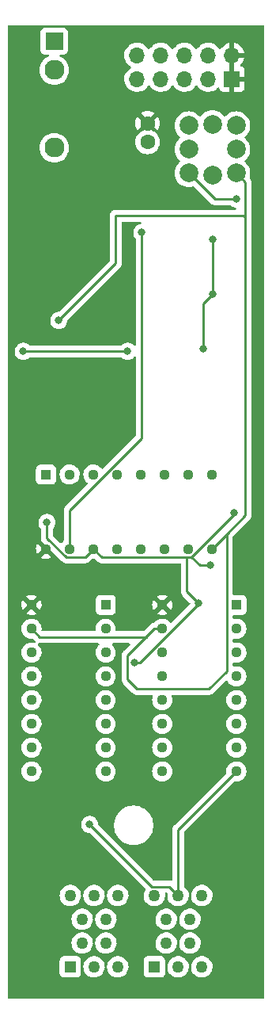
<source format=gbr>
%TF.GenerationSoftware,KiCad,Pcbnew,(6.0.10)*%
%TF.CreationDate,2023-01-09T12:49:41-08:00*%
%TF.ProjectId,16Bars,31364261-7273-42e6-9b69-6361645f7063,rev?*%
%TF.SameCoordinates,Original*%
%TF.FileFunction,Copper,L1,Top*%
%TF.FilePolarity,Positive*%
%FSLAX46Y46*%
G04 Gerber Fmt 4.6, Leading zero omitted, Abs format (unit mm)*
G04 Created by KiCad (PCBNEW (6.0.10)) date 2023-01-09 12:49:41*
%MOMM*%
%LPD*%
G01*
G04 APERTURE LIST*
%TA.AperFunction,ComponentPad*%
%ADD10R,1.270000X1.270000*%
%TD*%
%TA.AperFunction,ComponentPad*%
%ADD11C,1.270000*%
%TD*%
%TA.AperFunction,WasherPad*%
%ADD12C,2.000000*%
%TD*%
%TA.AperFunction,ComponentPad*%
%ADD13C,2.000000*%
%TD*%
%TA.AperFunction,ComponentPad*%
%ADD14C,2.130000*%
%TD*%
%TA.AperFunction,ComponentPad*%
%ADD15R,1.930000X1.830000*%
%TD*%
%TA.AperFunction,ComponentPad*%
%ADD16C,1.130000*%
%TD*%
%TA.AperFunction,ComponentPad*%
%ADD17R,1.130000X1.130000*%
%TD*%
%TA.AperFunction,ComponentPad*%
%ADD18O,1.700000X1.700000*%
%TD*%
%TA.AperFunction,ComponentPad*%
%ADD19R,1.700000X1.700000*%
%TD*%
%TA.AperFunction,ComponentPad*%
%ADD20C,1.600000*%
%TD*%
%TA.AperFunction,ViaPad*%
%ADD21C,0.800000*%
%TD*%
%TA.AperFunction,Conductor*%
%ADD22C,0.250000*%
%TD*%
G04 APERTURE END LIST*
D10*
%TO.P,DS-ONES1,1,E*%
%TO.N,/E1*%
X72720000Y-136120000D03*
D11*
%TO.P,DS-ONES1,2,D*%
%TO.N,/D1*%
X73990000Y-133580000D03*
%TO.P,DS-ONES1,3,A(C)_1*%
%TO.N,GND*%
X75260000Y-136120000D03*
%TO.P,DS-ONES1,4,C*%
%TO.N,/C1*%
X76530000Y-133580000D03*
%TO.P,DS-ONES1,5,DP*%
%TO.N,GND*%
X77800000Y-136120000D03*
%TO.P,DS-ONES1,6,B*%
%TO.N,/B1*%
X77800000Y-128500000D03*
%TO.P,DS-ONES1,7,A*%
%TO.N,/A1*%
X76530000Y-131040000D03*
%TO.P,DS-ONES1,8,A(C)_2*%
%TO.N,GND*%
X75260000Y-128500000D03*
%TO.P,DS-ONES1,9,G*%
%TO.N,/G1*%
X73990000Y-131040000D03*
%TO.P,DS-ONES1,10,F*%
%TO.N,/F1*%
X72720000Y-128500000D03*
%TD*%
D10*
%TO.P,DS-TENS1,1,E*%
%TO.N,/E2*%
X63720000Y-136120000D03*
D11*
%TO.P,DS-TENS1,2,D*%
%TO.N,/D2*%
X64990000Y-133580000D03*
%TO.P,DS-TENS1,3,A(C)_1*%
%TO.N,GND*%
X66260000Y-136120000D03*
%TO.P,DS-TENS1,4,C*%
%TO.N,/C2*%
X67530000Y-133580000D03*
%TO.P,DS-TENS1,5,DP*%
%TO.N,GND*%
X68800000Y-136120000D03*
%TO.P,DS-TENS1,6,B*%
%TO.N,/B2*%
X68800000Y-128500000D03*
%TO.P,DS-TENS1,7,A*%
%TO.N,/A2*%
X67530000Y-131040000D03*
%TO.P,DS-TENS1,8,A(C)_2*%
%TO.N,GND*%
X66260000Y-128500000D03*
%TO.P,DS-TENS1,9,G*%
%TO.N,/G2*%
X64990000Y-131040000D03*
%TO.P,DS-TENS1,10,F*%
%TO.N,/F2*%
X63720000Y-128500000D03*
%TD*%
D12*
%TO.P,SW1,*%
%TO.N,*%
X81472400Y-48771600D03*
X76392400Y-48771600D03*
D13*
%TO.P,SW1,1,1*%
%TO.N,unconnected-(SW1-Pad1)*%
X76392400Y-46231600D03*
%TO.P,SW1,2,2*%
%TO.N,Net-(R16-Pad2)*%
X76392400Y-51311600D03*
%TO.P,SW1,3,3*%
%TO.N,unconnected-(SW1-Pad3)*%
X81472400Y-46231600D03*
%TO.P,SW1,4,4*%
%TO.N,/16_BARS_RESET*%
X81472400Y-51311600D03*
%TO.P,SW1,L1,L1*%
%TO.N,Net-(Q2-Pad1)*%
X78932400Y-46111600D03*
%TO.P,SW1,L2,L2*%
%TO.N,Net-(R15-Pad2)*%
X78932400Y-51511600D03*
%TD*%
D14*
%TO.P,J1,TN*%
%TO.N,N/C*%
X62000000Y-40320000D03*
%TO.P,J1,T*%
%TO.N,Net-(D1-Pad2)*%
X62000000Y-48620000D03*
D15*
%TO.P,J1,S*%
%TO.N,GND*%
X62000000Y-37220000D03*
%TD*%
D16*
%TO.P,IC3,16,VDD*%
%TO.N,+12V*%
X61110000Y-91470000D03*
%TO.P,IC3,15,CLOCK*%
%TO.N,CLOCK_IN*%
X63650000Y-91470000D03*
%TO.P,IC3,14,Q3*%
%TO.N,GND*%
X66190000Y-91470000D03*
%TO.P,IC3,13,P3*%
X68730000Y-91470000D03*
%TO.P,IC3,12,P2*%
X71270000Y-91470000D03*
%TO.P,IC3,11,Q2*%
X73810000Y-91470000D03*
%TO.P,IC3,10,UP/DOWN*%
%TO.N,Net-(IC3-Pad10)*%
X76350000Y-91470000D03*
%TO.P,IC3,9,RESET*%
%TO.N,/16_BARS_RESET*%
X78890000Y-91470000D03*
%TO.P,IC3,8,VSS*%
%TO.N,GND*%
X78890000Y-83530000D03*
%TO.P,IC3,7,~{CARRYOUT}*%
%TO.N,unconnected-(IC3-Pad7)*%
X76350000Y-83530000D03*
%TO.P,IC3,6,Q1*%
%TO.N,GND*%
X73810000Y-83530000D03*
%TO.P,IC3,5,~{CARRYIN}*%
%TO.N,Net-(IC3-Pad5)*%
X71270000Y-83530000D03*
%TO.P,IC3,4,P1*%
%TO.N,GND*%
X68730000Y-83530000D03*
%TO.P,IC3,3,P4*%
X66190000Y-83530000D03*
%TO.P,IC3,2,Q4*%
%TO.N,CLOCK_BAR*%
X63650000Y-83530000D03*
D17*
%TO.P,IC3,1,PRESETENABLE*%
%TO.N,GND*%
X61110000Y-83530000D03*
%TD*%
%TO.P,IC1,1,CLOCK*%
%TO.N,CLOCK_BAR*%
X81500000Y-97460000D03*
D16*
%TO.P,IC1,2,CLOCKINHIBIT*%
%TO.N,Net-(IC1-Pad2)*%
X81500000Y-100000000D03*
%TO.P,IC1,3,RIPPLEBLANKINGIN*%
%TO.N,unconnected-(IC1-Pad3)*%
X81500000Y-102540000D03*
%TO.P,IC1,4,RIPPLEBLANKINGOUT*%
%TO.N,unconnected-(IC1-Pad4)*%
X81500000Y-105080000D03*
%TO.P,IC1,5,CARRYOUT*%
%TO.N,CARRY_1*%
X81500000Y-107620000D03*
%TO.P,IC1,6,F*%
%TO.N,/F1*%
X81500000Y-110160000D03*
%TO.P,IC1,7,G*%
%TO.N,/G1*%
X81500000Y-112700000D03*
%TO.P,IC1,8,VSS*%
%TO.N,GND*%
X81500000Y-115240000D03*
%TO.P,IC1,9,D*%
%TO.N,/D1*%
X73560000Y-115240000D03*
%TO.P,IC1,10,A*%
%TO.N,/A1*%
X73560000Y-112700000D03*
%TO.P,IC1,11,E*%
%TO.N,/E1*%
X73560000Y-110160000D03*
%TO.P,IC1,12,B*%
%TO.N,/B1*%
X73560000Y-107620000D03*
%TO.P,IC1,13,C*%
%TO.N,/C1*%
X73560000Y-105080000D03*
%TO.P,IC1,14,LAMPTEST*%
%TO.N,GND*%
X73560000Y-102540000D03*
%TO.P,IC1,15,RESET*%
%TO.N,/16_BARS_RESET*%
X73560000Y-100000000D03*
%TO.P,IC1,16,VDD*%
%TO.N,+12V*%
X73560000Y-97460000D03*
%TD*%
D18*
%TO.P,J2,10,Pin_10*%
%TO.N,unconnected-(J2-Pad10)*%
X70859600Y-38735000D03*
%TO.P,J2,9,Pin_9*%
%TO.N,unconnected-(J2-Pad9)*%
X70859600Y-41275000D03*
%TO.P,J2,8,Pin_8*%
%TO.N,GND*%
X73399600Y-38735000D03*
%TO.P,J2,7,Pin_7*%
X73399600Y-41275000D03*
%TO.P,J2,6,Pin_6*%
X75939600Y-38735000D03*
%TO.P,J2,5,Pin_5*%
X75939600Y-41275000D03*
%TO.P,J2,4,Pin_4*%
X78479600Y-38735000D03*
%TO.P,J2,3,Pin_3*%
X78479600Y-41275000D03*
%TO.P,J2,2,Pin_2*%
%TO.N,+12V*%
X81019600Y-38735000D03*
D19*
%TO.P,J2,1,Pin_1*%
X81019600Y-41275000D03*
%TD*%
D16*
%TO.P,IC2,16,VDD*%
%TO.N,+12V*%
X59560000Y-97460000D03*
%TO.P,IC2,15,RESET*%
%TO.N,/16_BARS_RESET*%
X59560000Y-100000000D03*
%TO.P,IC2,14,LAMPTEST*%
%TO.N,unconnected-(IC2-Pad14)*%
X59560000Y-102540000D03*
%TO.P,IC2,13,C*%
%TO.N,/C2*%
X59560000Y-105080000D03*
%TO.P,IC2,12,B*%
%TO.N,/B2*%
X59560000Y-107620000D03*
%TO.P,IC2,11,E*%
%TO.N,/E2*%
X59560000Y-110160000D03*
%TO.P,IC2,10,A*%
%TO.N,/A2*%
X59560000Y-112700000D03*
%TO.P,IC2,9,D*%
%TO.N,/D2*%
X59560000Y-115240000D03*
%TO.P,IC2,8,VSS*%
%TO.N,GND*%
X67500000Y-115240000D03*
%TO.P,IC2,7,G*%
%TO.N,/G2*%
X67500000Y-112700000D03*
%TO.P,IC2,6,F*%
%TO.N,/F2*%
X67500000Y-110160000D03*
%TO.P,IC2,5,CARRYOUT*%
%TO.N,unconnected-(IC2-Pad5)*%
X67500000Y-107620000D03*
%TO.P,IC2,4,RIPPLEBLANKINGOUT*%
%TO.N,unconnected-(IC2-Pad4)*%
X67500000Y-105080000D03*
%TO.P,IC2,3,RIPPLEBLANKINGIN*%
%TO.N,unconnected-(IC2-Pad3)*%
X67500000Y-102540000D03*
%TO.P,IC2,2,CLOCKINHIBIT*%
%TO.N,Net-(IC2-Pad2)*%
X67500000Y-100000000D03*
D17*
%TO.P,IC2,1,CLOCK*%
%TO.N,CARRY_1*%
X67500000Y-97460000D03*
%TD*%
D20*
%TO.P,C1,2*%
%TO.N,GND*%
X72000000Y-48000000D03*
%TO.P,C1,1*%
%TO.N,+12V*%
X72000000Y-46000000D03*
%TD*%
D21*
%TO.N,GND*%
X78994000Y-64262000D03*
%TO.N,+12V*%
X69342000Y-51816000D03*
X69850000Y-60706000D03*
X82296000Y-93218000D03*
%TO.N,GND*%
X77978000Y-70104000D03*
%TO.N,/16_BARS_RESET*%
X62484000Y-67056000D03*
%TO.N,GND*%
X78994000Y-58420000D03*
X58674000Y-70358000D03*
X69850000Y-70358000D03*
%TO.N,CLOCK_IN*%
X71374000Y-57658000D03*
%TO.N,GND*%
X70612000Y-103632000D03*
%TO.N,Net-(R16-Pad2)*%
X81534000Y-54102000D03*
%TO.N,GND*%
X77470000Y-97282000D03*
X78740000Y-93218000D03*
X61214000Y-88646000D03*
X81280000Y-87630000D03*
X65786000Y-120904000D03*
%TD*%
D22*
%TO.N,GND*%
X77978000Y-65278000D02*
X78994000Y-64262000D01*
X77978000Y-70104000D02*
X77978000Y-65278000D01*
%TO.N,/16_BARS_RESET*%
X82472400Y-52311600D02*
X82472400Y-56056400D01*
X82472400Y-56056400D02*
X82472400Y-87887600D01*
X82296000Y-55880000D02*
X82472400Y-56056400D01*
X68580000Y-60960000D02*
X68580000Y-55880000D01*
X68580000Y-55880000D02*
X82296000Y-55880000D01*
X62484000Y-67056000D02*
X68580000Y-60960000D01*
%TO.N,GND*%
X78994000Y-64262000D02*
X78994000Y-58420000D01*
X58674000Y-70358000D02*
X69850000Y-70358000D01*
%TO.N,/16_BARS_RESET*%
X60450000Y-100890000D02*
X59560000Y-100000000D01*
X71830000Y-100890000D02*
X60450000Y-100890000D01*
X72136000Y-100584000D02*
X71830000Y-100890000D01*
X69850000Y-102870000D02*
X72720000Y-100000000D01*
X69850000Y-105411349D02*
X69850000Y-102870000D01*
X70864651Y-106426000D02*
X69850000Y-105411349D01*
X78575349Y-106426000D02*
X70864651Y-106426000D01*
X80481000Y-104520349D02*
X78575349Y-106426000D01*
X72720000Y-100000000D02*
X73560000Y-100000000D01*
X80481000Y-89879000D02*
X80481000Y-104520349D01*
X80481000Y-89879000D02*
X78890000Y-91470000D01*
X82472400Y-87887600D02*
X80481000Y-89879000D01*
X81472400Y-51311600D02*
X82472400Y-52311600D01*
%TO.N,CLOCK_IN*%
X63650000Y-87351349D02*
X63650000Y-91470000D01*
X71374000Y-79627349D02*
X63650000Y-87351349D01*
X71374000Y-57658000D02*
X71374000Y-79627349D01*
%TO.N,GND*%
X71186651Y-103632000D02*
X77470000Y-97348651D01*
X77470000Y-97348651D02*
X77470000Y-97282000D01*
X70612000Y-103632000D02*
X71186651Y-103632000D01*
%TO.N,Net-(R16-Pad2)*%
X79182800Y-54102000D02*
X76392400Y-51311600D01*
X81534000Y-54102000D02*
X79182800Y-54102000D01*
%TO.N,GND*%
X76104000Y-92360000D02*
X76042000Y-92360000D01*
X76200000Y-96012000D02*
X76200000Y-92456000D01*
X67080000Y-92360000D02*
X76042000Y-92360000D01*
X77470000Y-97282000D02*
X76200000Y-96012000D01*
X76042000Y-92360000D02*
X76718651Y-92360000D01*
X76200000Y-92456000D02*
X76104000Y-92360000D01*
X77576651Y-93218000D02*
X76718651Y-92360000D01*
X78740000Y-93218000D02*
X77576651Y-93218000D01*
X65300000Y-92360000D02*
X66190000Y-91470000D01*
X63281349Y-92360000D02*
X65300000Y-92360000D01*
X61214000Y-90292651D02*
X63281349Y-92360000D01*
X61214000Y-88646000D02*
X61214000Y-90292651D01*
X81280000Y-87798651D02*
X81280000Y-87630000D01*
X76718651Y-92360000D02*
X81280000Y-87798651D01*
X66190000Y-91470000D02*
X67080000Y-92360000D01*
X75260000Y-128500000D02*
X75260000Y-121480000D01*
X75260000Y-121480000D02*
X81500000Y-115240000D01*
X74300000Y-127540000D02*
X75260000Y-128500000D01*
X72422000Y-127540000D02*
X74300000Y-127540000D01*
X65786000Y-120904000D02*
X72422000Y-127540000D01*
%TD*%
%TA.AperFunction,Conductor*%
%TO.N,+12V*%
G36*
X84433621Y-35528502D02*
G01*
X84480114Y-35582158D01*
X84491500Y-35634500D01*
X84491500Y-139365500D01*
X84471498Y-139433621D01*
X84417842Y-139480114D01*
X84365500Y-139491500D01*
X57134500Y-139491500D01*
X57066379Y-139471498D01*
X57019886Y-139417842D01*
X57008500Y-139365500D01*
X57008500Y-136803134D01*
X62576500Y-136803134D01*
X62583255Y-136865316D01*
X62634385Y-137001705D01*
X62721739Y-137118261D01*
X62838295Y-137205615D01*
X62974684Y-137256745D01*
X63036866Y-137263500D01*
X64403134Y-137263500D01*
X64465316Y-137256745D01*
X64601705Y-137205615D01*
X64718261Y-137118261D01*
X64805615Y-137001705D01*
X64856745Y-136865316D01*
X64863500Y-136803134D01*
X64863500Y-136147536D01*
X64877650Y-136099344D01*
X64877141Y-136098300D01*
X65101567Y-136098300D01*
X65110396Y-136112038D01*
X65115230Y-136139295D01*
X65125740Y-136299649D01*
X65177471Y-136503343D01*
X65179890Y-136508590D01*
X65263038Y-136688953D01*
X65263041Y-136688958D01*
X65265457Y-136694199D01*
X65386751Y-136865825D01*
X65537289Y-137012474D01*
X65542085Y-137015679D01*
X65542088Y-137015681D01*
X65612499Y-137062728D01*
X65712031Y-137129233D01*
X65717339Y-137131514D01*
X65717340Y-137131514D01*
X65899822Y-137209914D01*
X65899825Y-137209915D01*
X65905125Y-137212192D01*
X65910754Y-137213466D01*
X65910755Y-137213466D01*
X66104467Y-137257299D01*
X66104473Y-137257300D01*
X66110104Y-137258574D01*
X66115875Y-137258801D01*
X66115877Y-137258801D01*
X66179433Y-137261298D01*
X66320103Y-137266825D01*
X66528088Y-137236669D01*
X66533552Y-137234814D01*
X66533557Y-137234813D01*
X66721624Y-137170973D01*
X66721629Y-137170971D01*
X66727096Y-137169115D01*
X66910460Y-137066426D01*
X67072041Y-136932041D01*
X67206426Y-136770460D01*
X67309115Y-136587096D01*
X67310971Y-136581629D01*
X67310973Y-136581624D01*
X67374813Y-136393557D01*
X67374814Y-136393552D01*
X67376669Y-136388088D01*
X67406825Y-136180103D01*
X67406868Y-136178466D01*
X67427816Y-136124564D01*
X67426184Y-136121214D01*
X67632868Y-136121214D01*
X67655730Y-136164477D01*
X67657985Y-136181334D01*
X67665740Y-136299649D01*
X67717471Y-136503343D01*
X67719890Y-136508590D01*
X67803038Y-136688953D01*
X67803041Y-136688958D01*
X67805457Y-136694199D01*
X67926751Y-136865825D01*
X68077289Y-137012474D01*
X68082085Y-137015679D01*
X68082088Y-137015681D01*
X68152499Y-137062728D01*
X68252031Y-137129233D01*
X68257339Y-137131514D01*
X68257340Y-137131514D01*
X68439822Y-137209914D01*
X68439825Y-137209915D01*
X68445125Y-137212192D01*
X68450754Y-137213466D01*
X68450755Y-137213466D01*
X68644467Y-137257299D01*
X68644473Y-137257300D01*
X68650104Y-137258574D01*
X68655875Y-137258801D01*
X68655877Y-137258801D01*
X68719433Y-137261298D01*
X68860103Y-137266825D01*
X69068088Y-137236669D01*
X69073552Y-137234814D01*
X69073557Y-137234813D01*
X69261624Y-137170973D01*
X69261629Y-137170971D01*
X69267096Y-137169115D01*
X69450460Y-137066426D01*
X69612041Y-136932041D01*
X69719251Y-136803134D01*
X71576500Y-136803134D01*
X71583255Y-136865316D01*
X71634385Y-137001705D01*
X71721739Y-137118261D01*
X71838295Y-137205615D01*
X71974684Y-137256745D01*
X72036866Y-137263500D01*
X73403134Y-137263500D01*
X73465316Y-137256745D01*
X73601705Y-137205615D01*
X73718261Y-137118261D01*
X73805615Y-137001705D01*
X73856745Y-136865316D01*
X73863500Y-136803134D01*
X73863500Y-136147536D01*
X73877650Y-136099344D01*
X73877141Y-136098300D01*
X74101567Y-136098300D01*
X74110396Y-136112038D01*
X74115230Y-136139295D01*
X74125740Y-136299649D01*
X74177471Y-136503343D01*
X74179890Y-136508590D01*
X74263038Y-136688953D01*
X74263041Y-136688958D01*
X74265457Y-136694199D01*
X74386751Y-136865825D01*
X74537289Y-137012474D01*
X74542085Y-137015679D01*
X74542088Y-137015681D01*
X74612499Y-137062728D01*
X74712031Y-137129233D01*
X74717339Y-137131514D01*
X74717340Y-137131514D01*
X74899822Y-137209914D01*
X74899825Y-137209915D01*
X74905125Y-137212192D01*
X74910754Y-137213466D01*
X74910755Y-137213466D01*
X75104467Y-137257299D01*
X75104473Y-137257300D01*
X75110104Y-137258574D01*
X75115875Y-137258801D01*
X75115877Y-137258801D01*
X75179433Y-137261298D01*
X75320103Y-137266825D01*
X75528088Y-137236669D01*
X75533552Y-137234814D01*
X75533557Y-137234813D01*
X75721624Y-137170973D01*
X75721629Y-137170971D01*
X75727096Y-137169115D01*
X75910460Y-137066426D01*
X76072041Y-136932041D01*
X76206426Y-136770460D01*
X76309115Y-136587096D01*
X76310971Y-136581629D01*
X76310973Y-136581624D01*
X76374813Y-136393557D01*
X76374814Y-136393552D01*
X76376669Y-136388088D01*
X76406825Y-136180103D01*
X76406868Y-136178466D01*
X76427816Y-136124564D01*
X76426184Y-136121214D01*
X76632868Y-136121214D01*
X76655730Y-136164477D01*
X76657985Y-136181334D01*
X76665740Y-136299649D01*
X76717471Y-136503343D01*
X76719890Y-136508590D01*
X76803038Y-136688953D01*
X76803041Y-136688958D01*
X76805457Y-136694199D01*
X76926751Y-136865825D01*
X77077289Y-137012474D01*
X77082085Y-137015679D01*
X77082088Y-137015681D01*
X77152499Y-137062728D01*
X77252031Y-137129233D01*
X77257339Y-137131514D01*
X77257340Y-137131514D01*
X77439822Y-137209914D01*
X77439825Y-137209915D01*
X77445125Y-137212192D01*
X77450754Y-137213466D01*
X77450755Y-137213466D01*
X77644467Y-137257299D01*
X77644473Y-137257300D01*
X77650104Y-137258574D01*
X77655875Y-137258801D01*
X77655877Y-137258801D01*
X77719433Y-137261298D01*
X77860103Y-137266825D01*
X78068088Y-137236669D01*
X78073552Y-137234814D01*
X78073557Y-137234813D01*
X78261624Y-137170973D01*
X78261629Y-137170971D01*
X78267096Y-137169115D01*
X78450460Y-137066426D01*
X78612041Y-136932041D01*
X78746426Y-136770460D01*
X78849115Y-136587096D01*
X78850971Y-136581629D01*
X78850973Y-136581624D01*
X78914813Y-136393557D01*
X78914814Y-136393552D01*
X78916669Y-136388088D01*
X78946825Y-136180103D01*
X78948399Y-136120000D01*
X78929169Y-135910721D01*
X78872123Y-135708451D01*
X78779171Y-135519963D01*
X78653427Y-135351571D01*
X78539981Y-135246703D01*
X78503341Y-135212833D01*
X78503338Y-135212831D01*
X78499101Y-135208914D01*
X78321362Y-135096769D01*
X78126163Y-135018892D01*
X78120506Y-135017767D01*
X78120500Y-135017765D01*
X77925707Y-134979019D01*
X77925705Y-134979019D01*
X77920040Y-134977892D01*
X77914265Y-134977816D01*
X77914261Y-134977816D01*
X77809001Y-134976438D01*
X77709898Y-134975141D01*
X77704201Y-134976120D01*
X77704200Y-134976120D01*
X77508469Y-135009753D01*
X77502772Y-135010732D01*
X77305601Y-135083472D01*
X77124988Y-135190926D01*
X76966981Y-135329494D01*
X76836872Y-135494537D01*
X76834181Y-135499653D01*
X76834179Y-135499655D01*
X76820769Y-135525144D01*
X76739018Y-135680527D01*
X76676696Y-135881234D01*
X76676017Y-135886969D01*
X76676017Y-135886970D01*
X76654212Y-136071206D01*
X76632868Y-136121214D01*
X76426184Y-136121214D01*
X76404855Y-136077440D01*
X76403614Y-136067926D01*
X76402233Y-136052891D01*
X76389169Y-135910721D01*
X76332123Y-135708451D01*
X76239171Y-135519963D01*
X76113427Y-135351571D01*
X75999981Y-135246703D01*
X75963341Y-135212833D01*
X75963338Y-135212831D01*
X75959101Y-135208914D01*
X75781362Y-135096769D01*
X75586163Y-135018892D01*
X75580506Y-135017767D01*
X75580500Y-135017765D01*
X75385707Y-134979019D01*
X75385705Y-134979019D01*
X75380040Y-134977892D01*
X75374265Y-134977816D01*
X75374261Y-134977816D01*
X75269001Y-134976438D01*
X75169898Y-134975141D01*
X75164201Y-134976120D01*
X75164200Y-134976120D01*
X74968469Y-135009753D01*
X74962772Y-135010732D01*
X74765601Y-135083472D01*
X74584988Y-135190926D01*
X74426981Y-135329494D01*
X74296872Y-135494537D01*
X74294181Y-135499653D01*
X74294179Y-135499655D01*
X74280769Y-135525144D01*
X74199018Y-135680527D01*
X74136696Y-135881234D01*
X74136017Y-135886969D01*
X74136017Y-135886970D01*
X74114627Y-136067700D01*
X74101567Y-136098300D01*
X73877141Y-136098300D01*
X73865270Y-136073934D01*
X73863500Y-136052891D01*
X73863500Y-135436866D01*
X73856745Y-135374684D01*
X73805615Y-135238295D01*
X73718261Y-135121739D01*
X73601705Y-135034385D01*
X73465316Y-134983255D01*
X73403134Y-134976500D01*
X72036866Y-134976500D01*
X71974684Y-134983255D01*
X71838295Y-135034385D01*
X71721739Y-135121739D01*
X71634385Y-135238295D01*
X71583255Y-135374684D01*
X71576500Y-135436866D01*
X71576500Y-136803134D01*
X69719251Y-136803134D01*
X69746426Y-136770460D01*
X69849115Y-136587096D01*
X69850971Y-136581629D01*
X69850973Y-136581624D01*
X69914813Y-136393557D01*
X69914814Y-136393552D01*
X69916669Y-136388088D01*
X69946825Y-136180103D01*
X69948399Y-136120000D01*
X69929169Y-135910721D01*
X69872123Y-135708451D01*
X69779171Y-135519963D01*
X69653427Y-135351571D01*
X69539981Y-135246703D01*
X69503341Y-135212833D01*
X69503338Y-135212831D01*
X69499101Y-135208914D01*
X69321362Y-135096769D01*
X69126163Y-135018892D01*
X69120506Y-135017767D01*
X69120500Y-135017765D01*
X68925707Y-134979019D01*
X68925705Y-134979019D01*
X68920040Y-134977892D01*
X68914265Y-134977816D01*
X68914261Y-134977816D01*
X68809001Y-134976438D01*
X68709898Y-134975141D01*
X68704201Y-134976120D01*
X68704200Y-134976120D01*
X68508469Y-135009753D01*
X68502772Y-135010732D01*
X68305601Y-135083472D01*
X68124988Y-135190926D01*
X67966981Y-135329494D01*
X67836872Y-135494537D01*
X67834181Y-135499653D01*
X67834179Y-135499655D01*
X67820769Y-135525144D01*
X67739018Y-135680527D01*
X67676696Y-135881234D01*
X67676017Y-135886969D01*
X67676017Y-135886970D01*
X67654212Y-136071206D01*
X67632868Y-136121214D01*
X67426184Y-136121214D01*
X67404855Y-136077440D01*
X67403614Y-136067926D01*
X67402233Y-136052891D01*
X67389169Y-135910721D01*
X67332123Y-135708451D01*
X67239171Y-135519963D01*
X67113427Y-135351571D01*
X66999981Y-135246703D01*
X66963341Y-135212833D01*
X66963338Y-135212831D01*
X66959101Y-135208914D01*
X66781362Y-135096769D01*
X66586163Y-135018892D01*
X66580506Y-135017767D01*
X66580500Y-135017765D01*
X66385707Y-134979019D01*
X66385705Y-134979019D01*
X66380040Y-134977892D01*
X66374265Y-134977816D01*
X66374261Y-134977816D01*
X66269001Y-134976438D01*
X66169898Y-134975141D01*
X66164201Y-134976120D01*
X66164200Y-134976120D01*
X65968469Y-135009753D01*
X65962772Y-135010732D01*
X65765601Y-135083472D01*
X65584988Y-135190926D01*
X65426981Y-135329494D01*
X65296872Y-135494537D01*
X65294181Y-135499653D01*
X65294179Y-135499655D01*
X65280769Y-135525144D01*
X65199018Y-135680527D01*
X65136696Y-135881234D01*
X65136017Y-135886969D01*
X65136017Y-135886970D01*
X65114627Y-136067700D01*
X65101567Y-136098300D01*
X64877141Y-136098300D01*
X64865270Y-136073934D01*
X64863500Y-136052891D01*
X64863500Y-135436866D01*
X64856745Y-135374684D01*
X64805615Y-135238295D01*
X64718261Y-135121739D01*
X64601705Y-135034385D01*
X64465316Y-134983255D01*
X64403134Y-134976500D01*
X63036866Y-134976500D01*
X62974684Y-134983255D01*
X62838295Y-135034385D01*
X62721739Y-135121739D01*
X62634385Y-135238295D01*
X62583255Y-135374684D01*
X62576500Y-135436866D01*
X62576500Y-136803134D01*
X57008500Y-136803134D01*
X57008500Y-133549938D01*
X63841995Y-133549938D01*
X63855740Y-133759649D01*
X63907471Y-133963343D01*
X63909890Y-133968590D01*
X63993038Y-134148953D01*
X63993041Y-134148958D01*
X63995457Y-134154199D01*
X64116751Y-134325825D01*
X64267289Y-134472474D01*
X64272085Y-134475679D01*
X64272088Y-134475681D01*
X64342499Y-134522728D01*
X64442031Y-134589233D01*
X64447339Y-134591514D01*
X64447340Y-134591514D01*
X64629822Y-134669914D01*
X64629825Y-134669915D01*
X64635125Y-134672192D01*
X64640754Y-134673466D01*
X64640755Y-134673466D01*
X64834467Y-134717299D01*
X64834473Y-134717300D01*
X64840104Y-134718574D01*
X64845875Y-134718801D01*
X64845877Y-134718801D01*
X64909433Y-134721298D01*
X65050103Y-134726825D01*
X65258088Y-134696669D01*
X65263552Y-134694814D01*
X65263557Y-134694813D01*
X65451624Y-134630973D01*
X65451629Y-134630971D01*
X65457096Y-134629115D01*
X65640460Y-134526426D01*
X65802041Y-134392041D01*
X65936426Y-134230460D01*
X66039115Y-134047096D01*
X66040971Y-134041629D01*
X66040973Y-134041624D01*
X66104813Y-133853557D01*
X66104814Y-133853552D01*
X66106669Y-133848088D01*
X66136825Y-133640103D01*
X66136868Y-133638466D01*
X66157816Y-133584564D01*
X66156184Y-133581214D01*
X66362868Y-133581214D01*
X66385730Y-133624477D01*
X66387985Y-133641334D01*
X66395740Y-133759649D01*
X66447471Y-133963343D01*
X66449890Y-133968590D01*
X66533038Y-134148953D01*
X66533041Y-134148958D01*
X66535457Y-134154199D01*
X66656751Y-134325825D01*
X66807289Y-134472474D01*
X66812085Y-134475679D01*
X66812088Y-134475681D01*
X66882499Y-134522728D01*
X66982031Y-134589233D01*
X66987339Y-134591514D01*
X66987340Y-134591514D01*
X67169822Y-134669914D01*
X67169825Y-134669915D01*
X67175125Y-134672192D01*
X67180754Y-134673466D01*
X67180755Y-134673466D01*
X67374467Y-134717299D01*
X67374473Y-134717300D01*
X67380104Y-134718574D01*
X67385875Y-134718801D01*
X67385877Y-134718801D01*
X67449433Y-134721298D01*
X67590103Y-134726825D01*
X67798088Y-134696669D01*
X67803552Y-134694814D01*
X67803557Y-134694813D01*
X67991624Y-134630973D01*
X67991629Y-134630971D01*
X67997096Y-134629115D01*
X68180460Y-134526426D01*
X68342041Y-134392041D01*
X68476426Y-134230460D01*
X68579115Y-134047096D01*
X68580971Y-134041629D01*
X68580973Y-134041624D01*
X68644813Y-133853557D01*
X68644814Y-133853552D01*
X68646669Y-133848088D01*
X68676825Y-133640103D01*
X68678399Y-133580000D01*
X68675637Y-133549938D01*
X72841995Y-133549938D01*
X72855740Y-133759649D01*
X72907471Y-133963343D01*
X72909890Y-133968590D01*
X72993038Y-134148953D01*
X72993041Y-134148958D01*
X72995457Y-134154199D01*
X73116751Y-134325825D01*
X73267289Y-134472474D01*
X73272085Y-134475679D01*
X73272088Y-134475681D01*
X73342499Y-134522728D01*
X73442031Y-134589233D01*
X73447339Y-134591514D01*
X73447340Y-134591514D01*
X73629822Y-134669914D01*
X73629825Y-134669915D01*
X73635125Y-134672192D01*
X73640754Y-134673466D01*
X73640755Y-134673466D01*
X73834467Y-134717299D01*
X73834473Y-134717300D01*
X73840104Y-134718574D01*
X73845875Y-134718801D01*
X73845877Y-134718801D01*
X73909433Y-134721298D01*
X74050103Y-134726825D01*
X74258088Y-134696669D01*
X74263552Y-134694814D01*
X74263557Y-134694813D01*
X74451624Y-134630973D01*
X74451629Y-134630971D01*
X74457096Y-134629115D01*
X74640460Y-134526426D01*
X74802041Y-134392041D01*
X74936426Y-134230460D01*
X75039115Y-134047096D01*
X75040971Y-134041629D01*
X75040973Y-134041624D01*
X75104813Y-133853557D01*
X75104814Y-133853552D01*
X75106669Y-133848088D01*
X75136825Y-133640103D01*
X75136868Y-133638466D01*
X75157816Y-133584564D01*
X75156184Y-133581214D01*
X75362868Y-133581214D01*
X75385730Y-133624477D01*
X75387985Y-133641334D01*
X75395740Y-133759649D01*
X75447471Y-133963343D01*
X75449890Y-133968590D01*
X75533038Y-134148953D01*
X75533041Y-134148958D01*
X75535457Y-134154199D01*
X75656751Y-134325825D01*
X75807289Y-134472474D01*
X75812085Y-134475679D01*
X75812088Y-134475681D01*
X75882499Y-134522728D01*
X75982031Y-134589233D01*
X75987339Y-134591514D01*
X75987340Y-134591514D01*
X76169822Y-134669914D01*
X76169825Y-134669915D01*
X76175125Y-134672192D01*
X76180754Y-134673466D01*
X76180755Y-134673466D01*
X76374467Y-134717299D01*
X76374473Y-134717300D01*
X76380104Y-134718574D01*
X76385875Y-134718801D01*
X76385877Y-134718801D01*
X76449433Y-134721298D01*
X76590103Y-134726825D01*
X76798088Y-134696669D01*
X76803552Y-134694814D01*
X76803557Y-134694813D01*
X76991624Y-134630973D01*
X76991629Y-134630971D01*
X76997096Y-134629115D01*
X77180460Y-134526426D01*
X77342041Y-134392041D01*
X77476426Y-134230460D01*
X77579115Y-134047096D01*
X77580971Y-134041629D01*
X77580973Y-134041624D01*
X77644813Y-133853557D01*
X77644814Y-133853552D01*
X77646669Y-133848088D01*
X77676825Y-133640103D01*
X77678399Y-133580000D01*
X77659169Y-133370721D01*
X77602123Y-133168451D01*
X77509171Y-132979963D01*
X77383427Y-132811571D01*
X77229101Y-132668914D01*
X77051362Y-132556769D01*
X76856163Y-132478892D01*
X76850506Y-132477767D01*
X76850500Y-132477765D01*
X76655707Y-132439019D01*
X76655705Y-132439019D01*
X76650040Y-132437892D01*
X76644265Y-132437816D01*
X76644261Y-132437816D01*
X76609466Y-132437361D01*
X76607720Y-132437338D01*
X76565049Y-132424200D01*
X76551146Y-132432382D01*
X76518775Y-132436174D01*
X76439898Y-132435141D01*
X76434201Y-132436120D01*
X76434200Y-132436120D01*
X76238469Y-132469753D01*
X76232772Y-132470732D01*
X76035601Y-132543472D01*
X75854988Y-132650926D01*
X75696981Y-132789494D01*
X75566872Y-132954537D01*
X75564181Y-132959653D01*
X75564179Y-132959655D01*
X75550769Y-132985144D01*
X75469018Y-133140527D01*
X75406696Y-133341234D01*
X75406017Y-133346969D01*
X75406017Y-133346970D01*
X75384212Y-133531206D01*
X75362868Y-133581214D01*
X75156184Y-133581214D01*
X75134855Y-133537440D01*
X75133614Y-133527926D01*
X75119698Y-133376478D01*
X75119169Y-133370721D01*
X75062123Y-133168451D01*
X74969171Y-132979963D01*
X74843427Y-132811571D01*
X74689101Y-132668914D01*
X74511362Y-132556769D01*
X74316163Y-132478892D01*
X74310506Y-132477767D01*
X74310500Y-132477765D01*
X74115707Y-132439019D01*
X74115705Y-132439019D01*
X74110040Y-132437892D01*
X74104265Y-132437816D01*
X74104261Y-132437816D01*
X74069466Y-132437361D01*
X74067720Y-132437338D01*
X74025049Y-132424200D01*
X74011146Y-132432382D01*
X73978775Y-132436174D01*
X73899898Y-132435141D01*
X73894201Y-132436120D01*
X73894200Y-132436120D01*
X73698469Y-132469753D01*
X73692772Y-132470732D01*
X73495601Y-132543472D01*
X73314988Y-132650926D01*
X73156981Y-132789494D01*
X73026872Y-132954537D01*
X73024181Y-132959653D01*
X73024179Y-132959655D01*
X73010769Y-132985144D01*
X72929018Y-133140527D01*
X72866696Y-133341234D01*
X72841995Y-133549938D01*
X68675637Y-133549938D01*
X68659169Y-133370721D01*
X68602123Y-133168451D01*
X68509171Y-132979963D01*
X68383427Y-132811571D01*
X68229101Y-132668914D01*
X68051362Y-132556769D01*
X67856163Y-132478892D01*
X67850506Y-132477767D01*
X67850500Y-132477765D01*
X67655707Y-132439019D01*
X67655705Y-132439019D01*
X67650040Y-132437892D01*
X67644265Y-132437816D01*
X67644261Y-132437816D01*
X67609466Y-132437361D01*
X67607720Y-132437338D01*
X67565049Y-132424200D01*
X67551146Y-132432382D01*
X67518775Y-132436174D01*
X67439898Y-132435141D01*
X67434201Y-132436120D01*
X67434200Y-132436120D01*
X67238469Y-132469753D01*
X67232772Y-132470732D01*
X67035601Y-132543472D01*
X66854988Y-132650926D01*
X66696981Y-132789494D01*
X66566872Y-132954537D01*
X66564181Y-132959653D01*
X66564179Y-132959655D01*
X66550769Y-132985144D01*
X66469018Y-133140527D01*
X66406696Y-133341234D01*
X66406017Y-133346969D01*
X66406017Y-133346970D01*
X66384212Y-133531206D01*
X66362868Y-133581214D01*
X66156184Y-133581214D01*
X66134855Y-133537440D01*
X66133614Y-133527926D01*
X66119698Y-133376478D01*
X66119169Y-133370721D01*
X66062123Y-133168451D01*
X65969171Y-132979963D01*
X65843427Y-132811571D01*
X65689101Y-132668914D01*
X65511362Y-132556769D01*
X65316163Y-132478892D01*
X65310506Y-132477767D01*
X65310500Y-132477765D01*
X65115707Y-132439019D01*
X65115705Y-132439019D01*
X65110040Y-132437892D01*
X65104265Y-132437816D01*
X65104261Y-132437816D01*
X65069466Y-132437361D01*
X65067720Y-132437338D01*
X65025049Y-132424200D01*
X65011146Y-132432382D01*
X64978775Y-132436174D01*
X64899898Y-132435141D01*
X64894201Y-132436120D01*
X64894200Y-132436120D01*
X64698469Y-132469753D01*
X64692772Y-132470732D01*
X64495601Y-132543472D01*
X64314988Y-132650926D01*
X64156981Y-132789494D01*
X64026872Y-132954537D01*
X64024181Y-132959653D01*
X64024179Y-132959655D01*
X64010769Y-132985144D01*
X63929018Y-133140527D01*
X63866696Y-133341234D01*
X63841995Y-133549938D01*
X57008500Y-133549938D01*
X57008500Y-131009938D01*
X63841995Y-131009938D01*
X63855740Y-131219649D01*
X63907471Y-131423343D01*
X63909890Y-131428590D01*
X63993038Y-131608953D01*
X63993041Y-131608958D01*
X63995457Y-131614199D01*
X64116751Y-131785825D01*
X64267289Y-131932474D01*
X64272085Y-131935679D01*
X64272088Y-131935681D01*
X64342499Y-131982728D01*
X64442031Y-132049233D01*
X64447339Y-132051514D01*
X64447340Y-132051514D01*
X64629822Y-132129914D01*
X64629825Y-132129915D01*
X64635125Y-132132192D01*
X64640754Y-132133466D01*
X64640755Y-132133466D01*
X64834467Y-132177299D01*
X64834473Y-132177300D01*
X64840104Y-132178574D01*
X64845875Y-132178801D01*
X64845877Y-132178801D01*
X64985369Y-132184282D01*
X65023852Y-132197243D01*
X65035456Y-132189999D01*
X65051289Y-132186653D01*
X65258088Y-132156669D01*
X65263552Y-132154814D01*
X65263557Y-132154813D01*
X65451624Y-132090973D01*
X65451629Y-132090971D01*
X65457096Y-132089115D01*
X65640460Y-131986426D01*
X65802041Y-131852041D01*
X65936426Y-131690460D01*
X66039115Y-131507096D01*
X66040971Y-131501629D01*
X66040973Y-131501624D01*
X66104813Y-131313557D01*
X66104814Y-131313552D01*
X66106669Y-131308088D01*
X66136825Y-131100103D01*
X66136868Y-131098466D01*
X66157816Y-131044564D01*
X66156184Y-131041214D01*
X66362868Y-131041214D01*
X66385730Y-131084477D01*
X66387985Y-131101334D01*
X66395740Y-131219649D01*
X66447471Y-131423343D01*
X66449890Y-131428590D01*
X66533038Y-131608953D01*
X66533041Y-131608958D01*
X66535457Y-131614199D01*
X66656751Y-131785825D01*
X66807289Y-131932474D01*
X66812085Y-131935679D01*
X66812088Y-131935681D01*
X66882499Y-131982728D01*
X66982031Y-132049233D01*
X66987339Y-132051514D01*
X66987340Y-132051514D01*
X67169822Y-132129914D01*
X67169825Y-132129915D01*
X67175125Y-132132192D01*
X67180754Y-132133466D01*
X67180755Y-132133466D01*
X67374467Y-132177299D01*
X67374473Y-132177300D01*
X67380104Y-132178574D01*
X67385875Y-132178801D01*
X67385877Y-132178801D01*
X67525369Y-132184282D01*
X67563852Y-132197243D01*
X67575456Y-132189999D01*
X67591289Y-132186653D01*
X67798088Y-132156669D01*
X67803552Y-132154814D01*
X67803557Y-132154813D01*
X67991624Y-132090973D01*
X67991629Y-132090971D01*
X67997096Y-132089115D01*
X68180460Y-131986426D01*
X68342041Y-131852041D01*
X68476426Y-131690460D01*
X68579115Y-131507096D01*
X68580971Y-131501629D01*
X68580973Y-131501624D01*
X68644813Y-131313557D01*
X68644814Y-131313552D01*
X68646669Y-131308088D01*
X68676825Y-131100103D01*
X68678399Y-131040000D01*
X68675637Y-131009938D01*
X72841995Y-131009938D01*
X72855740Y-131219649D01*
X72907471Y-131423343D01*
X72909890Y-131428590D01*
X72993038Y-131608953D01*
X72993041Y-131608958D01*
X72995457Y-131614199D01*
X73116751Y-131785825D01*
X73267289Y-131932474D01*
X73272085Y-131935679D01*
X73272088Y-131935681D01*
X73342499Y-131982728D01*
X73442031Y-132049233D01*
X73447339Y-132051514D01*
X73447340Y-132051514D01*
X73629822Y-132129914D01*
X73629825Y-132129915D01*
X73635125Y-132132192D01*
X73640754Y-132133466D01*
X73640755Y-132133466D01*
X73834467Y-132177299D01*
X73834473Y-132177300D01*
X73840104Y-132178574D01*
X73845875Y-132178801D01*
X73845877Y-132178801D01*
X73985369Y-132184282D01*
X74023852Y-132197243D01*
X74035456Y-132189999D01*
X74051289Y-132186653D01*
X74258088Y-132156669D01*
X74263552Y-132154814D01*
X74263557Y-132154813D01*
X74451624Y-132090973D01*
X74451629Y-132090971D01*
X74457096Y-132089115D01*
X74640460Y-131986426D01*
X74802041Y-131852041D01*
X74936426Y-131690460D01*
X75039115Y-131507096D01*
X75040971Y-131501629D01*
X75040973Y-131501624D01*
X75104813Y-131313557D01*
X75104814Y-131313552D01*
X75106669Y-131308088D01*
X75136825Y-131100103D01*
X75136868Y-131098466D01*
X75157816Y-131044564D01*
X75156184Y-131041214D01*
X75362868Y-131041214D01*
X75385730Y-131084477D01*
X75387985Y-131101334D01*
X75395740Y-131219649D01*
X75447471Y-131423343D01*
X75449890Y-131428590D01*
X75533038Y-131608953D01*
X75533041Y-131608958D01*
X75535457Y-131614199D01*
X75656751Y-131785825D01*
X75807289Y-131932474D01*
X75812085Y-131935679D01*
X75812088Y-131935681D01*
X75882499Y-131982728D01*
X75982031Y-132049233D01*
X75987339Y-132051514D01*
X75987340Y-132051514D01*
X76169822Y-132129914D01*
X76169825Y-132129915D01*
X76175125Y-132132192D01*
X76180754Y-132133466D01*
X76180755Y-132133466D01*
X76374467Y-132177299D01*
X76374473Y-132177300D01*
X76380104Y-132178574D01*
X76385875Y-132178801D01*
X76385877Y-132178801D01*
X76525369Y-132184282D01*
X76563852Y-132197243D01*
X76575456Y-132189999D01*
X76591289Y-132186653D01*
X76798088Y-132156669D01*
X76803552Y-132154814D01*
X76803557Y-132154813D01*
X76991624Y-132090973D01*
X76991629Y-132090971D01*
X76997096Y-132089115D01*
X77180460Y-131986426D01*
X77342041Y-131852041D01*
X77476426Y-131690460D01*
X77579115Y-131507096D01*
X77580971Y-131501629D01*
X77580973Y-131501624D01*
X77644813Y-131313557D01*
X77644814Y-131313552D01*
X77646669Y-131308088D01*
X77676825Y-131100103D01*
X77678399Y-131040000D01*
X77659169Y-130830721D01*
X77602123Y-130628451D01*
X77509171Y-130439963D01*
X77383427Y-130271571D01*
X77229101Y-130128914D01*
X77051362Y-130016769D01*
X76856163Y-129938892D01*
X76850506Y-129937767D01*
X76850500Y-129937765D01*
X76655707Y-129899019D01*
X76655705Y-129899019D01*
X76650040Y-129897892D01*
X76644265Y-129897816D01*
X76644261Y-129897816D01*
X76539001Y-129896438D01*
X76439898Y-129895141D01*
X76434201Y-129896120D01*
X76434200Y-129896120D01*
X76238469Y-129929753D01*
X76232772Y-129930732D01*
X76035601Y-130003472D01*
X75854988Y-130110926D01*
X75696981Y-130249494D01*
X75566872Y-130414537D01*
X75564181Y-130419653D01*
X75564179Y-130419655D01*
X75550769Y-130445144D01*
X75469018Y-130600527D01*
X75406696Y-130801234D01*
X75406017Y-130806969D01*
X75406017Y-130806970D01*
X75384212Y-130991206D01*
X75362868Y-131041214D01*
X75156184Y-131041214D01*
X75134855Y-130997440D01*
X75133614Y-130987926D01*
X75119698Y-130836478D01*
X75119169Y-130830721D01*
X75062123Y-130628451D01*
X74969171Y-130439963D01*
X74843427Y-130271571D01*
X74689101Y-130128914D01*
X74511362Y-130016769D01*
X74316163Y-129938892D01*
X74310506Y-129937767D01*
X74310500Y-129937765D01*
X74115707Y-129899019D01*
X74115705Y-129899019D01*
X74110040Y-129897892D01*
X74104265Y-129897816D01*
X74104261Y-129897816D01*
X73999001Y-129896438D01*
X73899898Y-129895141D01*
X73894201Y-129896120D01*
X73894200Y-129896120D01*
X73698469Y-129929753D01*
X73692772Y-129930732D01*
X73495601Y-130003472D01*
X73314988Y-130110926D01*
X73156981Y-130249494D01*
X73026872Y-130414537D01*
X73024181Y-130419653D01*
X73024179Y-130419655D01*
X73010769Y-130445144D01*
X72929018Y-130600527D01*
X72866696Y-130801234D01*
X72841995Y-131009938D01*
X68675637Y-131009938D01*
X68659169Y-130830721D01*
X68602123Y-130628451D01*
X68509171Y-130439963D01*
X68383427Y-130271571D01*
X68229101Y-130128914D01*
X68051362Y-130016769D01*
X67856163Y-129938892D01*
X67850506Y-129937767D01*
X67850500Y-129937765D01*
X67655707Y-129899019D01*
X67655705Y-129899019D01*
X67650040Y-129897892D01*
X67644265Y-129897816D01*
X67644261Y-129897816D01*
X67539001Y-129896438D01*
X67439898Y-129895141D01*
X67434201Y-129896120D01*
X67434200Y-129896120D01*
X67238469Y-129929753D01*
X67232772Y-129930732D01*
X67035601Y-130003472D01*
X66854988Y-130110926D01*
X66696981Y-130249494D01*
X66566872Y-130414537D01*
X66564181Y-130419653D01*
X66564179Y-130419655D01*
X66550769Y-130445144D01*
X66469018Y-130600527D01*
X66406696Y-130801234D01*
X66406017Y-130806969D01*
X66406017Y-130806970D01*
X66384212Y-130991206D01*
X66362868Y-131041214D01*
X66156184Y-131041214D01*
X66134855Y-130997440D01*
X66133614Y-130987926D01*
X66119698Y-130836478D01*
X66119169Y-130830721D01*
X66062123Y-130628451D01*
X65969171Y-130439963D01*
X65843427Y-130271571D01*
X65689101Y-130128914D01*
X65511362Y-130016769D01*
X65316163Y-129938892D01*
X65310506Y-129937767D01*
X65310500Y-129937765D01*
X65115707Y-129899019D01*
X65115705Y-129899019D01*
X65110040Y-129897892D01*
X65104265Y-129897816D01*
X65104261Y-129897816D01*
X64999001Y-129896438D01*
X64899898Y-129895141D01*
X64894201Y-129896120D01*
X64894200Y-129896120D01*
X64698469Y-129929753D01*
X64692772Y-129930732D01*
X64495601Y-130003472D01*
X64314988Y-130110926D01*
X64156981Y-130249494D01*
X64026872Y-130414537D01*
X64024181Y-130419653D01*
X64024179Y-130419655D01*
X64010769Y-130445144D01*
X63929018Y-130600527D01*
X63866696Y-130801234D01*
X63841995Y-131009938D01*
X57008500Y-131009938D01*
X57008500Y-128469938D01*
X62571995Y-128469938D01*
X62585740Y-128679649D01*
X62637471Y-128883343D01*
X62639890Y-128888590D01*
X62723038Y-129068953D01*
X62723041Y-129068958D01*
X62725457Y-129074199D01*
X62846751Y-129245825D01*
X62997289Y-129392474D01*
X63002085Y-129395679D01*
X63002088Y-129395681D01*
X63072499Y-129442728D01*
X63172031Y-129509233D01*
X63177339Y-129511514D01*
X63177340Y-129511514D01*
X63359822Y-129589914D01*
X63359825Y-129589915D01*
X63365125Y-129592192D01*
X63370754Y-129593466D01*
X63370755Y-129593466D01*
X63564467Y-129637299D01*
X63564473Y-129637300D01*
X63570104Y-129638574D01*
X63575875Y-129638801D01*
X63575877Y-129638801D01*
X63639433Y-129641298D01*
X63780103Y-129646825D01*
X63988088Y-129616669D01*
X63993552Y-129614814D01*
X63993557Y-129614813D01*
X64181624Y-129550973D01*
X64181629Y-129550971D01*
X64187096Y-129549115D01*
X64370460Y-129446426D01*
X64532041Y-129312041D01*
X64666426Y-129150460D01*
X64769115Y-128967096D01*
X64770971Y-128961629D01*
X64770973Y-128961624D01*
X64834813Y-128773557D01*
X64834814Y-128773552D01*
X64836669Y-128768088D01*
X64866825Y-128560103D01*
X64866868Y-128558466D01*
X64887816Y-128504564D01*
X64886184Y-128501214D01*
X65092868Y-128501214D01*
X65115730Y-128544477D01*
X65117985Y-128561334D01*
X65125740Y-128679649D01*
X65177471Y-128883343D01*
X65179890Y-128888590D01*
X65263038Y-129068953D01*
X65263041Y-129068958D01*
X65265457Y-129074199D01*
X65386751Y-129245825D01*
X65537289Y-129392474D01*
X65542085Y-129395679D01*
X65542088Y-129395681D01*
X65612499Y-129442728D01*
X65712031Y-129509233D01*
X65717339Y-129511514D01*
X65717340Y-129511514D01*
X65899822Y-129589914D01*
X65899825Y-129589915D01*
X65905125Y-129592192D01*
X65910754Y-129593466D01*
X65910755Y-129593466D01*
X66104467Y-129637299D01*
X66104473Y-129637300D01*
X66110104Y-129638574D01*
X66115875Y-129638801D01*
X66115877Y-129638801D01*
X66179433Y-129641298D01*
X66320103Y-129646825D01*
X66528088Y-129616669D01*
X66533552Y-129614814D01*
X66533557Y-129614813D01*
X66721624Y-129550973D01*
X66721629Y-129550971D01*
X66727096Y-129549115D01*
X66910460Y-129446426D01*
X67072041Y-129312041D01*
X67206426Y-129150460D01*
X67309115Y-128967096D01*
X67310971Y-128961629D01*
X67310973Y-128961624D01*
X67374813Y-128773557D01*
X67374814Y-128773552D01*
X67376669Y-128768088D01*
X67406825Y-128560103D01*
X67406868Y-128558466D01*
X67427816Y-128504564D01*
X67426184Y-128501214D01*
X67632868Y-128501214D01*
X67655730Y-128544477D01*
X67657985Y-128561334D01*
X67665740Y-128679649D01*
X67717471Y-128883343D01*
X67719890Y-128888590D01*
X67803038Y-129068953D01*
X67803041Y-129068958D01*
X67805457Y-129074199D01*
X67926751Y-129245825D01*
X68077289Y-129392474D01*
X68082085Y-129395679D01*
X68082088Y-129395681D01*
X68152499Y-129442728D01*
X68252031Y-129509233D01*
X68257339Y-129511514D01*
X68257340Y-129511514D01*
X68439822Y-129589914D01*
X68439825Y-129589915D01*
X68445125Y-129592192D01*
X68450754Y-129593466D01*
X68450755Y-129593466D01*
X68644467Y-129637299D01*
X68644473Y-129637300D01*
X68650104Y-129638574D01*
X68655875Y-129638801D01*
X68655877Y-129638801D01*
X68719433Y-129641298D01*
X68860103Y-129646825D01*
X69068088Y-129616669D01*
X69073552Y-129614814D01*
X69073557Y-129614813D01*
X69261624Y-129550973D01*
X69261629Y-129550971D01*
X69267096Y-129549115D01*
X69450460Y-129446426D01*
X69612041Y-129312041D01*
X69746426Y-129150460D01*
X69849115Y-128967096D01*
X69850971Y-128961629D01*
X69850973Y-128961624D01*
X69914813Y-128773557D01*
X69914814Y-128773552D01*
X69916669Y-128768088D01*
X69946825Y-128560103D01*
X69948399Y-128500000D01*
X69929169Y-128290721D01*
X69872123Y-128088451D01*
X69779171Y-127899963D01*
X69759820Y-127874048D01*
X69656880Y-127736195D01*
X69656879Y-127736194D01*
X69653427Y-127731571D01*
X69499101Y-127588914D01*
X69321362Y-127476769D01*
X69126163Y-127398892D01*
X69120506Y-127397767D01*
X69120500Y-127397765D01*
X68925707Y-127359019D01*
X68925705Y-127359019D01*
X68920040Y-127357892D01*
X68914265Y-127357816D01*
X68914261Y-127357816D01*
X68809001Y-127356438D01*
X68709898Y-127355141D01*
X68704201Y-127356120D01*
X68704200Y-127356120D01*
X68508469Y-127389753D01*
X68502772Y-127390732D01*
X68305601Y-127463472D01*
X68124988Y-127570926D01*
X67966981Y-127709494D01*
X67836872Y-127874537D01*
X67834181Y-127879653D01*
X67834179Y-127879655D01*
X67820769Y-127905144D01*
X67739018Y-128060527D01*
X67676696Y-128261234D01*
X67676017Y-128266969D01*
X67676017Y-128266970D01*
X67654212Y-128451206D01*
X67632868Y-128501214D01*
X67426184Y-128501214D01*
X67404855Y-128457440D01*
X67403614Y-128447926D01*
X67389698Y-128296478D01*
X67389169Y-128290721D01*
X67332123Y-128088451D01*
X67239171Y-127899963D01*
X67219820Y-127874048D01*
X67116880Y-127736195D01*
X67116879Y-127736194D01*
X67113427Y-127731571D01*
X66959101Y-127588914D01*
X66781362Y-127476769D01*
X66586163Y-127398892D01*
X66580506Y-127397767D01*
X66580500Y-127397765D01*
X66385707Y-127359019D01*
X66385705Y-127359019D01*
X66380040Y-127357892D01*
X66374265Y-127357816D01*
X66374261Y-127357816D01*
X66269001Y-127356438D01*
X66169898Y-127355141D01*
X66164201Y-127356120D01*
X66164200Y-127356120D01*
X65968469Y-127389753D01*
X65962772Y-127390732D01*
X65765601Y-127463472D01*
X65584988Y-127570926D01*
X65426981Y-127709494D01*
X65296872Y-127874537D01*
X65294181Y-127879653D01*
X65294179Y-127879655D01*
X65280769Y-127905144D01*
X65199018Y-128060527D01*
X65136696Y-128261234D01*
X65136017Y-128266969D01*
X65136017Y-128266970D01*
X65114212Y-128451206D01*
X65092868Y-128501214D01*
X64886184Y-128501214D01*
X64864855Y-128457440D01*
X64863614Y-128447926D01*
X64849698Y-128296478D01*
X64849169Y-128290721D01*
X64792123Y-128088451D01*
X64699171Y-127899963D01*
X64679820Y-127874048D01*
X64576880Y-127736195D01*
X64576879Y-127736194D01*
X64573427Y-127731571D01*
X64419101Y-127588914D01*
X64241362Y-127476769D01*
X64046163Y-127398892D01*
X64040506Y-127397767D01*
X64040500Y-127397765D01*
X63845707Y-127359019D01*
X63845705Y-127359019D01*
X63840040Y-127357892D01*
X63834265Y-127357816D01*
X63834261Y-127357816D01*
X63729001Y-127356438D01*
X63629898Y-127355141D01*
X63624201Y-127356120D01*
X63624200Y-127356120D01*
X63428469Y-127389753D01*
X63422772Y-127390732D01*
X63225601Y-127463472D01*
X63044988Y-127570926D01*
X62886981Y-127709494D01*
X62756872Y-127874537D01*
X62754181Y-127879653D01*
X62754179Y-127879655D01*
X62740769Y-127905144D01*
X62659018Y-128060527D01*
X62596696Y-128261234D01*
X62596017Y-128266969D01*
X62596017Y-128266970D01*
X62588310Y-128332086D01*
X62571995Y-128469938D01*
X57008500Y-128469938D01*
X57008500Y-120904000D01*
X64872496Y-120904000D01*
X64873186Y-120910565D01*
X64889746Y-121068120D01*
X64892458Y-121093928D01*
X64951473Y-121275556D01*
X64954776Y-121281278D01*
X64954777Y-121281279D01*
X64966657Y-121301855D01*
X65046960Y-121440944D01*
X65051378Y-121445851D01*
X65051379Y-121445852D01*
X65064067Y-121459943D01*
X65174747Y-121582866D01*
X65329248Y-121695118D01*
X65335276Y-121697802D01*
X65335278Y-121697803D01*
X65497681Y-121770109D01*
X65503712Y-121772794D01*
X65597113Y-121792647D01*
X65684056Y-121811128D01*
X65684061Y-121811128D01*
X65690513Y-121812500D01*
X65746406Y-121812500D01*
X65814527Y-121832502D01*
X65835501Y-121849405D01*
X71727017Y-127740921D01*
X71761043Y-127803233D01*
X71755978Y-127874048D01*
X71749436Y-127888670D01*
X71659018Y-128060527D01*
X71596696Y-128261234D01*
X71596017Y-128266969D01*
X71596017Y-128266970D01*
X71588310Y-128332086D01*
X71571995Y-128469938D01*
X71585740Y-128679649D01*
X71637471Y-128883343D01*
X71639890Y-128888590D01*
X71723038Y-129068953D01*
X71723041Y-129068958D01*
X71725457Y-129074199D01*
X71846751Y-129245825D01*
X71997289Y-129392474D01*
X72002085Y-129395679D01*
X72002088Y-129395681D01*
X72072499Y-129442728D01*
X72172031Y-129509233D01*
X72177339Y-129511514D01*
X72177340Y-129511514D01*
X72359822Y-129589914D01*
X72359825Y-129589915D01*
X72365125Y-129592192D01*
X72370754Y-129593466D01*
X72370755Y-129593466D01*
X72564467Y-129637299D01*
X72564473Y-129637300D01*
X72570104Y-129638574D01*
X72575875Y-129638801D01*
X72575877Y-129638801D01*
X72639433Y-129641298D01*
X72780103Y-129646825D01*
X72988088Y-129616669D01*
X72993552Y-129614814D01*
X72993557Y-129614813D01*
X73181624Y-129550973D01*
X73181629Y-129550971D01*
X73187096Y-129549115D01*
X73370460Y-129446426D01*
X73532041Y-129312041D01*
X73666426Y-129150460D01*
X73769115Y-128967096D01*
X73770971Y-128961629D01*
X73770973Y-128961624D01*
X73834813Y-128773557D01*
X73834814Y-128773552D01*
X73836669Y-128768088D01*
X73866825Y-128560103D01*
X73866868Y-128558466D01*
X73887816Y-128504563D01*
X73864855Y-128457440D01*
X73863614Y-128447926D01*
X73851035Y-128311029D01*
X73864720Y-128241364D01*
X73913896Y-128190157D01*
X73976506Y-128173500D01*
X73985406Y-128173500D01*
X74053527Y-128193502D01*
X74074501Y-128210405D01*
X74092278Y-128228182D01*
X74126304Y-128290494D01*
X74128310Y-128332086D01*
X74114212Y-128451206D01*
X74092868Y-128501214D01*
X74115730Y-128544477D01*
X74117985Y-128561334D01*
X74125740Y-128679649D01*
X74177471Y-128883343D01*
X74179890Y-128888590D01*
X74263038Y-129068953D01*
X74263041Y-129068958D01*
X74265457Y-129074199D01*
X74386751Y-129245825D01*
X74537289Y-129392474D01*
X74542085Y-129395679D01*
X74542088Y-129395681D01*
X74612499Y-129442728D01*
X74712031Y-129509233D01*
X74717339Y-129511514D01*
X74717340Y-129511514D01*
X74899822Y-129589914D01*
X74899825Y-129589915D01*
X74905125Y-129592192D01*
X74910754Y-129593466D01*
X74910755Y-129593466D01*
X75104467Y-129637299D01*
X75104473Y-129637300D01*
X75110104Y-129638574D01*
X75115875Y-129638801D01*
X75115877Y-129638801D01*
X75179433Y-129641298D01*
X75320103Y-129646825D01*
X75528088Y-129616669D01*
X75533552Y-129614814D01*
X75533557Y-129614813D01*
X75721624Y-129550973D01*
X75721629Y-129550971D01*
X75727096Y-129549115D01*
X75910460Y-129446426D01*
X76072041Y-129312041D01*
X76206426Y-129150460D01*
X76309115Y-128967096D01*
X76310971Y-128961629D01*
X76310973Y-128961624D01*
X76374813Y-128773557D01*
X76374814Y-128773552D01*
X76376669Y-128768088D01*
X76406825Y-128560103D01*
X76406868Y-128558466D01*
X76427816Y-128504564D01*
X76426184Y-128501214D01*
X76632868Y-128501214D01*
X76655730Y-128544477D01*
X76657985Y-128561334D01*
X76665740Y-128679649D01*
X76717471Y-128883343D01*
X76719890Y-128888590D01*
X76803038Y-129068953D01*
X76803041Y-129068958D01*
X76805457Y-129074199D01*
X76926751Y-129245825D01*
X77077289Y-129392474D01*
X77082085Y-129395679D01*
X77082088Y-129395681D01*
X77152499Y-129442728D01*
X77252031Y-129509233D01*
X77257339Y-129511514D01*
X77257340Y-129511514D01*
X77439822Y-129589914D01*
X77439825Y-129589915D01*
X77445125Y-129592192D01*
X77450754Y-129593466D01*
X77450755Y-129593466D01*
X77644467Y-129637299D01*
X77644473Y-129637300D01*
X77650104Y-129638574D01*
X77655875Y-129638801D01*
X77655877Y-129638801D01*
X77719433Y-129641298D01*
X77860103Y-129646825D01*
X78068088Y-129616669D01*
X78073552Y-129614814D01*
X78073557Y-129614813D01*
X78261624Y-129550973D01*
X78261629Y-129550971D01*
X78267096Y-129549115D01*
X78450460Y-129446426D01*
X78612041Y-129312041D01*
X78746426Y-129150460D01*
X78849115Y-128967096D01*
X78850971Y-128961629D01*
X78850973Y-128961624D01*
X78914813Y-128773557D01*
X78914814Y-128773552D01*
X78916669Y-128768088D01*
X78946825Y-128560103D01*
X78948399Y-128500000D01*
X78929169Y-128290721D01*
X78872123Y-128088451D01*
X78779171Y-127899963D01*
X78759820Y-127874048D01*
X78656880Y-127736195D01*
X78656879Y-127736194D01*
X78653427Y-127731571D01*
X78499101Y-127588914D01*
X78321362Y-127476769D01*
X78126163Y-127398892D01*
X78120506Y-127397767D01*
X78120500Y-127397765D01*
X77925707Y-127359019D01*
X77925705Y-127359019D01*
X77920040Y-127357892D01*
X77914265Y-127357816D01*
X77914261Y-127357816D01*
X77809001Y-127356438D01*
X77709898Y-127355141D01*
X77704201Y-127356120D01*
X77704200Y-127356120D01*
X77508469Y-127389753D01*
X77502772Y-127390732D01*
X77305601Y-127463472D01*
X77124988Y-127570926D01*
X76966981Y-127709494D01*
X76836872Y-127874537D01*
X76834181Y-127879653D01*
X76834179Y-127879655D01*
X76820769Y-127905144D01*
X76739018Y-128060527D01*
X76676696Y-128261234D01*
X76676017Y-128266969D01*
X76676017Y-128266970D01*
X76654212Y-128451206D01*
X76632868Y-128501214D01*
X76426184Y-128501214D01*
X76404855Y-128457440D01*
X76403614Y-128447926D01*
X76389698Y-128296478D01*
X76389169Y-128290721D01*
X76332123Y-128088451D01*
X76239171Y-127899963D01*
X76219820Y-127874048D01*
X76116880Y-127736195D01*
X76116879Y-127736194D01*
X76113427Y-127731571D01*
X75959101Y-127588914D01*
X75952267Y-127584602D01*
X75951544Y-127583781D01*
X75949634Y-127582316D01*
X75949922Y-127581941D01*
X75905327Y-127531337D01*
X75893500Y-127478039D01*
X75893500Y-121794594D01*
X75913502Y-121726473D01*
X75930405Y-121705499D01*
X81289276Y-116346628D01*
X81351588Y-116312602D01*
X81383314Y-116309820D01*
X81556423Y-116316622D01*
X81671789Y-116299894D01*
X81745955Y-116289141D01*
X81745959Y-116289140D01*
X81751677Y-116288311D01*
X81757149Y-116286453D01*
X81757151Y-116286453D01*
X81933038Y-116226747D01*
X81933040Y-116226746D01*
X81938502Y-116224892D01*
X82110642Y-116128490D01*
X82262331Y-116002331D01*
X82388490Y-115850642D01*
X82484892Y-115678502D01*
X82548311Y-115491677D01*
X82576622Y-115296423D01*
X82578099Y-115240000D01*
X82560046Y-115043532D01*
X82550684Y-115010334D01*
X82508060Y-114859203D01*
X82508059Y-114859201D01*
X82506492Y-114853644D01*
X82496286Y-114832947D01*
X82421786Y-114681876D01*
X82419231Y-114676695D01*
X82401407Y-114652825D01*
X82304637Y-114523235D01*
X82304636Y-114523234D01*
X82301184Y-114518611D01*
X82278764Y-114497886D01*
X82160546Y-114388607D01*
X82160544Y-114388605D01*
X82156305Y-114384687D01*
X81989447Y-114279407D01*
X81806197Y-114206297D01*
X81800529Y-114205170D01*
X81800527Y-114205169D01*
X81618360Y-114168934D01*
X81618356Y-114168934D01*
X81612692Y-114167807D01*
X81606917Y-114167731D01*
X81606913Y-114167731D01*
X81508267Y-114166440D01*
X81415413Y-114165224D01*
X81409716Y-114166203D01*
X81409715Y-114166203D01*
X81393822Y-114168934D01*
X81220967Y-114198636D01*
X81035866Y-114266924D01*
X81030905Y-114269876D01*
X81030904Y-114269876D01*
X80871277Y-114364844D01*
X80871274Y-114364846D01*
X80866309Y-114367800D01*
X80861969Y-114371606D01*
X80861965Y-114371609D01*
X80850566Y-114381606D01*
X80717975Y-114497886D01*
X80595830Y-114652825D01*
X80593141Y-114657936D01*
X80593139Y-114657939D01*
X80583271Y-114676695D01*
X80503966Y-114827429D01*
X80445460Y-115015851D01*
X80422270Y-115211779D01*
X80422648Y-115217545D01*
X80431457Y-115351938D01*
X80415954Y-115421221D01*
X80394822Y-115449274D01*
X74867747Y-120976348D01*
X74859461Y-120983888D01*
X74852982Y-120988000D01*
X74847557Y-120993777D01*
X74806357Y-121037651D01*
X74803602Y-121040493D01*
X74783865Y-121060230D01*
X74781385Y-121063427D01*
X74773682Y-121072447D01*
X74743414Y-121104679D01*
X74739595Y-121111625D01*
X74739593Y-121111628D01*
X74733652Y-121122434D01*
X74722801Y-121138953D01*
X74710386Y-121154959D01*
X74707241Y-121162228D01*
X74707238Y-121162232D01*
X74692826Y-121195537D01*
X74687609Y-121206187D01*
X74666305Y-121244940D01*
X74664334Y-121252615D01*
X74664334Y-121252616D01*
X74661267Y-121264562D01*
X74654863Y-121283266D01*
X74646819Y-121301855D01*
X74645580Y-121309678D01*
X74645577Y-121309688D01*
X74639901Y-121345524D01*
X74637495Y-121357144D01*
X74626500Y-121399970D01*
X74626500Y-121420224D01*
X74624949Y-121439934D01*
X74621780Y-121459943D01*
X74622526Y-121467835D01*
X74625941Y-121503961D01*
X74626500Y-121515819D01*
X74626500Y-126803138D01*
X74606498Y-126871259D01*
X74552842Y-126917752D01*
X74482568Y-126927856D01*
X74478519Y-126926981D01*
X74478145Y-126926819D01*
X74476744Y-126926597D01*
X74476725Y-126926593D01*
X74434476Y-126919901D01*
X74422856Y-126917495D01*
X74387711Y-126908472D01*
X74387710Y-126908472D01*
X74380030Y-126906500D01*
X74359776Y-126906500D01*
X74340065Y-126904949D01*
X74327886Y-126903020D01*
X74320057Y-126901780D01*
X74312165Y-126902526D01*
X74276039Y-126905941D01*
X74264181Y-126906500D01*
X72736595Y-126906500D01*
X72668474Y-126886498D01*
X72647500Y-126869595D01*
X66910608Y-121132703D01*
X68390743Y-121132703D01*
X68391302Y-121136947D01*
X68391302Y-121136951D01*
X68399015Y-121195537D01*
X68428268Y-121417734D01*
X68429401Y-121421874D01*
X68429401Y-121421876D01*
X68435326Y-121443534D01*
X68504129Y-121695036D01*
X68505813Y-121698984D01*
X68562764Y-121832502D01*
X68616923Y-121959476D01*
X68764561Y-122206161D01*
X68944313Y-122430528D01*
X69152851Y-122628423D01*
X69386317Y-122796186D01*
X69390112Y-122798195D01*
X69390113Y-122798196D01*
X69411869Y-122809715D01*
X69640392Y-122930712D01*
X69910373Y-123029511D01*
X70191264Y-123090755D01*
X70219841Y-123093004D01*
X70414282Y-123108307D01*
X70414291Y-123108307D01*
X70416739Y-123108500D01*
X70572271Y-123108500D01*
X70574407Y-123108354D01*
X70574418Y-123108354D01*
X70782548Y-123094165D01*
X70782554Y-123094164D01*
X70786825Y-123093873D01*
X70791020Y-123093004D01*
X70791022Y-123093004D01*
X70927583Y-123064724D01*
X71068342Y-123035574D01*
X71339343Y-122939607D01*
X71594812Y-122807750D01*
X71598313Y-122805289D01*
X71598317Y-122805287D01*
X71712418Y-122725095D01*
X71830023Y-122642441D01*
X72040622Y-122446740D01*
X72222713Y-122224268D01*
X72372927Y-121979142D01*
X72488483Y-121715898D01*
X72567244Y-121439406D01*
X72607751Y-121154784D01*
X72607845Y-121136951D01*
X72609235Y-120871583D01*
X72609235Y-120871576D01*
X72609257Y-120867297D01*
X72571732Y-120582266D01*
X72495871Y-120304964D01*
X72383077Y-120040524D01*
X72235439Y-119793839D01*
X72055687Y-119569472D01*
X71847149Y-119371577D01*
X71613683Y-119203814D01*
X71591843Y-119192250D01*
X71568654Y-119179972D01*
X71359608Y-119069288D01*
X71089627Y-118970489D01*
X70808736Y-118909245D01*
X70777685Y-118906801D01*
X70585718Y-118891693D01*
X70585709Y-118891693D01*
X70583261Y-118891500D01*
X70427729Y-118891500D01*
X70425593Y-118891646D01*
X70425582Y-118891646D01*
X70217452Y-118905835D01*
X70217446Y-118905836D01*
X70213175Y-118906127D01*
X70208980Y-118906996D01*
X70208978Y-118906996D01*
X70072417Y-118935276D01*
X69931658Y-118964426D01*
X69660657Y-119060393D01*
X69405188Y-119192250D01*
X69401687Y-119194711D01*
X69401683Y-119194713D01*
X69391594Y-119201804D01*
X69169977Y-119357559D01*
X68959378Y-119553260D01*
X68777287Y-119775732D01*
X68627073Y-120020858D01*
X68511517Y-120284102D01*
X68432756Y-120560594D01*
X68392249Y-120845216D01*
X68392227Y-120849505D01*
X68392226Y-120849512D01*
X68390765Y-121128417D01*
X68390743Y-121132703D01*
X66910608Y-121132703D01*
X66733122Y-120955217D01*
X66699096Y-120892905D01*
X66696907Y-120879292D01*
X66680232Y-120720635D01*
X66680232Y-120720633D01*
X66679542Y-120714072D01*
X66620527Y-120532444D01*
X66525040Y-120367056D01*
X66465578Y-120301016D01*
X66401675Y-120230045D01*
X66401674Y-120230044D01*
X66397253Y-120225134D01*
X66242752Y-120112882D01*
X66236724Y-120110198D01*
X66236722Y-120110197D01*
X66074319Y-120037891D01*
X66074318Y-120037891D01*
X66068288Y-120035206D01*
X65974888Y-120015353D01*
X65887944Y-119996872D01*
X65887939Y-119996872D01*
X65881487Y-119995500D01*
X65690513Y-119995500D01*
X65684061Y-119996872D01*
X65684056Y-119996872D01*
X65597112Y-120015353D01*
X65503712Y-120035206D01*
X65497682Y-120037891D01*
X65497681Y-120037891D01*
X65335278Y-120110197D01*
X65335276Y-120110198D01*
X65329248Y-120112882D01*
X65174747Y-120225134D01*
X65170326Y-120230044D01*
X65170325Y-120230045D01*
X65106423Y-120301016D01*
X65046960Y-120367056D01*
X64951473Y-120532444D01*
X64892458Y-120714072D01*
X64872496Y-120904000D01*
X57008500Y-120904000D01*
X57008500Y-115211779D01*
X58482270Y-115211779D01*
X58495174Y-115408652D01*
X58543739Y-115599877D01*
X58626339Y-115779049D01*
X58740207Y-115940169D01*
X58881530Y-116077840D01*
X58886326Y-116081045D01*
X58886329Y-116081047D01*
X58951809Y-116124799D01*
X59045576Y-116187452D01*
X59050879Y-116189730D01*
X59050882Y-116189732D01*
X59221542Y-116263053D01*
X59226849Y-116265333D01*
X59320185Y-116286453D01*
X59413644Y-116307601D01*
X59413647Y-116307601D01*
X59419280Y-116308876D01*
X59425051Y-116309103D01*
X59425053Y-116309103D01*
X59484054Y-116311421D01*
X59616423Y-116316622D01*
X59731789Y-116299894D01*
X59805955Y-116289141D01*
X59805959Y-116289140D01*
X59811677Y-116288311D01*
X59817149Y-116286453D01*
X59817151Y-116286453D01*
X59993038Y-116226747D01*
X59993040Y-116226746D01*
X59998502Y-116224892D01*
X60170642Y-116128490D01*
X60322331Y-116002331D01*
X60448490Y-115850642D01*
X60544892Y-115678502D01*
X60608311Y-115491677D01*
X60636622Y-115296423D01*
X60638099Y-115240000D01*
X60635506Y-115211779D01*
X66422270Y-115211779D01*
X66435174Y-115408652D01*
X66483739Y-115599877D01*
X66566339Y-115779049D01*
X66680207Y-115940169D01*
X66821530Y-116077840D01*
X66826326Y-116081045D01*
X66826329Y-116081047D01*
X66891809Y-116124799D01*
X66985576Y-116187452D01*
X66990879Y-116189730D01*
X66990882Y-116189732D01*
X67161542Y-116263053D01*
X67166849Y-116265333D01*
X67260185Y-116286453D01*
X67353644Y-116307601D01*
X67353647Y-116307601D01*
X67359280Y-116308876D01*
X67365051Y-116309103D01*
X67365053Y-116309103D01*
X67424054Y-116311421D01*
X67556423Y-116316622D01*
X67671789Y-116299894D01*
X67745955Y-116289141D01*
X67745959Y-116289140D01*
X67751677Y-116288311D01*
X67757149Y-116286453D01*
X67757151Y-116286453D01*
X67933038Y-116226747D01*
X67933040Y-116226746D01*
X67938502Y-116224892D01*
X68110642Y-116128490D01*
X68262331Y-116002331D01*
X68388490Y-115850642D01*
X68484892Y-115678502D01*
X68548311Y-115491677D01*
X68576622Y-115296423D01*
X68578099Y-115240000D01*
X68575506Y-115211779D01*
X72482270Y-115211779D01*
X72495174Y-115408652D01*
X72543739Y-115599877D01*
X72626339Y-115779049D01*
X72740207Y-115940169D01*
X72881530Y-116077840D01*
X72886326Y-116081045D01*
X72886329Y-116081047D01*
X72951809Y-116124799D01*
X73045576Y-116187452D01*
X73050879Y-116189730D01*
X73050882Y-116189732D01*
X73221542Y-116263053D01*
X73226849Y-116265333D01*
X73320185Y-116286453D01*
X73413644Y-116307601D01*
X73413647Y-116307601D01*
X73419280Y-116308876D01*
X73425051Y-116309103D01*
X73425053Y-116309103D01*
X73484054Y-116311421D01*
X73616423Y-116316622D01*
X73731789Y-116299894D01*
X73805955Y-116289141D01*
X73805959Y-116289140D01*
X73811677Y-116288311D01*
X73817149Y-116286453D01*
X73817151Y-116286453D01*
X73993038Y-116226747D01*
X73993040Y-116226746D01*
X73998502Y-116224892D01*
X74170642Y-116128490D01*
X74322331Y-116002331D01*
X74448490Y-115850642D01*
X74544892Y-115678502D01*
X74608311Y-115491677D01*
X74636622Y-115296423D01*
X74638099Y-115240000D01*
X74620046Y-115043532D01*
X74610684Y-115010334D01*
X74568060Y-114859203D01*
X74568059Y-114859201D01*
X74566492Y-114853644D01*
X74556286Y-114832947D01*
X74481786Y-114681876D01*
X74479231Y-114676695D01*
X74461407Y-114652825D01*
X74364637Y-114523235D01*
X74364636Y-114523234D01*
X74361184Y-114518611D01*
X74338764Y-114497886D01*
X74220546Y-114388607D01*
X74220544Y-114388605D01*
X74216305Y-114384687D01*
X74049447Y-114279407D01*
X73866197Y-114206297D01*
X73860529Y-114205170D01*
X73860527Y-114205169D01*
X73678360Y-114168934D01*
X73678356Y-114168934D01*
X73672692Y-114167807D01*
X73666917Y-114167731D01*
X73666913Y-114167731D01*
X73568267Y-114166440D01*
X73475413Y-114165224D01*
X73469716Y-114166203D01*
X73469715Y-114166203D01*
X73453822Y-114168934D01*
X73280967Y-114198636D01*
X73095866Y-114266924D01*
X73090905Y-114269876D01*
X73090904Y-114269876D01*
X72931277Y-114364844D01*
X72931274Y-114364846D01*
X72926309Y-114367800D01*
X72921969Y-114371606D01*
X72921965Y-114371609D01*
X72910566Y-114381606D01*
X72777975Y-114497886D01*
X72655830Y-114652825D01*
X72653141Y-114657936D01*
X72653139Y-114657939D01*
X72643271Y-114676695D01*
X72563966Y-114827429D01*
X72505460Y-115015851D01*
X72482270Y-115211779D01*
X68575506Y-115211779D01*
X68560046Y-115043532D01*
X68550684Y-115010334D01*
X68508060Y-114859203D01*
X68508059Y-114859201D01*
X68506492Y-114853644D01*
X68496286Y-114832947D01*
X68421786Y-114681876D01*
X68419231Y-114676695D01*
X68401407Y-114652825D01*
X68304637Y-114523235D01*
X68304636Y-114523234D01*
X68301184Y-114518611D01*
X68278764Y-114497886D01*
X68160546Y-114388607D01*
X68160544Y-114388605D01*
X68156305Y-114384687D01*
X67989447Y-114279407D01*
X67806197Y-114206297D01*
X67800529Y-114205170D01*
X67800527Y-114205169D01*
X67618360Y-114168934D01*
X67618356Y-114168934D01*
X67612692Y-114167807D01*
X67606917Y-114167731D01*
X67606913Y-114167731D01*
X67508267Y-114166440D01*
X67415413Y-114165224D01*
X67409716Y-114166203D01*
X67409715Y-114166203D01*
X67393822Y-114168934D01*
X67220967Y-114198636D01*
X67035866Y-114266924D01*
X67030905Y-114269876D01*
X67030904Y-114269876D01*
X66871277Y-114364844D01*
X66871274Y-114364846D01*
X66866309Y-114367800D01*
X66861969Y-114371606D01*
X66861965Y-114371609D01*
X66850566Y-114381606D01*
X66717975Y-114497886D01*
X66595830Y-114652825D01*
X66593141Y-114657936D01*
X66593139Y-114657939D01*
X66583271Y-114676695D01*
X66503966Y-114827429D01*
X66445460Y-115015851D01*
X66422270Y-115211779D01*
X60635506Y-115211779D01*
X60620046Y-115043532D01*
X60610684Y-115010334D01*
X60568060Y-114859203D01*
X60568059Y-114859201D01*
X60566492Y-114853644D01*
X60556286Y-114832947D01*
X60481786Y-114681876D01*
X60479231Y-114676695D01*
X60461407Y-114652825D01*
X60364637Y-114523235D01*
X60364636Y-114523234D01*
X60361184Y-114518611D01*
X60338764Y-114497886D01*
X60220546Y-114388607D01*
X60220544Y-114388605D01*
X60216305Y-114384687D01*
X60049447Y-114279407D01*
X59866197Y-114206297D01*
X59860529Y-114205170D01*
X59860527Y-114205169D01*
X59678360Y-114168934D01*
X59678356Y-114168934D01*
X59672692Y-114167807D01*
X59666917Y-114167731D01*
X59666913Y-114167731D01*
X59568267Y-114166440D01*
X59475413Y-114165224D01*
X59469716Y-114166203D01*
X59469715Y-114166203D01*
X59453822Y-114168934D01*
X59280967Y-114198636D01*
X59095866Y-114266924D01*
X59090905Y-114269876D01*
X59090904Y-114269876D01*
X58931277Y-114364844D01*
X58931274Y-114364846D01*
X58926309Y-114367800D01*
X58921969Y-114371606D01*
X58921965Y-114371609D01*
X58910566Y-114381606D01*
X58777975Y-114497886D01*
X58655830Y-114652825D01*
X58653141Y-114657936D01*
X58653139Y-114657939D01*
X58643271Y-114676695D01*
X58563966Y-114827429D01*
X58505460Y-115015851D01*
X58482270Y-115211779D01*
X57008500Y-115211779D01*
X57008500Y-112671779D01*
X58482270Y-112671779D01*
X58495174Y-112868652D01*
X58543739Y-113059877D01*
X58626339Y-113239049D01*
X58740207Y-113400169D01*
X58881530Y-113537840D01*
X58886326Y-113541045D01*
X58886329Y-113541047D01*
X58951809Y-113584799D01*
X59045576Y-113647452D01*
X59050879Y-113649730D01*
X59050882Y-113649732D01*
X59221542Y-113723053D01*
X59226849Y-113725333D01*
X59320185Y-113746453D01*
X59413644Y-113767601D01*
X59413647Y-113767601D01*
X59419280Y-113768876D01*
X59425051Y-113769103D01*
X59425053Y-113769103D01*
X59484054Y-113771421D01*
X59616423Y-113776622D01*
X59731789Y-113759894D01*
X59805955Y-113749141D01*
X59805959Y-113749140D01*
X59811677Y-113748311D01*
X59817149Y-113746453D01*
X59817151Y-113746453D01*
X59993038Y-113686747D01*
X59993040Y-113686746D01*
X59998502Y-113684892D01*
X60170642Y-113588490D01*
X60322331Y-113462331D01*
X60448490Y-113310642D01*
X60544892Y-113138502D01*
X60608311Y-112951677D01*
X60636622Y-112756423D01*
X60638099Y-112700000D01*
X60635506Y-112671779D01*
X66422270Y-112671779D01*
X66435174Y-112868652D01*
X66483739Y-113059877D01*
X66566339Y-113239049D01*
X66680207Y-113400169D01*
X66821530Y-113537840D01*
X66826326Y-113541045D01*
X66826329Y-113541047D01*
X66891809Y-113584799D01*
X66985576Y-113647452D01*
X66990879Y-113649730D01*
X66990882Y-113649732D01*
X67161542Y-113723053D01*
X67166849Y-113725333D01*
X67260185Y-113746453D01*
X67353644Y-113767601D01*
X67353647Y-113767601D01*
X67359280Y-113768876D01*
X67365051Y-113769103D01*
X67365053Y-113769103D01*
X67424054Y-113771421D01*
X67556423Y-113776622D01*
X67671789Y-113759894D01*
X67745955Y-113749141D01*
X67745959Y-113749140D01*
X67751677Y-113748311D01*
X67757149Y-113746453D01*
X67757151Y-113746453D01*
X67933038Y-113686747D01*
X67933040Y-113686746D01*
X67938502Y-113684892D01*
X68110642Y-113588490D01*
X68262331Y-113462331D01*
X68388490Y-113310642D01*
X68484892Y-113138502D01*
X68548311Y-112951677D01*
X68576622Y-112756423D01*
X68578099Y-112700000D01*
X68575506Y-112671779D01*
X72482270Y-112671779D01*
X72495174Y-112868652D01*
X72543739Y-113059877D01*
X72626339Y-113239049D01*
X72740207Y-113400169D01*
X72881530Y-113537840D01*
X72886326Y-113541045D01*
X72886329Y-113541047D01*
X72951809Y-113584799D01*
X73045576Y-113647452D01*
X73050879Y-113649730D01*
X73050882Y-113649732D01*
X73221542Y-113723053D01*
X73226849Y-113725333D01*
X73320185Y-113746453D01*
X73413644Y-113767601D01*
X73413647Y-113767601D01*
X73419280Y-113768876D01*
X73425051Y-113769103D01*
X73425053Y-113769103D01*
X73484054Y-113771421D01*
X73616423Y-113776622D01*
X73731789Y-113759894D01*
X73805955Y-113749141D01*
X73805959Y-113749140D01*
X73811677Y-113748311D01*
X73817149Y-113746453D01*
X73817151Y-113746453D01*
X73993038Y-113686747D01*
X73993040Y-113686746D01*
X73998502Y-113684892D01*
X74170642Y-113588490D01*
X74322331Y-113462331D01*
X74448490Y-113310642D01*
X74544892Y-113138502D01*
X74608311Y-112951677D01*
X74636622Y-112756423D01*
X74638099Y-112700000D01*
X74635506Y-112671779D01*
X80422270Y-112671779D01*
X80435174Y-112868652D01*
X80483739Y-113059877D01*
X80566339Y-113239049D01*
X80680207Y-113400169D01*
X80821530Y-113537840D01*
X80826326Y-113541045D01*
X80826329Y-113541047D01*
X80891809Y-113584799D01*
X80985576Y-113647452D01*
X80990879Y-113649730D01*
X80990882Y-113649732D01*
X81161542Y-113723053D01*
X81166849Y-113725333D01*
X81260185Y-113746453D01*
X81353644Y-113767601D01*
X81353647Y-113767601D01*
X81359280Y-113768876D01*
X81365051Y-113769103D01*
X81365053Y-113769103D01*
X81424054Y-113771421D01*
X81556423Y-113776622D01*
X81671789Y-113759894D01*
X81745955Y-113749141D01*
X81745959Y-113749140D01*
X81751677Y-113748311D01*
X81757149Y-113746453D01*
X81757151Y-113746453D01*
X81933038Y-113686747D01*
X81933040Y-113686746D01*
X81938502Y-113684892D01*
X82110642Y-113588490D01*
X82262331Y-113462331D01*
X82388490Y-113310642D01*
X82484892Y-113138502D01*
X82548311Y-112951677D01*
X82576622Y-112756423D01*
X82578099Y-112700000D01*
X82560046Y-112503532D01*
X82550684Y-112470334D01*
X82508060Y-112319203D01*
X82508059Y-112319201D01*
X82506492Y-112313644D01*
X82496286Y-112292947D01*
X82421786Y-112141876D01*
X82419231Y-112136695D01*
X82401407Y-112112825D01*
X82304637Y-111983235D01*
X82304636Y-111983234D01*
X82301184Y-111978611D01*
X82278764Y-111957886D01*
X82160546Y-111848607D01*
X82160544Y-111848605D01*
X82156305Y-111844687D01*
X81989447Y-111739407D01*
X81806197Y-111666297D01*
X81800529Y-111665170D01*
X81800527Y-111665169D01*
X81618360Y-111628934D01*
X81618356Y-111628934D01*
X81612692Y-111627807D01*
X81606917Y-111627731D01*
X81606913Y-111627731D01*
X81508267Y-111626440D01*
X81415413Y-111625224D01*
X81409716Y-111626203D01*
X81409715Y-111626203D01*
X81393822Y-111628934D01*
X81220967Y-111658636D01*
X81035866Y-111726924D01*
X81030905Y-111729876D01*
X81030904Y-111729876D01*
X80871277Y-111824844D01*
X80871274Y-111824846D01*
X80866309Y-111827800D01*
X80861969Y-111831606D01*
X80861965Y-111831609D01*
X80850566Y-111841606D01*
X80717975Y-111957886D01*
X80595830Y-112112825D01*
X80593141Y-112117936D01*
X80593139Y-112117939D01*
X80583271Y-112136695D01*
X80503966Y-112287429D01*
X80445460Y-112475851D01*
X80422270Y-112671779D01*
X74635506Y-112671779D01*
X74620046Y-112503532D01*
X74610684Y-112470334D01*
X74568060Y-112319203D01*
X74568059Y-112319201D01*
X74566492Y-112313644D01*
X74556286Y-112292947D01*
X74481786Y-112141876D01*
X74479231Y-112136695D01*
X74461407Y-112112825D01*
X74364637Y-111983235D01*
X74364636Y-111983234D01*
X74361184Y-111978611D01*
X74338764Y-111957886D01*
X74220546Y-111848607D01*
X74220544Y-111848605D01*
X74216305Y-111844687D01*
X74049447Y-111739407D01*
X73866197Y-111666297D01*
X73860529Y-111665170D01*
X73860527Y-111665169D01*
X73678360Y-111628934D01*
X73678356Y-111628934D01*
X73672692Y-111627807D01*
X73666917Y-111627731D01*
X73666913Y-111627731D01*
X73568267Y-111626440D01*
X73475413Y-111625224D01*
X73469716Y-111626203D01*
X73469715Y-111626203D01*
X73453822Y-111628934D01*
X73280967Y-111658636D01*
X73095866Y-111726924D01*
X73090905Y-111729876D01*
X73090904Y-111729876D01*
X72931277Y-111824844D01*
X72931274Y-111824846D01*
X72926309Y-111827800D01*
X72921969Y-111831606D01*
X72921965Y-111831609D01*
X72910566Y-111841606D01*
X72777975Y-111957886D01*
X72655830Y-112112825D01*
X72653141Y-112117936D01*
X72653139Y-112117939D01*
X72643271Y-112136695D01*
X72563966Y-112287429D01*
X72505460Y-112475851D01*
X72482270Y-112671779D01*
X68575506Y-112671779D01*
X68560046Y-112503532D01*
X68550684Y-112470334D01*
X68508060Y-112319203D01*
X68508059Y-112319201D01*
X68506492Y-112313644D01*
X68496286Y-112292947D01*
X68421786Y-112141876D01*
X68419231Y-112136695D01*
X68401407Y-112112825D01*
X68304637Y-111983235D01*
X68304636Y-111983234D01*
X68301184Y-111978611D01*
X68278764Y-111957886D01*
X68160546Y-111848607D01*
X68160544Y-111848605D01*
X68156305Y-111844687D01*
X67989447Y-111739407D01*
X67806197Y-111666297D01*
X67800529Y-111665170D01*
X67800527Y-111665169D01*
X67618360Y-111628934D01*
X67618356Y-111628934D01*
X67612692Y-111627807D01*
X67606917Y-111627731D01*
X67606913Y-111627731D01*
X67508267Y-111626440D01*
X67415413Y-111625224D01*
X67409716Y-111626203D01*
X67409715Y-111626203D01*
X67393822Y-111628934D01*
X67220967Y-111658636D01*
X67035866Y-111726924D01*
X67030905Y-111729876D01*
X67030904Y-111729876D01*
X66871277Y-111824844D01*
X66871274Y-111824846D01*
X66866309Y-111827800D01*
X66861969Y-111831606D01*
X66861965Y-111831609D01*
X66850566Y-111841606D01*
X66717975Y-111957886D01*
X66595830Y-112112825D01*
X66593141Y-112117936D01*
X66593139Y-112117939D01*
X66583271Y-112136695D01*
X66503966Y-112287429D01*
X66445460Y-112475851D01*
X66422270Y-112671779D01*
X60635506Y-112671779D01*
X60620046Y-112503532D01*
X60610684Y-112470334D01*
X60568060Y-112319203D01*
X60568059Y-112319201D01*
X60566492Y-112313644D01*
X60556286Y-112292947D01*
X60481786Y-112141876D01*
X60479231Y-112136695D01*
X60461407Y-112112825D01*
X60364637Y-111983235D01*
X60364636Y-111983234D01*
X60361184Y-111978611D01*
X60338764Y-111957886D01*
X60220546Y-111848607D01*
X60220544Y-111848605D01*
X60216305Y-111844687D01*
X60049447Y-111739407D01*
X59866197Y-111666297D01*
X59860529Y-111665170D01*
X59860527Y-111665169D01*
X59678360Y-111628934D01*
X59678356Y-111628934D01*
X59672692Y-111627807D01*
X59666917Y-111627731D01*
X59666913Y-111627731D01*
X59568267Y-111626440D01*
X59475413Y-111625224D01*
X59469716Y-111626203D01*
X59469715Y-111626203D01*
X59453822Y-111628934D01*
X59280967Y-111658636D01*
X59095866Y-111726924D01*
X59090905Y-111729876D01*
X59090904Y-111729876D01*
X58931277Y-111824844D01*
X58931274Y-111824846D01*
X58926309Y-111827800D01*
X58921969Y-111831606D01*
X58921965Y-111831609D01*
X58910566Y-111841606D01*
X58777975Y-111957886D01*
X58655830Y-112112825D01*
X58653141Y-112117936D01*
X58653139Y-112117939D01*
X58643271Y-112136695D01*
X58563966Y-112287429D01*
X58505460Y-112475851D01*
X58482270Y-112671779D01*
X57008500Y-112671779D01*
X57008500Y-110131779D01*
X58482270Y-110131779D01*
X58495174Y-110328652D01*
X58543739Y-110519877D01*
X58626339Y-110699049D01*
X58740207Y-110860169D01*
X58881530Y-110997840D01*
X58886326Y-111001045D01*
X58886329Y-111001047D01*
X58951809Y-111044799D01*
X59045576Y-111107452D01*
X59050879Y-111109730D01*
X59050882Y-111109732D01*
X59221542Y-111183053D01*
X59226849Y-111185333D01*
X59320185Y-111206453D01*
X59413644Y-111227601D01*
X59413647Y-111227601D01*
X59419280Y-111228876D01*
X59425051Y-111229103D01*
X59425053Y-111229103D01*
X59484054Y-111231421D01*
X59616423Y-111236622D01*
X59731789Y-111219894D01*
X59805955Y-111209141D01*
X59805959Y-111209140D01*
X59811677Y-111208311D01*
X59817149Y-111206453D01*
X59817151Y-111206453D01*
X59993038Y-111146747D01*
X59993040Y-111146746D01*
X59998502Y-111144892D01*
X60170642Y-111048490D01*
X60322331Y-110922331D01*
X60448490Y-110770642D01*
X60544892Y-110598502D01*
X60608311Y-110411677D01*
X60636622Y-110216423D01*
X60638099Y-110160000D01*
X60635506Y-110131779D01*
X66422270Y-110131779D01*
X66435174Y-110328652D01*
X66483739Y-110519877D01*
X66566339Y-110699049D01*
X66680207Y-110860169D01*
X66821530Y-110997840D01*
X66826326Y-111001045D01*
X66826329Y-111001047D01*
X66891809Y-111044799D01*
X66985576Y-111107452D01*
X66990879Y-111109730D01*
X66990882Y-111109732D01*
X67161542Y-111183053D01*
X67166849Y-111185333D01*
X67260185Y-111206453D01*
X67353644Y-111227601D01*
X67353647Y-111227601D01*
X67359280Y-111228876D01*
X67365051Y-111229103D01*
X67365053Y-111229103D01*
X67424054Y-111231421D01*
X67556423Y-111236622D01*
X67671789Y-111219894D01*
X67745955Y-111209141D01*
X67745959Y-111209140D01*
X67751677Y-111208311D01*
X67757149Y-111206453D01*
X67757151Y-111206453D01*
X67933038Y-111146747D01*
X67933040Y-111146746D01*
X67938502Y-111144892D01*
X68110642Y-111048490D01*
X68262331Y-110922331D01*
X68388490Y-110770642D01*
X68484892Y-110598502D01*
X68548311Y-110411677D01*
X68576622Y-110216423D01*
X68578099Y-110160000D01*
X68575506Y-110131779D01*
X72482270Y-110131779D01*
X72495174Y-110328652D01*
X72543739Y-110519877D01*
X72626339Y-110699049D01*
X72740207Y-110860169D01*
X72881530Y-110997840D01*
X72886326Y-111001045D01*
X72886329Y-111001047D01*
X72951809Y-111044799D01*
X73045576Y-111107452D01*
X73050879Y-111109730D01*
X73050882Y-111109732D01*
X73221542Y-111183053D01*
X73226849Y-111185333D01*
X73320185Y-111206453D01*
X73413644Y-111227601D01*
X73413647Y-111227601D01*
X73419280Y-111228876D01*
X73425051Y-111229103D01*
X73425053Y-111229103D01*
X73484054Y-111231421D01*
X73616423Y-111236622D01*
X73731789Y-111219894D01*
X73805955Y-111209141D01*
X73805959Y-111209140D01*
X73811677Y-111208311D01*
X73817149Y-111206453D01*
X73817151Y-111206453D01*
X73993038Y-111146747D01*
X73993040Y-111146746D01*
X73998502Y-111144892D01*
X74170642Y-111048490D01*
X74322331Y-110922331D01*
X74448490Y-110770642D01*
X74544892Y-110598502D01*
X74608311Y-110411677D01*
X74636622Y-110216423D01*
X74638099Y-110160000D01*
X74635506Y-110131779D01*
X80422270Y-110131779D01*
X80435174Y-110328652D01*
X80483739Y-110519877D01*
X80566339Y-110699049D01*
X80680207Y-110860169D01*
X80821530Y-110997840D01*
X80826326Y-111001045D01*
X80826329Y-111001047D01*
X80891809Y-111044799D01*
X80985576Y-111107452D01*
X80990879Y-111109730D01*
X80990882Y-111109732D01*
X81161542Y-111183053D01*
X81166849Y-111185333D01*
X81260185Y-111206453D01*
X81353644Y-111227601D01*
X81353647Y-111227601D01*
X81359280Y-111228876D01*
X81365051Y-111229103D01*
X81365053Y-111229103D01*
X81424054Y-111231421D01*
X81556423Y-111236622D01*
X81671789Y-111219894D01*
X81745955Y-111209141D01*
X81745959Y-111209140D01*
X81751677Y-111208311D01*
X81757149Y-111206453D01*
X81757151Y-111206453D01*
X81933038Y-111146747D01*
X81933040Y-111146746D01*
X81938502Y-111144892D01*
X82110642Y-111048490D01*
X82262331Y-110922331D01*
X82388490Y-110770642D01*
X82484892Y-110598502D01*
X82548311Y-110411677D01*
X82576622Y-110216423D01*
X82578099Y-110160000D01*
X82560046Y-109963532D01*
X82550684Y-109930334D01*
X82508060Y-109779203D01*
X82508059Y-109779201D01*
X82506492Y-109773644D01*
X82496286Y-109752947D01*
X82421786Y-109601876D01*
X82419231Y-109596695D01*
X82401407Y-109572825D01*
X82304637Y-109443235D01*
X82304636Y-109443234D01*
X82301184Y-109438611D01*
X82278764Y-109417886D01*
X82160546Y-109308607D01*
X82160544Y-109308605D01*
X82156305Y-109304687D01*
X81989447Y-109199407D01*
X81806197Y-109126297D01*
X81800529Y-109125170D01*
X81800527Y-109125169D01*
X81618360Y-109088934D01*
X81618356Y-109088934D01*
X81612692Y-109087807D01*
X81606917Y-109087731D01*
X81606913Y-109087731D01*
X81508267Y-109086440D01*
X81415413Y-109085224D01*
X81409716Y-109086203D01*
X81409715Y-109086203D01*
X81393822Y-109088934D01*
X81220967Y-109118636D01*
X81035866Y-109186924D01*
X81030905Y-109189876D01*
X81030904Y-109189876D01*
X80871277Y-109284844D01*
X80871274Y-109284846D01*
X80866309Y-109287800D01*
X80861969Y-109291606D01*
X80861965Y-109291609D01*
X80850566Y-109301606D01*
X80717975Y-109417886D01*
X80595830Y-109572825D01*
X80593141Y-109577936D01*
X80593139Y-109577939D01*
X80583271Y-109596695D01*
X80503966Y-109747429D01*
X80445460Y-109935851D01*
X80422270Y-110131779D01*
X74635506Y-110131779D01*
X74620046Y-109963532D01*
X74610684Y-109930334D01*
X74568060Y-109779203D01*
X74568059Y-109779201D01*
X74566492Y-109773644D01*
X74556286Y-109752947D01*
X74481786Y-109601876D01*
X74479231Y-109596695D01*
X74461407Y-109572825D01*
X74364637Y-109443235D01*
X74364636Y-109443234D01*
X74361184Y-109438611D01*
X74338764Y-109417886D01*
X74220546Y-109308607D01*
X74220544Y-109308605D01*
X74216305Y-109304687D01*
X74049447Y-109199407D01*
X73866197Y-109126297D01*
X73860529Y-109125170D01*
X73860527Y-109125169D01*
X73678360Y-109088934D01*
X73678356Y-109088934D01*
X73672692Y-109087807D01*
X73666917Y-109087731D01*
X73666913Y-109087731D01*
X73568267Y-109086440D01*
X73475413Y-109085224D01*
X73469716Y-109086203D01*
X73469715Y-109086203D01*
X73453822Y-109088934D01*
X73280967Y-109118636D01*
X73095866Y-109186924D01*
X73090905Y-109189876D01*
X73090904Y-109189876D01*
X72931277Y-109284844D01*
X72931274Y-109284846D01*
X72926309Y-109287800D01*
X72921969Y-109291606D01*
X72921965Y-109291609D01*
X72910566Y-109301606D01*
X72777975Y-109417886D01*
X72655830Y-109572825D01*
X72653141Y-109577936D01*
X72653139Y-109577939D01*
X72643271Y-109596695D01*
X72563966Y-109747429D01*
X72505460Y-109935851D01*
X72482270Y-110131779D01*
X68575506Y-110131779D01*
X68560046Y-109963532D01*
X68550684Y-109930334D01*
X68508060Y-109779203D01*
X68508059Y-109779201D01*
X68506492Y-109773644D01*
X68496286Y-109752947D01*
X68421786Y-109601876D01*
X68419231Y-109596695D01*
X68401407Y-109572825D01*
X68304637Y-109443235D01*
X68304636Y-109443234D01*
X68301184Y-109438611D01*
X68278764Y-109417886D01*
X68160546Y-109308607D01*
X68160544Y-109308605D01*
X68156305Y-109304687D01*
X67989447Y-109199407D01*
X67806197Y-109126297D01*
X67800529Y-109125170D01*
X67800527Y-109125169D01*
X67618360Y-109088934D01*
X67618356Y-109088934D01*
X67612692Y-109087807D01*
X67606917Y-109087731D01*
X67606913Y-109087731D01*
X67508267Y-109086440D01*
X67415413Y-109085224D01*
X67409716Y-109086203D01*
X67409715Y-109086203D01*
X67393822Y-109088934D01*
X67220967Y-109118636D01*
X67035866Y-109186924D01*
X67030905Y-109189876D01*
X67030904Y-109189876D01*
X66871277Y-109284844D01*
X66871274Y-109284846D01*
X66866309Y-109287800D01*
X66861969Y-109291606D01*
X66861965Y-109291609D01*
X66850566Y-109301606D01*
X66717975Y-109417886D01*
X66595830Y-109572825D01*
X66593141Y-109577936D01*
X66593139Y-109577939D01*
X66583271Y-109596695D01*
X66503966Y-109747429D01*
X66445460Y-109935851D01*
X66422270Y-110131779D01*
X60635506Y-110131779D01*
X60620046Y-109963532D01*
X60610684Y-109930334D01*
X60568060Y-109779203D01*
X60568059Y-109779201D01*
X60566492Y-109773644D01*
X60556286Y-109752947D01*
X60481786Y-109601876D01*
X60479231Y-109596695D01*
X60461407Y-109572825D01*
X60364637Y-109443235D01*
X60364636Y-109443234D01*
X60361184Y-109438611D01*
X60338764Y-109417886D01*
X60220546Y-109308607D01*
X60220544Y-109308605D01*
X60216305Y-109304687D01*
X60049447Y-109199407D01*
X59866197Y-109126297D01*
X59860529Y-109125170D01*
X59860527Y-109125169D01*
X59678360Y-109088934D01*
X59678356Y-109088934D01*
X59672692Y-109087807D01*
X59666917Y-109087731D01*
X59666913Y-109087731D01*
X59568267Y-109086440D01*
X59475413Y-109085224D01*
X59469716Y-109086203D01*
X59469715Y-109086203D01*
X59453822Y-109088934D01*
X59280967Y-109118636D01*
X59095866Y-109186924D01*
X59090905Y-109189876D01*
X59090904Y-109189876D01*
X58931277Y-109284844D01*
X58931274Y-109284846D01*
X58926309Y-109287800D01*
X58921969Y-109291606D01*
X58921965Y-109291609D01*
X58910566Y-109301606D01*
X58777975Y-109417886D01*
X58655830Y-109572825D01*
X58653141Y-109577936D01*
X58653139Y-109577939D01*
X58643271Y-109596695D01*
X58563966Y-109747429D01*
X58505460Y-109935851D01*
X58482270Y-110131779D01*
X57008500Y-110131779D01*
X57008500Y-107591779D01*
X58482270Y-107591779D01*
X58495174Y-107788652D01*
X58543739Y-107979877D01*
X58626339Y-108159049D01*
X58740207Y-108320169D01*
X58881530Y-108457840D01*
X58886326Y-108461045D01*
X58886329Y-108461047D01*
X58951809Y-108504799D01*
X59045576Y-108567452D01*
X59050879Y-108569730D01*
X59050882Y-108569732D01*
X59221542Y-108643053D01*
X59226849Y-108645333D01*
X59320185Y-108666453D01*
X59413644Y-108687601D01*
X59413647Y-108687601D01*
X59419280Y-108688876D01*
X59425051Y-108689103D01*
X59425053Y-108689103D01*
X59484054Y-108691421D01*
X59616423Y-108696622D01*
X59731789Y-108679894D01*
X59805955Y-108669141D01*
X59805959Y-108669140D01*
X59811677Y-108668311D01*
X59817149Y-108666453D01*
X59817151Y-108666453D01*
X59993038Y-108606747D01*
X59993040Y-108606746D01*
X59998502Y-108604892D01*
X60170642Y-108508490D01*
X60322331Y-108382331D01*
X60448490Y-108230642D01*
X60544892Y-108058502D01*
X60608311Y-107871677D01*
X60636622Y-107676423D01*
X60638099Y-107620000D01*
X60635506Y-107591779D01*
X66422270Y-107591779D01*
X66435174Y-107788652D01*
X66483739Y-107979877D01*
X66566339Y-108159049D01*
X66680207Y-108320169D01*
X66821530Y-108457840D01*
X66826326Y-108461045D01*
X66826329Y-108461047D01*
X66891809Y-108504799D01*
X66985576Y-108567452D01*
X66990879Y-108569730D01*
X66990882Y-108569732D01*
X67161542Y-108643053D01*
X67166849Y-108645333D01*
X67260185Y-108666453D01*
X67353644Y-108687601D01*
X67353647Y-108687601D01*
X67359280Y-108688876D01*
X67365051Y-108689103D01*
X67365053Y-108689103D01*
X67424054Y-108691421D01*
X67556423Y-108696622D01*
X67671789Y-108679894D01*
X67745955Y-108669141D01*
X67745959Y-108669140D01*
X67751677Y-108668311D01*
X67757149Y-108666453D01*
X67757151Y-108666453D01*
X67933038Y-108606747D01*
X67933040Y-108606746D01*
X67938502Y-108604892D01*
X68110642Y-108508490D01*
X68262331Y-108382331D01*
X68388490Y-108230642D01*
X68484892Y-108058502D01*
X68548311Y-107871677D01*
X68576622Y-107676423D01*
X68578099Y-107620000D01*
X68560046Y-107423532D01*
X68550684Y-107390334D01*
X68508060Y-107239203D01*
X68508059Y-107239201D01*
X68506492Y-107233644D01*
X68496286Y-107212947D01*
X68421786Y-107061876D01*
X68419231Y-107056695D01*
X68410848Y-107045468D01*
X68304637Y-106903235D01*
X68304636Y-106903234D01*
X68301184Y-106898611D01*
X68283661Y-106882413D01*
X68160546Y-106768607D01*
X68160544Y-106768605D01*
X68156305Y-106764687D01*
X67989447Y-106659407D01*
X67806197Y-106586297D01*
X67800529Y-106585170D01*
X67800527Y-106585169D01*
X67618360Y-106548934D01*
X67618356Y-106548934D01*
X67612692Y-106547807D01*
X67606917Y-106547731D01*
X67606913Y-106547731D01*
X67508267Y-106546440D01*
X67415413Y-106545224D01*
X67409716Y-106546203D01*
X67409715Y-106546203D01*
X67393822Y-106548934D01*
X67220967Y-106578636D01*
X67035866Y-106646924D01*
X67030905Y-106649876D01*
X67030904Y-106649876D01*
X66871277Y-106744844D01*
X66871274Y-106744846D01*
X66866309Y-106747800D01*
X66861969Y-106751606D01*
X66861965Y-106751609D01*
X66850566Y-106761606D01*
X66717975Y-106877886D01*
X66595830Y-107032825D01*
X66593141Y-107037936D01*
X66593139Y-107037939D01*
X66579312Y-107064220D01*
X66503966Y-107207429D01*
X66445460Y-107395851D01*
X66422270Y-107591779D01*
X60635506Y-107591779D01*
X60620046Y-107423532D01*
X60610684Y-107390334D01*
X60568060Y-107239203D01*
X60568059Y-107239201D01*
X60566492Y-107233644D01*
X60556286Y-107212947D01*
X60481786Y-107061876D01*
X60479231Y-107056695D01*
X60470848Y-107045468D01*
X60364637Y-106903235D01*
X60364636Y-106903234D01*
X60361184Y-106898611D01*
X60343661Y-106882413D01*
X60220546Y-106768607D01*
X60220544Y-106768605D01*
X60216305Y-106764687D01*
X60049447Y-106659407D01*
X59866197Y-106586297D01*
X59860529Y-106585170D01*
X59860527Y-106585169D01*
X59678360Y-106548934D01*
X59678356Y-106548934D01*
X59672692Y-106547807D01*
X59666917Y-106547731D01*
X59666913Y-106547731D01*
X59568267Y-106546440D01*
X59475413Y-106545224D01*
X59469716Y-106546203D01*
X59469715Y-106546203D01*
X59453822Y-106548934D01*
X59280967Y-106578636D01*
X59095866Y-106646924D01*
X59090905Y-106649876D01*
X59090904Y-106649876D01*
X58931277Y-106744844D01*
X58931274Y-106744846D01*
X58926309Y-106747800D01*
X58921969Y-106751606D01*
X58921965Y-106751609D01*
X58910566Y-106761606D01*
X58777975Y-106877886D01*
X58655830Y-107032825D01*
X58653141Y-107037936D01*
X58653139Y-107037939D01*
X58639312Y-107064220D01*
X58563966Y-107207429D01*
X58505460Y-107395851D01*
X58482270Y-107591779D01*
X57008500Y-107591779D01*
X57008500Y-105051779D01*
X58482270Y-105051779D01*
X58495174Y-105248652D01*
X58543739Y-105439877D01*
X58626339Y-105619049D01*
X58740207Y-105780169D01*
X58744341Y-105784196D01*
X58843124Y-105880426D01*
X58881530Y-105917840D01*
X58886326Y-105921045D01*
X58886329Y-105921047D01*
X58951809Y-105964799D01*
X59045576Y-106027452D01*
X59050879Y-106029730D01*
X59050882Y-106029732D01*
X59221542Y-106103053D01*
X59226849Y-106105333D01*
X59320185Y-106126453D01*
X59413644Y-106147601D01*
X59413647Y-106147601D01*
X59419280Y-106148876D01*
X59425051Y-106149103D01*
X59425053Y-106149103D01*
X59484054Y-106151421D01*
X59616423Y-106156622D01*
X59731789Y-106139894D01*
X59805955Y-106129141D01*
X59805959Y-106129140D01*
X59811677Y-106128311D01*
X59817149Y-106126453D01*
X59817151Y-106126453D01*
X59993038Y-106066747D01*
X59993040Y-106066746D01*
X59998502Y-106064892D01*
X60170642Y-105968490D01*
X60322331Y-105842331D01*
X60425036Y-105718842D01*
X60444799Y-105695080D01*
X60448490Y-105690642D01*
X60452218Y-105683986D01*
X60478207Y-105637578D01*
X60544892Y-105518502D01*
X60562359Y-105467048D01*
X60606453Y-105337151D01*
X60606453Y-105337149D01*
X60608311Y-105331677D01*
X60636622Y-105136423D01*
X60638099Y-105080000D01*
X60635506Y-105051779D01*
X66422270Y-105051779D01*
X66435174Y-105248652D01*
X66483739Y-105439877D01*
X66566339Y-105619049D01*
X66680207Y-105780169D01*
X66684341Y-105784196D01*
X66783124Y-105880426D01*
X66821530Y-105917840D01*
X66826326Y-105921045D01*
X66826329Y-105921047D01*
X66891809Y-105964799D01*
X66985576Y-106027452D01*
X66990879Y-106029730D01*
X66990882Y-106029732D01*
X67161542Y-106103053D01*
X67166849Y-106105333D01*
X67260185Y-106126453D01*
X67353644Y-106147601D01*
X67353647Y-106147601D01*
X67359280Y-106148876D01*
X67365051Y-106149103D01*
X67365053Y-106149103D01*
X67424054Y-106151421D01*
X67556423Y-106156622D01*
X67671789Y-106139894D01*
X67745955Y-106129141D01*
X67745959Y-106129140D01*
X67751677Y-106128311D01*
X67757149Y-106126453D01*
X67757151Y-106126453D01*
X67933038Y-106066747D01*
X67933040Y-106066746D01*
X67938502Y-106064892D01*
X68110642Y-105968490D01*
X68262331Y-105842331D01*
X68365036Y-105718842D01*
X68384799Y-105695080D01*
X68388490Y-105690642D01*
X68392218Y-105683986D01*
X68418207Y-105637578D01*
X68484892Y-105518502D01*
X68502359Y-105467048D01*
X68546453Y-105337151D01*
X68546453Y-105337149D01*
X68548311Y-105331677D01*
X68576622Y-105136423D01*
X68578099Y-105080000D01*
X68560046Y-104883532D01*
X68550684Y-104850334D01*
X68508060Y-104699203D01*
X68508059Y-104699201D01*
X68506492Y-104693644D01*
X68496286Y-104672947D01*
X68421786Y-104521876D01*
X68419231Y-104516695D01*
X68401407Y-104492825D01*
X68304637Y-104363235D01*
X68304636Y-104363234D01*
X68301184Y-104358611D01*
X68278764Y-104337886D01*
X68160546Y-104228607D01*
X68160544Y-104228605D01*
X68156305Y-104224687D01*
X67989447Y-104119407D01*
X67806197Y-104046297D01*
X67800529Y-104045170D01*
X67800527Y-104045169D01*
X67618360Y-104008934D01*
X67618356Y-104008934D01*
X67612692Y-104007807D01*
X67606917Y-104007731D01*
X67606913Y-104007731D01*
X67508267Y-104006440D01*
X67415413Y-104005224D01*
X67409716Y-104006203D01*
X67409715Y-104006203D01*
X67261838Y-104031613D01*
X67220967Y-104038636D01*
X67035866Y-104106924D01*
X67030905Y-104109876D01*
X67030904Y-104109876D01*
X66871277Y-104204844D01*
X66871274Y-104204846D01*
X66866309Y-104207800D01*
X66861969Y-104211606D01*
X66861965Y-104211609D01*
X66803004Y-104263317D01*
X66717975Y-104337886D01*
X66595830Y-104492825D01*
X66593141Y-104497936D01*
X66593139Y-104497939D01*
X66571469Y-104539128D01*
X66503966Y-104667429D01*
X66445460Y-104855851D01*
X66422270Y-105051779D01*
X60635506Y-105051779D01*
X60620046Y-104883532D01*
X60610684Y-104850334D01*
X60568060Y-104699203D01*
X60568059Y-104699201D01*
X60566492Y-104693644D01*
X60556286Y-104672947D01*
X60481786Y-104521876D01*
X60479231Y-104516695D01*
X60461407Y-104492825D01*
X60364637Y-104363235D01*
X60364636Y-104363234D01*
X60361184Y-104358611D01*
X60338764Y-104337886D01*
X60220546Y-104228607D01*
X60220544Y-104228605D01*
X60216305Y-104224687D01*
X60049447Y-104119407D01*
X59866197Y-104046297D01*
X59860529Y-104045170D01*
X59860527Y-104045169D01*
X59678360Y-104008934D01*
X59678356Y-104008934D01*
X59672692Y-104007807D01*
X59666917Y-104007731D01*
X59666913Y-104007731D01*
X59568267Y-104006440D01*
X59475413Y-104005224D01*
X59469716Y-104006203D01*
X59469715Y-104006203D01*
X59321838Y-104031613D01*
X59280967Y-104038636D01*
X59095866Y-104106924D01*
X59090905Y-104109876D01*
X59090904Y-104109876D01*
X58931277Y-104204844D01*
X58931274Y-104204846D01*
X58926309Y-104207800D01*
X58921969Y-104211606D01*
X58921965Y-104211609D01*
X58863004Y-104263317D01*
X58777975Y-104337886D01*
X58655830Y-104492825D01*
X58653141Y-104497936D01*
X58653139Y-104497939D01*
X58631469Y-104539128D01*
X58563966Y-104667429D01*
X58505460Y-104855851D01*
X58482270Y-105051779D01*
X57008500Y-105051779D01*
X57008500Y-98376059D01*
X59008302Y-98376059D01*
X59018184Y-98388548D01*
X59041009Y-98403799D01*
X59051123Y-98409291D01*
X59221697Y-98482576D01*
X59232640Y-98486131D01*
X59413708Y-98527103D01*
X59425118Y-98528605D01*
X59610629Y-98535893D01*
X59622111Y-98535291D01*
X59805846Y-98508652D01*
X59817029Y-98505967D01*
X59992826Y-98446292D01*
X60003339Y-98441611D01*
X60102313Y-98386182D01*
X60112178Y-98376104D01*
X60109222Y-98368432D01*
X59813924Y-98073134D01*
X66426500Y-98073134D01*
X66433255Y-98135316D01*
X66484385Y-98271705D01*
X66571739Y-98388261D01*
X66688295Y-98475615D01*
X66824684Y-98526745D01*
X66886866Y-98533500D01*
X68113134Y-98533500D01*
X68175316Y-98526745D01*
X68311705Y-98475615D01*
X68428261Y-98388261D01*
X68437406Y-98376059D01*
X73008302Y-98376059D01*
X73018184Y-98388548D01*
X73041009Y-98403799D01*
X73051123Y-98409291D01*
X73221697Y-98482576D01*
X73232640Y-98486131D01*
X73413708Y-98527103D01*
X73425118Y-98528605D01*
X73610629Y-98535893D01*
X73622111Y-98535291D01*
X73805846Y-98508652D01*
X73817029Y-98505967D01*
X73992826Y-98446292D01*
X74003339Y-98441611D01*
X74102313Y-98386182D01*
X74112178Y-98376104D01*
X74109222Y-98368432D01*
X73572812Y-97832022D01*
X73558868Y-97824408D01*
X73557035Y-97824539D01*
X73550420Y-97828790D01*
X73014498Y-98364712D01*
X73008302Y-98376059D01*
X68437406Y-98376059D01*
X68515615Y-98271705D01*
X68566745Y-98135316D01*
X68573500Y-98073134D01*
X68573500Y-97437558D01*
X72483150Y-97437558D01*
X72495292Y-97622805D01*
X72497093Y-97634175D01*
X72542789Y-97814107D01*
X72546631Y-97824956D01*
X72624358Y-97993557D01*
X72630105Y-98003511D01*
X72630902Y-98004640D01*
X72641490Y-98013027D01*
X72654791Y-98005999D01*
X73187978Y-97472812D01*
X73194356Y-97461132D01*
X73924408Y-97461132D01*
X73924539Y-97462965D01*
X73928790Y-97469580D01*
X74464518Y-98005308D01*
X74476898Y-98012068D01*
X74483478Y-98007142D01*
X74541611Y-97903339D01*
X74546292Y-97892826D01*
X74605967Y-97717029D01*
X74608652Y-97705846D01*
X74635587Y-97520071D01*
X74636217Y-97512689D01*
X74637500Y-97463704D01*
X74637257Y-97456305D01*
X74620082Y-97269378D01*
X74617985Y-97258064D01*
X74567591Y-97079383D01*
X74563469Y-97068644D01*
X74487954Y-96915515D01*
X74478407Y-96905138D01*
X74471974Y-96907236D01*
X73932022Y-97447188D01*
X73924408Y-97461132D01*
X73194356Y-97461132D01*
X73195592Y-97458868D01*
X73195461Y-97457035D01*
X73191210Y-97450420D01*
X72654459Y-96913669D01*
X72642079Y-96906909D01*
X72636113Y-96911375D01*
X72567122Y-97042505D01*
X72562718Y-97053136D01*
X72507664Y-97230438D01*
X72505272Y-97241692D01*
X72483451Y-97426057D01*
X72483150Y-97437558D01*
X68573500Y-97437558D01*
X68573500Y-96846866D01*
X68566745Y-96784684D01*
X68515615Y-96648295D01*
X68437608Y-96544211D01*
X73008323Y-96544211D01*
X73011810Y-96552600D01*
X73547188Y-97087978D01*
X73561132Y-97095592D01*
X73562965Y-97095461D01*
X73569580Y-97091210D01*
X74104905Y-96555885D01*
X74111665Y-96543505D01*
X74105635Y-96535450D01*
X74054102Y-96502935D01*
X74043855Y-96497714D01*
X73871423Y-96428921D01*
X73860386Y-96425652D01*
X73678306Y-96389433D01*
X73666861Y-96388230D01*
X73481235Y-96385801D01*
X73469755Y-96386704D01*
X73286794Y-96418142D01*
X73275674Y-96421122D01*
X73101498Y-96485379D01*
X73091124Y-96490327D01*
X73017921Y-96533878D01*
X73008323Y-96544211D01*
X68437608Y-96544211D01*
X68428261Y-96531739D01*
X68311705Y-96444385D01*
X68175316Y-96393255D01*
X68113134Y-96386500D01*
X66886866Y-96386500D01*
X66824684Y-96393255D01*
X66688295Y-96444385D01*
X66571739Y-96531739D01*
X66484385Y-96648295D01*
X66433255Y-96784684D01*
X66426500Y-96846866D01*
X66426500Y-98073134D01*
X59813924Y-98073134D01*
X59572812Y-97832022D01*
X59558868Y-97824408D01*
X59557035Y-97824539D01*
X59550420Y-97828790D01*
X59014498Y-98364712D01*
X59008302Y-98376059D01*
X57008500Y-98376059D01*
X57008500Y-97437558D01*
X58483150Y-97437558D01*
X58495292Y-97622805D01*
X58497093Y-97634175D01*
X58542789Y-97814107D01*
X58546631Y-97824956D01*
X58624358Y-97993557D01*
X58630105Y-98003511D01*
X58630902Y-98004640D01*
X58641490Y-98013027D01*
X58654791Y-98005999D01*
X59187978Y-97472812D01*
X59194356Y-97461132D01*
X59924408Y-97461132D01*
X59924539Y-97462965D01*
X59928790Y-97469580D01*
X60464518Y-98005308D01*
X60476898Y-98012068D01*
X60483478Y-98007142D01*
X60541611Y-97903339D01*
X60546292Y-97892826D01*
X60605967Y-97717029D01*
X60608652Y-97705846D01*
X60635587Y-97520071D01*
X60636217Y-97512689D01*
X60637500Y-97463704D01*
X60637257Y-97456305D01*
X60620082Y-97269378D01*
X60617985Y-97258064D01*
X60567591Y-97079383D01*
X60563469Y-97068644D01*
X60487954Y-96915515D01*
X60478407Y-96905138D01*
X60471974Y-96907236D01*
X59932022Y-97447188D01*
X59924408Y-97461132D01*
X59194356Y-97461132D01*
X59195592Y-97458868D01*
X59195461Y-97457035D01*
X59191210Y-97450420D01*
X58654459Y-96913669D01*
X58642079Y-96906909D01*
X58636113Y-96911375D01*
X58567122Y-97042505D01*
X58562718Y-97053136D01*
X58507664Y-97230438D01*
X58505272Y-97241692D01*
X58483451Y-97426057D01*
X58483150Y-97437558D01*
X57008500Y-97437558D01*
X57008500Y-96544211D01*
X59008323Y-96544211D01*
X59011810Y-96552600D01*
X59547188Y-97087978D01*
X59561132Y-97095592D01*
X59562965Y-97095461D01*
X59569580Y-97091210D01*
X60104905Y-96555885D01*
X60111665Y-96543505D01*
X60105635Y-96535450D01*
X60054102Y-96502935D01*
X60043855Y-96497714D01*
X59871423Y-96428921D01*
X59860386Y-96425652D01*
X59678306Y-96389433D01*
X59666861Y-96388230D01*
X59481235Y-96385801D01*
X59469755Y-96386704D01*
X59286794Y-96418142D01*
X59275674Y-96421122D01*
X59101498Y-96485379D01*
X59091124Y-96490327D01*
X59017921Y-96533878D01*
X59008323Y-96544211D01*
X57008500Y-96544211D01*
X57008500Y-92386059D01*
X60558302Y-92386059D01*
X60568184Y-92398548D01*
X60591009Y-92413799D01*
X60601123Y-92419291D01*
X60771697Y-92492576D01*
X60782640Y-92496131D01*
X60963708Y-92537103D01*
X60975118Y-92538605D01*
X61160629Y-92545893D01*
X61172111Y-92545291D01*
X61355846Y-92518652D01*
X61367029Y-92515967D01*
X61542826Y-92456292D01*
X61553339Y-92451611D01*
X61652313Y-92396182D01*
X61662178Y-92386104D01*
X61659222Y-92378432D01*
X61122812Y-91842022D01*
X61108868Y-91834408D01*
X61107035Y-91834539D01*
X61100420Y-91838790D01*
X60564498Y-92374712D01*
X60558302Y-92386059D01*
X57008500Y-92386059D01*
X57008500Y-91447558D01*
X60033150Y-91447558D01*
X60045292Y-91632805D01*
X60047093Y-91644175D01*
X60092789Y-91824107D01*
X60096631Y-91834956D01*
X60174358Y-92003557D01*
X60180105Y-92013511D01*
X60180902Y-92014640D01*
X60191490Y-92023027D01*
X60204791Y-92015999D01*
X60737978Y-91482812D01*
X60745592Y-91468868D01*
X60745461Y-91467035D01*
X60741210Y-91460420D01*
X60204459Y-90923669D01*
X60192079Y-90916909D01*
X60186113Y-90921375D01*
X60117122Y-91052505D01*
X60112717Y-91063139D01*
X60057664Y-91240438D01*
X60055272Y-91251692D01*
X60033451Y-91436057D01*
X60033150Y-91447558D01*
X57008500Y-91447558D01*
X57008500Y-84143134D01*
X60036500Y-84143134D01*
X60043255Y-84205316D01*
X60094385Y-84341705D01*
X60181739Y-84458261D01*
X60298295Y-84545615D01*
X60434684Y-84596745D01*
X60496866Y-84603500D01*
X61723134Y-84603500D01*
X61785316Y-84596745D01*
X61921705Y-84545615D01*
X62038261Y-84458261D01*
X62125615Y-84341705D01*
X62176745Y-84205316D01*
X62183500Y-84143134D01*
X62183500Y-83501779D01*
X62572270Y-83501779D01*
X62585174Y-83698652D01*
X62633739Y-83889877D01*
X62716339Y-84069049D01*
X62830207Y-84230169D01*
X62971530Y-84367840D01*
X62976324Y-84371043D01*
X62976329Y-84371047D01*
X63041809Y-84414799D01*
X63135576Y-84477452D01*
X63140879Y-84479730D01*
X63140882Y-84479732D01*
X63281693Y-84540229D01*
X63316849Y-84555333D01*
X63410185Y-84576453D01*
X63503644Y-84597601D01*
X63503647Y-84597601D01*
X63509280Y-84598876D01*
X63515051Y-84599103D01*
X63515053Y-84599103D01*
X63574054Y-84601421D01*
X63706423Y-84606622D01*
X63821789Y-84589894D01*
X63895955Y-84579141D01*
X63895959Y-84579140D01*
X63901677Y-84578311D01*
X63907149Y-84576453D01*
X63907151Y-84576453D01*
X64083038Y-84516747D01*
X64083040Y-84516746D01*
X64088502Y-84514892D01*
X64260642Y-84418490D01*
X64412331Y-84292331D01*
X64538490Y-84140642D01*
X64634892Y-83968502D01*
X64698311Y-83781677D01*
X64726622Y-83586423D01*
X64728099Y-83530000D01*
X64710046Y-83333532D01*
X64700684Y-83300334D01*
X64658060Y-83149203D01*
X64658059Y-83149201D01*
X64656492Y-83143644D01*
X64646286Y-83122947D01*
X64571786Y-82971876D01*
X64569231Y-82966695D01*
X64551407Y-82942825D01*
X64454637Y-82813235D01*
X64454636Y-82813234D01*
X64451184Y-82808611D01*
X64428764Y-82787886D01*
X64310546Y-82678607D01*
X64310544Y-82678605D01*
X64306305Y-82674687D01*
X64139447Y-82569407D01*
X63956197Y-82496297D01*
X63950529Y-82495170D01*
X63950527Y-82495169D01*
X63768360Y-82458934D01*
X63768356Y-82458934D01*
X63762692Y-82457807D01*
X63756917Y-82457731D01*
X63756913Y-82457731D01*
X63658267Y-82456440D01*
X63565413Y-82455224D01*
X63559716Y-82456203D01*
X63559715Y-82456203D01*
X63376664Y-82487657D01*
X63370967Y-82488636D01*
X63185866Y-82556924D01*
X63180905Y-82559876D01*
X63180904Y-82559876D01*
X63021277Y-82654844D01*
X63021274Y-82654846D01*
X63016309Y-82657800D01*
X63011969Y-82661606D01*
X63011965Y-82661609D01*
X62872316Y-82784079D01*
X62867975Y-82787886D01*
X62745830Y-82942825D01*
X62743141Y-82947936D01*
X62743139Y-82947939D01*
X62733271Y-82966695D01*
X62653966Y-83117429D01*
X62595460Y-83305851D01*
X62572270Y-83501779D01*
X62183500Y-83501779D01*
X62183500Y-82916866D01*
X62176745Y-82854684D01*
X62125615Y-82718295D01*
X62038261Y-82601739D01*
X61921705Y-82514385D01*
X61785316Y-82463255D01*
X61723134Y-82456500D01*
X60496866Y-82456500D01*
X60434684Y-82463255D01*
X60298295Y-82514385D01*
X60181739Y-82601739D01*
X60094385Y-82718295D01*
X60043255Y-82854684D01*
X60036500Y-82916866D01*
X60036500Y-84143134D01*
X57008500Y-84143134D01*
X57008500Y-70358000D01*
X57760496Y-70358000D01*
X57780458Y-70547928D01*
X57839473Y-70729556D01*
X57934960Y-70894944D01*
X58062747Y-71036866D01*
X58217248Y-71149118D01*
X58223276Y-71151802D01*
X58223278Y-71151803D01*
X58385681Y-71224109D01*
X58391712Y-71226794D01*
X58485113Y-71246647D01*
X58572056Y-71265128D01*
X58572061Y-71265128D01*
X58578513Y-71266500D01*
X58769487Y-71266500D01*
X58775939Y-71265128D01*
X58775944Y-71265128D01*
X58862887Y-71246647D01*
X58956288Y-71226794D01*
X58962319Y-71224109D01*
X59124722Y-71151803D01*
X59124724Y-71151802D01*
X59130752Y-71149118D01*
X59285253Y-71036866D01*
X59289668Y-71031963D01*
X59294580Y-71027540D01*
X59295705Y-71028789D01*
X59349014Y-70995949D01*
X59382200Y-70991500D01*
X69141800Y-70991500D01*
X69209921Y-71011502D01*
X69229147Y-71027843D01*
X69229420Y-71027540D01*
X69234332Y-71031963D01*
X69238747Y-71036866D01*
X69393248Y-71149118D01*
X69399276Y-71151802D01*
X69399278Y-71151803D01*
X69561681Y-71224109D01*
X69567712Y-71226794D01*
X69661113Y-71246647D01*
X69748056Y-71265128D01*
X69748061Y-71265128D01*
X69754513Y-71266500D01*
X69945487Y-71266500D01*
X69951939Y-71265128D01*
X69951944Y-71265128D01*
X70038887Y-71246647D01*
X70132288Y-71226794D01*
X70138319Y-71224109D01*
X70300722Y-71151803D01*
X70300724Y-71151802D01*
X70306752Y-71149118D01*
X70461253Y-71036866D01*
X70520864Y-70970661D01*
X70581310Y-70933421D01*
X70652293Y-70934773D01*
X70711278Y-70974286D01*
X70739536Y-71039417D01*
X70740500Y-71054971D01*
X70740500Y-79312755D01*
X70720498Y-79380876D01*
X70703595Y-79401850D01*
X67224795Y-82880649D01*
X67162483Y-82914675D01*
X67091667Y-82909610D01*
X67034742Y-82866942D01*
X66994641Y-82813239D01*
X66994635Y-82813232D01*
X66991184Y-82808611D01*
X66968764Y-82787886D01*
X66850546Y-82678607D01*
X66850544Y-82678605D01*
X66846305Y-82674687D01*
X66679447Y-82569407D01*
X66496197Y-82496297D01*
X66490529Y-82495170D01*
X66490527Y-82495169D01*
X66308360Y-82458934D01*
X66308356Y-82458934D01*
X66302692Y-82457807D01*
X66296917Y-82457731D01*
X66296913Y-82457731D01*
X66198267Y-82456440D01*
X66105413Y-82455224D01*
X66099716Y-82456203D01*
X66099715Y-82456203D01*
X65916664Y-82487657D01*
X65910967Y-82488636D01*
X65725866Y-82556924D01*
X65720905Y-82559876D01*
X65720904Y-82559876D01*
X65561277Y-82654844D01*
X65561274Y-82654846D01*
X65556309Y-82657800D01*
X65551969Y-82661606D01*
X65551965Y-82661609D01*
X65412316Y-82784079D01*
X65407975Y-82787886D01*
X65285830Y-82942825D01*
X65283141Y-82947936D01*
X65283139Y-82947939D01*
X65273271Y-82966695D01*
X65193966Y-83117429D01*
X65135460Y-83305851D01*
X65112270Y-83501779D01*
X65125174Y-83698652D01*
X65173739Y-83889877D01*
X65256339Y-84069049D01*
X65370207Y-84230169D01*
X65511530Y-84367840D01*
X65519398Y-84373097D01*
X65520521Y-84374441D01*
X65520821Y-84374684D01*
X65520773Y-84374743D01*
X65564924Y-84427574D01*
X65573771Y-84498017D01*
X65538489Y-84566956D01*
X63257747Y-86847697D01*
X63249461Y-86855237D01*
X63242982Y-86859349D01*
X63237557Y-86865126D01*
X63196357Y-86909000D01*
X63193602Y-86911842D01*
X63173865Y-86931579D01*
X63171385Y-86934776D01*
X63163682Y-86943796D01*
X63133414Y-86976028D01*
X63129595Y-86982974D01*
X63129593Y-86982977D01*
X63123652Y-86993783D01*
X63112801Y-87010302D01*
X63100386Y-87026308D01*
X63097241Y-87033577D01*
X63097238Y-87033581D01*
X63082826Y-87066886D01*
X63077609Y-87077536D01*
X63056305Y-87116289D01*
X63054334Y-87123964D01*
X63054334Y-87123965D01*
X63051267Y-87135911D01*
X63044863Y-87154615D01*
X63036819Y-87173204D01*
X63035580Y-87181027D01*
X63035577Y-87181037D01*
X63029901Y-87216873D01*
X63027495Y-87228493D01*
X63018472Y-87263638D01*
X63016500Y-87271319D01*
X63016500Y-87291573D01*
X63014949Y-87311283D01*
X63011780Y-87331292D01*
X63012526Y-87339184D01*
X63015941Y-87375310D01*
X63016500Y-87387168D01*
X63016500Y-90540542D01*
X62996498Y-90608663D01*
X62973578Y-90635274D01*
X62872316Y-90724079D01*
X62867975Y-90727886D01*
X62864399Y-90732422D01*
X62813445Y-90797057D01*
X62755564Y-90838170D01*
X62684644Y-90841464D01*
X62625399Y-90808146D01*
X62268702Y-90451448D01*
X61884404Y-90067150D01*
X61850379Y-90004838D01*
X61847500Y-89978055D01*
X61847500Y-89348524D01*
X61867502Y-89280403D01*
X61879858Y-89264221D01*
X61953040Y-89182944D01*
X62048527Y-89017556D01*
X62107542Y-88835928D01*
X62127504Y-88646000D01*
X62107542Y-88456072D01*
X62048527Y-88274444D01*
X61953040Y-88109056D01*
X61947622Y-88103038D01*
X61829675Y-87972045D01*
X61829674Y-87972044D01*
X61825253Y-87967134D01*
X61670752Y-87854882D01*
X61664724Y-87852198D01*
X61664722Y-87852197D01*
X61502319Y-87779891D01*
X61502318Y-87779891D01*
X61496288Y-87777206D01*
X61402887Y-87757353D01*
X61315944Y-87738872D01*
X61315939Y-87738872D01*
X61309487Y-87737500D01*
X61118513Y-87737500D01*
X61112061Y-87738872D01*
X61112056Y-87738872D01*
X61025113Y-87757353D01*
X60931712Y-87777206D01*
X60925682Y-87779891D01*
X60925681Y-87779891D01*
X60763278Y-87852197D01*
X60763276Y-87852198D01*
X60757248Y-87854882D01*
X60602747Y-87967134D01*
X60598326Y-87972044D01*
X60598325Y-87972045D01*
X60480379Y-88103038D01*
X60474960Y-88109056D01*
X60379473Y-88274444D01*
X60320458Y-88456072D01*
X60300496Y-88646000D01*
X60320458Y-88835928D01*
X60379473Y-89017556D01*
X60474960Y-89182944D01*
X60548137Y-89264215D01*
X60578853Y-89328221D01*
X60580500Y-89348524D01*
X60580500Y-90213884D01*
X60579973Y-90225067D01*
X60578298Y-90232560D01*
X60578547Y-90240486D01*
X60578547Y-90240487D01*
X60580438Y-90300637D01*
X60580500Y-90304596D01*
X60580500Y-90332507D01*
X60580997Y-90336441D01*
X60580997Y-90336442D01*
X60581005Y-90336507D01*
X60581938Y-90348344D01*
X60583327Y-90392540D01*
X60588978Y-90411990D01*
X60592987Y-90431349D01*
X60593883Y-90438439D01*
X60595121Y-90448241D01*
X60583815Y-90518331D01*
X60562436Y-90549783D01*
X60558323Y-90554211D01*
X60561810Y-90562600D01*
X62014518Y-92015308D01*
X62056414Y-92038186D01*
X62085122Y-92059678D01*
X62777697Y-92752253D01*
X62785237Y-92760539D01*
X62789349Y-92767018D01*
X62795126Y-92772443D01*
X62839000Y-92813643D01*
X62841842Y-92816398D01*
X62861579Y-92836135D01*
X62864776Y-92838615D01*
X62873796Y-92846318D01*
X62906028Y-92876586D01*
X62912974Y-92880405D01*
X62912977Y-92880407D01*
X62923783Y-92886348D01*
X62940302Y-92897199D01*
X62956308Y-92909614D01*
X62963577Y-92912759D01*
X62963581Y-92912762D01*
X62996886Y-92927174D01*
X63007536Y-92932391D01*
X63046289Y-92953695D01*
X63053964Y-92955666D01*
X63053965Y-92955666D01*
X63065911Y-92958733D01*
X63084616Y-92965137D01*
X63103204Y-92973181D01*
X63111027Y-92974420D01*
X63111037Y-92974423D01*
X63146873Y-92980099D01*
X63158493Y-92982505D01*
X63190308Y-92990673D01*
X63201319Y-92993500D01*
X63221573Y-92993500D01*
X63241283Y-92995051D01*
X63261292Y-92998220D01*
X63269184Y-92997474D01*
X63287929Y-92995702D01*
X63305311Y-92994059D01*
X63317168Y-92993500D01*
X65221233Y-92993500D01*
X65232416Y-92994027D01*
X65239909Y-92995702D01*
X65247835Y-92995453D01*
X65247836Y-92995453D01*
X65307986Y-92993562D01*
X65311945Y-92993500D01*
X65339856Y-92993500D01*
X65343791Y-92993003D01*
X65343856Y-92992995D01*
X65355693Y-92992062D01*
X65387951Y-92991048D01*
X65391970Y-92990922D01*
X65399889Y-92990673D01*
X65419343Y-92985021D01*
X65438700Y-92981013D01*
X65450930Y-92979468D01*
X65450931Y-92979468D01*
X65458797Y-92978474D01*
X65466168Y-92975555D01*
X65466170Y-92975555D01*
X65499912Y-92962196D01*
X65511142Y-92958351D01*
X65545983Y-92948229D01*
X65545984Y-92948229D01*
X65553593Y-92946018D01*
X65560412Y-92941985D01*
X65560417Y-92941983D01*
X65571028Y-92935707D01*
X65588776Y-92927012D01*
X65607617Y-92919552D01*
X65643387Y-92893564D01*
X65653307Y-92887048D01*
X65684535Y-92868580D01*
X65684538Y-92868578D01*
X65691362Y-92864542D01*
X65705683Y-92850221D01*
X65720717Y-92837380D01*
X65730694Y-92830131D01*
X65737107Y-92825472D01*
X65742158Y-92819367D01*
X65742163Y-92819362D01*
X65765299Y-92791396D01*
X65773287Y-92782618D01*
X65979276Y-92576629D01*
X66041588Y-92542603D01*
X66073318Y-92539821D01*
X66171028Y-92543660D01*
X66246423Y-92546622D01*
X66275846Y-92542356D01*
X66292467Y-92539946D01*
X66362753Y-92549966D01*
X66399642Y-92575547D01*
X66576348Y-92752253D01*
X66583888Y-92760539D01*
X66588000Y-92767018D01*
X66593777Y-92772443D01*
X66637651Y-92813643D01*
X66640493Y-92816398D01*
X66660230Y-92836135D01*
X66663427Y-92838615D01*
X66672447Y-92846318D01*
X66704679Y-92876586D01*
X66711625Y-92880405D01*
X66711628Y-92880407D01*
X66722434Y-92886348D01*
X66738953Y-92897199D01*
X66754959Y-92909614D01*
X66762228Y-92912759D01*
X66762232Y-92912762D01*
X66795537Y-92927174D01*
X66806187Y-92932391D01*
X66844940Y-92953695D01*
X66852615Y-92955666D01*
X66852616Y-92955666D01*
X66864562Y-92958733D01*
X66883267Y-92965137D01*
X66901855Y-92973181D01*
X66909678Y-92974420D01*
X66909688Y-92974423D01*
X66945524Y-92980099D01*
X66957144Y-92982505D01*
X66988959Y-92990673D01*
X66999970Y-92993500D01*
X67020224Y-92993500D01*
X67039934Y-92995051D01*
X67059943Y-92998220D01*
X67067835Y-92997474D01*
X67086580Y-92995702D01*
X67103962Y-92994059D01*
X67115819Y-92993500D01*
X75440500Y-92993500D01*
X75508621Y-93013502D01*
X75555114Y-93067158D01*
X75566500Y-93119500D01*
X75566500Y-95933233D01*
X75565973Y-95944416D01*
X75564298Y-95951909D01*
X75564547Y-95959835D01*
X75564547Y-95959836D01*
X75566438Y-96019986D01*
X75566500Y-96023945D01*
X75566500Y-96051856D01*
X75566997Y-96055790D01*
X75566997Y-96055791D01*
X75567005Y-96055856D01*
X75567938Y-96067693D01*
X75569327Y-96111889D01*
X75574978Y-96131339D01*
X75578987Y-96150700D01*
X75581526Y-96170797D01*
X75584445Y-96178168D01*
X75584445Y-96178170D01*
X75597804Y-96211912D01*
X75601649Y-96223142D01*
X75613982Y-96265593D01*
X75618015Y-96272412D01*
X75618017Y-96272417D01*
X75624293Y-96283028D01*
X75632988Y-96300776D01*
X75640448Y-96319617D01*
X75645110Y-96326033D01*
X75645110Y-96326034D01*
X75666436Y-96355387D01*
X75672952Y-96365307D01*
X75689481Y-96393255D01*
X75695458Y-96403362D01*
X75709779Y-96417683D01*
X75722619Y-96432716D01*
X75734528Y-96449107D01*
X75740634Y-96454158D01*
X75768605Y-96477298D01*
X75777384Y-96485288D01*
X76518326Y-97226230D01*
X76552352Y-97288542D01*
X76547287Y-97359357D01*
X76518326Y-97404420D01*
X74585092Y-99337654D01*
X74522780Y-99371680D01*
X74451965Y-99366615D01*
X74395039Y-99323948D01*
X74364637Y-99283235D01*
X74364636Y-99283234D01*
X74361184Y-99278611D01*
X74338764Y-99257886D01*
X74220546Y-99148607D01*
X74220544Y-99148605D01*
X74216305Y-99144687D01*
X74049447Y-99039407D01*
X73866197Y-98966297D01*
X73860529Y-98965170D01*
X73860527Y-98965169D01*
X73678360Y-98928934D01*
X73678356Y-98928934D01*
X73672692Y-98927807D01*
X73666917Y-98927731D01*
X73666913Y-98927731D01*
X73568267Y-98926440D01*
X73475413Y-98925224D01*
X73469716Y-98926203D01*
X73469715Y-98926203D01*
X73321838Y-98951613D01*
X73280967Y-98958636D01*
X73095866Y-99026924D01*
X73090905Y-99029876D01*
X73090904Y-99029876D01*
X72931277Y-99124844D01*
X72931274Y-99124846D01*
X72926309Y-99127800D01*
X72921969Y-99131606D01*
X72921965Y-99131609D01*
X72910566Y-99141606D01*
X72777975Y-99257886D01*
X72774400Y-99262421D01*
X72774398Y-99262423D01*
X72728233Y-99320982D01*
X72670352Y-99362094D01*
X72633245Y-99368913D01*
X72630429Y-99369002D01*
X72620111Y-99369326D01*
X72612497Y-99371538D01*
X72612492Y-99371539D01*
X72600659Y-99374977D01*
X72581296Y-99378988D01*
X72561203Y-99381526D01*
X72553836Y-99384443D01*
X72553831Y-99384444D01*
X72520092Y-99397802D01*
X72508865Y-99401646D01*
X72466407Y-99413982D01*
X72459581Y-99418019D01*
X72448972Y-99424293D01*
X72431224Y-99432988D01*
X72412383Y-99440448D01*
X72405967Y-99445110D01*
X72405966Y-99445110D01*
X72376613Y-99466436D01*
X72366693Y-99472952D01*
X72335465Y-99491420D01*
X72335462Y-99491422D01*
X72328638Y-99495458D01*
X72314317Y-99509779D01*
X72299284Y-99522619D01*
X72282893Y-99534528D01*
X72277842Y-99540634D01*
X72254702Y-99568605D01*
X72246712Y-99577384D01*
X71744639Y-100079457D01*
X71744637Y-100079458D01*
X71604500Y-100219595D01*
X71542188Y-100253621D01*
X71515405Y-100256500D01*
X68693199Y-100256500D01*
X68625078Y-100236498D01*
X68578585Y-100182842D01*
X68568503Y-100112420D01*
X68576089Y-100060096D01*
X68576622Y-100056423D01*
X68578099Y-100000000D01*
X68560046Y-99803532D01*
X68550684Y-99770334D01*
X68508060Y-99619203D01*
X68508059Y-99619201D01*
X68506492Y-99613644D01*
X68496286Y-99592947D01*
X68421786Y-99441876D01*
X68419231Y-99436695D01*
X68402271Y-99413982D01*
X68304637Y-99283235D01*
X68304636Y-99283234D01*
X68301184Y-99278611D01*
X68278764Y-99257886D01*
X68160546Y-99148607D01*
X68160544Y-99148605D01*
X68156305Y-99144687D01*
X67989447Y-99039407D01*
X67806197Y-98966297D01*
X67800529Y-98965170D01*
X67800527Y-98965169D01*
X67618360Y-98928934D01*
X67618356Y-98928934D01*
X67612692Y-98927807D01*
X67606917Y-98927731D01*
X67606913Y-98927731D01*
X67508267Y-98926440D01*
X67415413Y-98925224D01*
X67409716Y-98926203D01*
X67409715Y-98926203D01*
X67261838Y-98951613D01*
X67220967Y-98958636D01*
X67035866Y-99026924D01*
X67030905Y-99029876D01*
X67030904Y-99029876D01*
X66871277Y-99124844D01*
X66871274Y-99124846D01*
X66866309Y-99127800D01*
X66861969Y-99131606D01*
X66861965Y-99131609D01*
X66850566Y-99141606D01*
X66717975Y-99257886D01*
X66595830Y-99412825D01*
X66593141Y-99417936D01*
X66593139Y-99417939D01*
X66554479Y-99491420D01*
X66503966Y-99587429D01*
X66445460Y-99775851D01*
X66422270Y-99971779D01*
X66422648Y-99977545D01*
X66432133Y-100122259D01*
X66416629Y-100191542D01*
X66366129Y-100241445D01*
X66306403Y-100256500D01*
X60764594Y-100256500D01*
X60696473Y-100236498D01*
X60675499Y-100219595D01*
X60665547Y-100209643D01*
X60631521Y-100147331D01*
X60629946Y-100102468D01*
X60636089Y-100060096D01*
X60636622Y-100056423D01*
X60638099Y-100000000D01*
X60620046Y-99803532D01*
X60610684Y-99770334D01*
X60568060Y-99619203D01*
X60568059Y-99619201D01*
X60566492Y-99613644D01*
X60556286Y-99592947D01*
X60481786Y-99441876D01*
X60479231Y-99436695D01*
X60462271Y-99413982D01*
X60364637Y-99283235D01*
X60364636Y-99283234D01*
X60361184Y-99278611D01*
X60338764Y-99257886D01*
X60220546Y-99148607D01*
X60220544Y-99148605D01*
X60216305Y-99144687D01*
X60049447Y-99039407D01*
X59866197Y-98966297D01*
X59860529Y-98965170D01*
X59860527Y-98965169D01*
X59678360Y-98928934D01*
X59678356Y-98928934D01*
X59672692Y-98927807D01*
X59666917Y-98927731D01*
X59666913Y-98927731D01*
X59568267Y-98926440D01*
X59475413Y-98925224D01*
X59469716Y-98926203D01*
X59469715Y-98926203D01*
X59321838Y-98951613D01*
X59280967Y-98958636D01*
X59095866Y-99026924D01*
X59090905Y-99029876D01*
X59090904Y-99029876D01*
X58931277Y-99124844D01*
X58931274Y-99124846D01*
X58926309Y-99127800D01*
X58921969Y-99131606D01*
X58921965Y-99131609D01*
X58910566Y-99141606D01*
X58777975Y-99257886D01*
X58655830Y-99412825D01*
X58653141Y-99417936D01*
X58653139Y-99417939D01*
X58614479Y-99491420D01*
X58563966Y-99587429D01*
X58505460Y-99775851D01*
X58482270Y-99971779D01*
X58495174Y-100168652D01*
X58543739Y-100359877D01*
X58626339Y-100539049D01*
X58740207Y-100700169D01*
X58881530Y-100837840D01*
X58886326Y-100841045D01*
X58886329Y-100841047D01*
X58951809Y-100884799D01*
X59045576Y-100947452D01*
X59050879Y-100949730D01*
X59050882Y-100949732D01*
X59221542Y-101023053D01*
X59226849Y-101025333D01*
X59320185Y-101046453D01*
X59413644Y-101067601D01*
X59413647Y-101067601D01*
X59419280Y-101068876D01*
X59425051Y-101069103D01*
X59425053Y-101069103D01*
X59484054Y-101071421D01*
X59616423Y-101076622D01*
X59645846Y-101072356D01*
X59662467Y-101069946D01*
X59732753Y-101079966D01*
X59769642Y-101105547D01*
X59946348Y-101282253D01*
X59953886Y-101290536D01*
X59958000Y-101297018D01*
X59959922Y-101298823D01*
X59987003Y-101361897D01*
X59975298Y-101431922D01*
X59927592Y-101484502D01*
X59859032Y-101502943D01*
X59837332Y-101500555D01*
X59756625Y-101484502D01*
X59678360Y-101468934D01*
X59678356Y-101468934D01*
X59672692Y-101467807D01*
X59666917Y-101467731D01*
X59666913Y-101467731D01*
X59568267Y-101466440D01*
X59475413Y-101465224D01*
X59469716Y-101466203D01*
X59469715Y-101466203D01*
X59321838Y-101491613D01*
X59280967Y-101498636D01*
X59095866Y-101566924D01*
X59090905Y-101569876D01*
X59090904Y-101569876D01*
X58931277Y-101664844D01*
X58931274Y-101664846D01*
X58926309Y-101667800D01*
X58921969Y-101671606D01*
X58921965Y-101671609D01*
X58782323Y-101794073D01*
X58777975Y-101797886D01*
X58655830Y-101952825D01*
X58653141Y-101957936D01*
X58653139Y-101957939D01*
X58643271Y-101976695D01*
X58563966Y-102127429D01*
X58505460Y-102315851D01*
X58482270Y-102511779D01*
X58495174Y-102708652D01*
X58543739Y-102899877D01*
X58626339Y-103079049D01*
X58740207Y-103240169D01*
X58881530Y-103377840D01*
X58886326Y-103381045D01*
X58886329Y-103381047D01*
X58951809Y-103424799D01*
X59045576Y-103487452D01*
X59050879Y-103489730D01*
X59050882Y-103489732D01*
X59221542Y-103563053D01*
X59226849Y-103565333D01*
X59320185Y-103586453D01*
X59413644Y-103607601D01*
X59413647Y-103607601D01*
X59419280Y-103608876D01*
X59425051Y-103609103D01*
X59425053Y-103609103D01*
X59484054Y-103611421D01*
X59616423Y-103616622D01*
X59754717Y-103596570D01*
X59805955Y-103589141D01*
X59805959Y-103589140D01*
X59811677Y-103588311D01*
X59817149Y-103586453D01*
X59817151Y-103586453D01*
X59993038Y-103526747D01*
X59993040Y-103526746D01*
X59998502Y-103524892D01*
X60170642Y-103428490D01*
X60322331Y-103302331D01*
X60439734Y-103161170D01*
X60444799Y-103155080D01*
X60448490Y-103150642D01*
X60544892Y-102978502D01*
X60571583Y-102899875D01*
X60606453Y-102797151D01*
X60606453Y-102797149D01*
X60608311Y-102791677D01*
X60609673Y-102782289D01*
X60625480Y-102673266D01*
X60636622Y-102596423D01*
X60638099Y-102540000D01*
X60622877Y-102374337D01*
X60620575Y-102349286D01*
X60620574Y-102349283D01*
X60620046Y-102343532D01*
X60610684Y-102310334D01*
X60568060Y-102159203D01*
X60568059Y-102159201D01*
X60566492Y-102153644D01*
X60556286Y-102132947D01*
X60481786Y-101981876D01*
X60479231Y-101976695D01*
X60461407Y-101952825D01*
X60364637Y-101823235D01*
X60364636Y-101823234D01*
X60361184Y-101818611D01*
X60356946Y-101814694D01*
X60356942Y-101814689D01*
X60277367Y-101741130D01*
X60240922Y-101680202D01*
X60243203Y-101609242D01*
X60283485Y-101550780D01*
X60348980Y-101523377D01*
X60369970Y-101523535D01*
X60369970Y-101523500D01*
X60390224Y-101523500D01*
X60409934Y-101525051D01*
X60429943Y-101528220D01*
X60437835Y-101527474D01*
X60463467Y-101525051D01*
X60473962Y-101524059D01*
X60485819Y-101523500D01*
X66696077Y-101523500D01*
X66764198Y-101543502D01*
X66810691Y-101597158D01*
X66820795Y-101667432D01*
X66791301Y-101732012D01*
X66779155Y-101744231D01*
X66722322Y-101794073D01*
X66722318Y-101794078D01*
X66717975Y-101797886D01*
X66595830Y-101952825D01*
X66593141Y-101957936D01*
X66593139Y-101957939D01*
X66583271Y-101976695D01*
X66503966Y-102127429D01*
X66445460Y-102315851D01*
X66422270Y-102511779D01*
X66435174Y-102708652D01*
X66483739Y-102899877D01*
X66566339Y-103079049D01*
X66680207Y-103240169D01*
X66821530Y-103377840D01*
X66826326Y-103381045D01*
X66826329Y-103381047D01*
X66891809Y-103424799D01*
X66985576Y-103487452D01*
X66990879Y-103489730D01*
X66990882Y-103489732D01*
X67161542Y-103563053D01*
X67166849Y-103565333D01*
X67260185Y-103586453D01*
X67353644Y-103607601D01*
X67353647Y-103607601D01*
X67359280Y-103608876D01*
X67365051Y-103609103D01*
X67365053Y-103609103D01*
X67424054Y-103611421D01*
X67556423Y-103616622D01*
X67694717Y-103596570D01*
X67745955Y-103589141D01*
X67745959Y-103589140D01*
X67751677Y-103588311D01*
X67757149Y-103586453D01*
X67757151Y-103586453D01*
X67933038Y-103526747D01*
X67933040Y-103526746D01*
X67938502Y-103524892D01*
X68110642Y-103428490D01*
X68262331Y-103302331D01*
X68379734Y-103161170D01*
X68384799Y-103155080D01*
X68388490Y-103150642D01*
X68484892Y-102978502D01*
X68511583Y-102899875D01*
X68546453Y-102797151D01*
X68546453Y-102797149D01*
X68548311Y-102791677D01*
X68549673Y-102782289D01*
X68565480Y-102673266D01*
X68576622Y-102596423D01*
X68578099Y-102540000D01*
X68562877Y-102374337D01*
X68560575Y-102349286D01*
X68560574Y-102349283D01*
X68560046Y-102343532D01*
X68550684Y-102310334D01*
X68508060Y-102159203D01*
X68508059Y-102159201D01*
X68506492Y-102153644D01*
X68496286Y-102132947D01*
X68421786Y-101981876D01*
X68419231Y-101976695D01*
X68401407Y-101952825D01*
X68304637Y-101823235D01*
X68304636Y-101823234D01*
X68301184Y-101818611D01*
X68296948Y-101814695D01*
X68296943Y-101814689D01*
X68218334Y-101742025D01*
X68181888Y-101681097D01*
X68184168Y-101610137D01*
X68224451Y-101551674D01*
X68289946Y-101524271D01*
X68303862Y-101523500D01*
X69996405Y-101523500D01*
X70064526Y-101543502D01*
X70111019Y-101597158D01*
X70121123Y-101667432D01*
X70091629Y-101732012D01*
X70085500Y-101738595D01*
X69457747Y-102366348D01*
X69449461Y-102373888D01*
X69442982Y-102378000D01*
X69437557Y-102383777D01*
X69396357Y-102427651D01*
X69393602Y-102430493D01*
X69373865Y-102450230D01*
X69371385Y-102453427D01*
X69363682Y-102462447D01*
X69333414Y-102494679D01*
X69329595Y-102501625D01*
X69329593Y-102501628D01*
X69323652Y-102512434D01*
X69312801Y-102528953D01*
X69300386Y-102544959D01*
X69297241Y-102552228D01*
X69297238Y-102552232D01*
X69282826Y-102585537D01*
X69277609Y-102596187D01*
X69256305Y-102634940D01*
X69254334Y-102642615D01*
X69254334Y-102642616D01*
X69251267Y-102654562D01*
X69244863Y-102673266D01*
X69236819Y-102691855D01*
X69235580Y-102699678D01*
X69235577Y-102699688D01*
X69229901Y-102735524D01*
X69227495Y-102747144D01*
X69218472Y-102782289D01*
X69216500Y-102789970D01*
X69216500Y-102810224D01*
X69214949Y-102829934D01*
X69211780Y-102849943D01*
X69212526Y-102857835D01*
X69215941Y-102893961D01*
X69216500Y-102905819D01*
X69216500Y-105332582D01*
X69215973Y-105343765D01*
X69214298Y-105351258D01*
X69214547Y-105359184D01*
X69214547Y-105359185D01*
X69216438Y-105419335D01*
X69216500Y-105423294D01*
X69216500Y-105451205D01*
X69216997Y-105455139D01*
X69216997Y-105455140D01*
X69217005Y-105455205D01*
X69217938Y-105467042D01*
X69219327Y-105511238D01*
X69222900Y-105523535D01*
X69224978Y-105530688D01*
X69228987Y-105550049D01*
X69231526Y-105570146D01*
X69234445Y-105577517D01*
X69234445Y-105577519D01*
X69247804Y-105611261D01*
X69251649Y-105622491D01*
X69263982Y-105664942D01*
X69268015Y-105671761D01*
X69268017Y-105671766D01*
X69274293Y-105682377D01*
X69282988Y-105700125D01*
X69290448Y-105718966D01*
X69295110Y-105725382D01*
X69295110Y-105725383D01*
X69316436Y-105754736D01*
X69322952Y-105764656D01*
X69332127Y-105780169D01*
X69345458Y-105802711D01*
X69359779Y-105817032D01*
X69372619Y-105832065D01*
X69384528Y-105848456D01*
X69390634Y-105853507D01*
X69418605Y-105876647D01*
X69427384Y-105884637D01*
X70360994Y-106818247D01*
X70368538Y-106826537D01*
X70372651Y-106833018D01*
X70378428Y-106838443D01*
X70422318Y-106879658D01*
X70425160Y-106882413D01*
X70444881Y-106902134D01*
X70448076Y-106904612D01*
X70457098Y-106912318D01*
X70489330Y-106942586D01*
X70496279Y-106946406D01*
X70507083Y-106952346D01*
X70523607Y-106963199D01*
X70539610Y-106975613D01*
X70580194Y-106993176D01*
X70590824Y-106998383D01*
X70629591Y-107019695D01*
X70637268Y-107021666D01*
X70637273Y-107021668D01*
X70649209Y-107024732D01*
X70667917Y-107031137D01*
X70686506Y-107039181D01*
X70694334Y-107040421D01*
X70694341Y-107040423D01*
X70730175Y-107046099D01*
X70741795Y-107048505D01*
X70774580Y-107056922D01*
X70784621Y-107059500D01*
X70804875Y-107059500D01*
X70824585Y-107061051D01*
X70844594Y-107064220D01*
X70852486Y-107063474D01*
X70871231Y-107061702D01*
X70888613Y-107060059D01*
X70900470Y-107059500D01*
X72438840Y-107059500D01*
X72506961Y-107079502D01*
X72553454Y-107133158D01*
X72563558Y-107203432D01*
X72559173Y-107222864D01*
X72507173Y-107390334D01*
X72505460Y-107395851D01*
X72482270Y-107591779D01*
X72495174Y-107788652D01*
X72543739Y-107979877D01*
X72626339Y-108159049D01*
X72740207Y-108320169D01*
X72881530Y-108457840D01*
X72886326Y-108461045D01*
X72886329Y-108461047D01*
X72951809Y-108504799D01*
X73045576Y-108567452D01*
X73050879Y-108569730D01*
X73050882Y-108569732D01*
X73221542Y-108643053D01*
X73226849Y-108645333D01*
X73320185Y-108666453D01*
X73413644Y-108687601D01*
X73413647Y-108687601D01*
X73419280Y-108688876D01*
X73425051Y-108689103D01*
X73425053Y-108689103D01*
X73484054Y-108691421D01*
X73616423Y-108696622D01*
X73731789Y-108679894D01*
X73805955Y-108669141D01*
X73805959Y-108669140D01*
X73811677Y-108668311D01*
X73817149Y-108666453D01*
X73817151Y-108666453D01*
X73993038Y-108606747D01*
X73993040Y-108606746D01*
X73998502Y-108604892D01*
X74170642Y-108508490D01*
X74322331Y-108382331D01*
X74448490Y-108230642D01*
X74544892Y-108058502D01*
X74608311Y-107871677D01*
X74636622Y-107676423D01*
X74638099Y-107620000D01*
X74635506Y-107591779D01*
X80422270Y-107591779D01*
X80435174Y-107788652D01*
X80483739Y-107979877D01*
X80566339Y-108159049D01*
X80680207Y-108320169D01*
X80821530Y-108457840D01*
X80826326Y-108461045D01*
X80826329Y-108461047D01*
X80891809Y-108504799D01*
X80985576Y-108567452D01*
X80990879Y-108569730D01*
X80990882Y-108569732D01*
X81161542Y-108643053D01*
X81166849Y-108645333D01*
X81260185Y-108666453D01*
X81353644Y-108687601D01*
X81353647Y-108687601D01*
X81359280Y-108688876D01*
X81365051Y-108689103D01*
X81365053Y-108689103D01*
X81424054Y-108691421D01*
X81556423Y-108696622D01*
X81671789Y-108679894D01*
X81745955Y-108669141D01*
X81745959Y-108669140D01*
X81751677Y-108668311D01*
X81757149Y-108666453D01*
X81757151Y-108666453D01*
X81933038Y-108606747D01*
X81933040Y-108606746D01*
X81938502Y-108604892D01*
X82110642Y-108508490D01*
X82262331Y-108382331D01*
X82388490Y-108230642D01*
X82484892Y-108058502D01*
X82548311Y-107871677D01*
X82576622Y-107676423D01*
X82578099Y-107620000D01*
X82560046Y-107423532D01*
X82550684Y-107390334D01*
X82508060Y-107239203D01*
X82508059Y-107239201D01*
X82506492Y-107233644D01*
X82496286Y-107212947D01*
X82421786Y-107061876D01*
X82419231Y-107056695D01*
X82410848Y-107045468D01*
X82304637Y-106903235D01*
X82304636Y-106903234D01*
X82301184Y-106898611D01*
X82283661Y-106882413D01*
X82160546Y-106768607D01*
X82160544Y-106768605D01*
X82156305Y-106764687D01*
X81989447Y-106659407D01*
X81806197Y-106586297D01*
X81800529Y-106585170D01*
X81800527Y-106585169D01*
X81618360Y-106548934D01*
X81618356Y-106548934D01*
X81612692Y-106547807D01*
X81606917Y-106547731D01*
X81606913Y-106547731D01*
X81508267Y-106546440D01*
X81415413Y-106545224D01*
X81409716Y-106546203D01*
X81409715Y-106546203D01*
X81393822Y-106548934D01*
X81220967Y-106578636D01*
X81035866Y-106646924D01*
X81030905Y-106649876D01*
X81030904Y-106649876D01*
X80871277Y-106744844D01*
X80871274Y-106744846D01*
X80866309Y-106747800D01*
X80861969Y-106751606D01*
X80861965Y-106751609D01*
X80850566Y-106761606D01*
X80717975Y-106877886D01*
X80595830Y-107032825D01*
X80593141Y-107037936D01*
X80593139Y-107037939D01*
X80579312Y-107064220D01*
X80503966Y-107207429D01*
X80445460Y-107395851D01*
X80422270Y-107591779D01*
X74635506Y-107591779D01*
X74620046Y-107423532D01*
X74566492Y-107233644D01*
X74564731Y-107230072D01*
X74559039Y-107159891D01*
X74592468Y-107097258D01*
X74654454Y-107062640D01*
X74682409Y-107059500D01*
X78496582Y-107059500D01*
X78507765Y-107060027D01*
X78515258Y-107061702D01*
X78523184Y-107061453D01*
X78523185Y-107061453D01*
X78583335Y-107059562D01*
X78587294Y-107059500D01*
X78615205Y-107059500D01*
X78619140Y-107059003D01*
X78619205Y-107058995D01*
X78631042Y-107058062D01*
X78663300Y-107057048D01*
X78667319Y-107056922D01*
X78675238Y-107056673D01*
X78694692Y-107051021D01*
X78714049Y-107047013D01*
X78726279Y-107045468D01*
X78726280Y-107045468D01*
X78734146Y-107044474D01*
X78741517Y-107041555D01*
X78741519Y-107041555D01*
X78775261Y-107028196D01*
X78786491Y-107024351D01*
X78821332Y-107014229D01*
X78821333Y-107014229D01*
X78828942Y-107012018D01*
X78835761Y-107007985D01*
X78835766Y-107007983D01*
X78846377Y-107001707D01*
X78864125Y-106993012D01*
X78882966Y-106985552D01*
X78903336Y-106970753D01*
X78918736Y-106959564D01*
X78928656Y-106953048D01*
X78959884Y-106934580D01*
X78959887Y-106934578D01*
X78966711Y-106930542D01*
X78981032Y-106916221D01*
X78996066Y-106903380D01*
X78997781Y-106902134D01*
X79012456Y-106891472D01*
X79040647Y-106857395D01*
X79048637Y-106848616D01*
X80347587Y-105549666D01*
X80409899Y-105515640D01*
X80480714Y-105520705D01*
X80537550Y-105563252D01*
X80551107Y-105586008D01*
X80566339Y-105619049D01*
X80680207Y-105780169D01*
X80684341Y-105784196D01*
X80783124Y-105880426D01*
X80821530Y-105917840D01*
X80826326Y-105921045D01*
X80826329Y-105921047D01*
X80891809Y-105964799D01*
X80985576Y-106027452D01*
X80990879Y-106029730D01*
X80990882Y-106029732D01*
X81161542Y-106103053D01*
X81166849Y-106105333D01*
X81260185Y-106126453D01*
X81353644Y-106147601D01*
X81353647Y-106147601D01*
X81359280Y-106148876D01*
X81365051Y-106149103D01*
X81365053Y-106149103D01*
X81424054Y-106151421D01*
X81556423Y-106156622D01*
X81671789Y-106139894D01*
X81745955Y-106129141D01*
X81745959Y-106129140D01*
X81751677Y-106128311D01*
X81757149Y-106126453D01*
X81757151Y-106126453D01*
X81933038Y-106066747D01*
X81933040Y-106066746D01*
X81938502Y-106064892D01*
X82110642Y-105968490D01*
X82262331Y-105842331D01*
X82365036Y-105718842D01*
X82384799Y-105695080D01*
X82388490Y-105690642D01*
X82392218Y-105683986D01*
X82418207Y-105637578D01*
X82484892Y-105518502D01*
X82502359Y-105467048D01*
X82546453Y-105337151D01*
X82546453Y-105337149D01*
X82548311Y-105331677D01*
X82576622Y-105136423D01*
X82578099Y-105080000D01*
X82560046Y-104883532D01*
X82550684Y-104850334D01*
X82508060Y-104699203D01*
X82508059Y-104699201D01*
X82506492Y-104693644D01*
X82496286Y-104672947D01*
X82421786Y-104521876D01*
X82419231Y-104516695D01*
X82401407Y-104492825D01*
X82304637Y-104363235D01*
X82304636Y-104363234D01*
X82301184Y-104358611D01*
X82278764Y-104337886D01*
X82160546Y-104228607D01*
X82160544Y-104228605D01*
X82156305Y-104224687D01*
X81989447Y-104119407D01*
X81806197Y-104046297D01*
X81800529Y-104045170D01*
X81800527Y-104045169D01*
X81618360Y-104008934D01*
X81618356Y-104008934D01*
X81612692Y-104007807D01*
X81606917Y-104007731D01*
X81606913Y-104007731D01*
X81508267Y-104006440D01*
X81415413Y-104005224D01*
X81409716Y-104006203D01*
X81409715Y-104006203D01*
X81261838Y-104031613D01*
X81191314Y-104023436D01*
X81136406Y-103978429D01*
X81114500Y-103907433D01*
X81114500Y-103711184D01*
X81134502Y-103643063D01*
X81188158Y-103596570D01*
X81258432Y-103586466D01*
X81268308Y-103588291D01*
X81353644Y-103607601D01*
X81353647Y-103607601D01*
X81359280Y-103608876D01*
X81365051Y-103609103D01*
X81365053Y-103609103D01*
X81424054Y-103611421D01*
X81556423Y-103616622D01*
X81694717Y-103596570D01*
X81745955Y-103589141D01*
X81745959Y-103589140D01*
X81751677Y-103588311D01*
X81757149Y-103586453D01*
X81757151Y-103586453D01*
X81933038Y-103526747D01*
X81933040Y-103526746D01*
X81938502Y-103524892D01*
X82110642Y-103428490D01*
X82262331Y-103302331D01*
X82379734Y-103161170D01*
X82384799Y-103155080D01*
X82388490Y-103150642D01*
X82484892Y-102978502D01*
X82511583Y-102899875D01*
X82546453Y-102797151D01*
X82546453Y-102797149D01*
X82548311Y-102791677D01*
X82549673Y-102782289D01*
X82565480Y-102673266D01*
X82576622Y-102596423D01*
X82578099Y-102540000D01*
X82562877Y-102374337D01*
X82560575Y-102349286D01*
X82560574Y-102349283D01*
X82560046Y-102343532D01*
X82550684Y-102310334D01*
X82508060Y-102159203D01*
X82508059Y-102159201D01*
X82506492Y-102153644D01*
X82496286Y-102132947D01*
X82421786Y-101981876D01*
X82419231Y-101976695D01*
X82401407Y-101952825D01*
X82304637Y-101823235D01*
X82304636Y-101823234D01*
X82301184Y-101818611D01*
X82296948Y-101814695D01*
X82160546Y-101688607D01*
X82160544Y-101688605D01*
X82156305Y-101684687D01*
X81989447Y-101579407D01*
X81806197Y-101506297D01*
X81800529Y-101505170D01*
X81800527Y-101505169D01*
X81618360Y-101468934D01*
X81618356Y-101468934D01*
X81612692Y-101467807D01*
X81606917Y-101467731D01*
X81606913Y-101467731D01*
X81508267Y-101466440D01*
X81415413Y-101465224D01*
X81409716Y-101466203D01*
X81409715Y-101466203D01*
X81261838Y-101491613D01*
X81191314Y-101483436D01*
X81136406Y-101438429D01*
X81114500Y-101367433D01*
X81114500Y-101171184D01*
X81134502Y-101103063D01*
X81188158Y-101056570D01*
X81258432Y-101046466D01*
X81268308Y-101048291D01*
X81353644Y-101067601D01*
X81353647Y-101067601D01*
X81359280Y-101068876D01*
X81365051Y-101069103D01*
X81365053Y-101069103D01*
X81424054Y-101071421D01*
X81556423Y-101076622D01*
X81694717Y-101056570D01*
X81745955Y-101049141D01*
X81745959Y-101049140D01*
X81751677Y-101048311D01*
X81757149Y-101046453D01*
X81757151Y-101046453D01*
X81933038Y-100986747D01*
X81933040Y-100986746D01*
X81938502Y-100984892D01*
X82110642Y-100888490D01*
X82262331Y-100762331D01*
X82388490Y-100610642D01*
X82484892Y-100438502D01*
X82548311Y-100251677D01*
X82576622Y-100056423D01*
X82578099Y-100000000D01*
X82560046Y-99803532D01*
X82550684Y-99770334D01*
X82508060Y-99619203D01*
X82508059Y-99619201D01*
X82506492Y-99613644D01*
X82496286Y-99592947D01*
X82421786Y-99441876D01*
X82419231Y-99436695D01*
X82402271Y-99413982D01*
X82304637Y-99283235D01*
X82304636Y-99283234D01*
X82301184Y-99278611D01*
X82278764Y-99257886D01*
X82160546Y-99148607D01*
X82160544Y-99148605D01*
X82156305Y-99144687D01*
X81989447Y-99039407D01*
X81806197Y-98966297D01*
X81800529Y-98965170D01*
X81800527Y-98965169D01*
X81618360Y-98928934D01*
X81618356Y-98928934D01*
X81612692Y-98927807D01*
X81606917Y-98927731D01*
X81606913Y-98927731D01*
X81508267Y-98926440D01*
X81415413Y-98925224D01*
X81409716Y-98926203D01*
X81409715Y-98926203D01*
X81261838Y-98951613D01*
X81191314Y-98943436D01*
X81136406Y-98898429D01*
X81114500Y-98827433D01*
X81114500Y-98659500D01*
X81134502Y-98591379D01*
X81188158Y-98544886D01*
X81240500Y-98533500D01*
X82113134Y-98533500D01*
X82175316Y-98526745D01*
X82311705Y-98475615D01*
X82428261Y-98388261D01*
X82515615Y-98271705D01*
X82566745Y-98135316D01*
X82573500Y-98073134D01*
X82573500Y-96846866D01*
X82566745Y-96784684D01*
X82515615Y-96648295D01*
X82428261Y-96531739D01*
X82311705Y-96444385D01*
X82175316Y-96393255D01*
X82113134Y-96386500D01*
X81240500Y-96386500D01*
X81172379Y-96366498D01*
X81125886Y-96312842D01*
X81114500Y-96260500D01*
X81114500Y-90193594D01*
X81134502Y-90125473D01*
X81151405Y-90104499D01*
X82864653Y-88391252D01*
X82872939Y-88383712D01*
X82879418Y-88379600D01*
X82926044Y-88329948D01*
X82928798Y-88327107D01*
X82948535Y-88307370D01*
X82951015Y-88304173D01*
X82958720Y-88295151D01*
X82983559Y-88268700D01*
X82988986Y-88262921D01*
X82992805Y-88255975D01*
X82992807Y-88255972D01*
X82998748Y-88245166D01*
X83009599Y-88228647D01*
X83017158Y-88218901D01*
X83022014Y-88212641D01*
X83025159Y-88205372D01*
X83025162Y-88205368D01*
X83039574Y-88172063D01*
X83044791Y-88161413D01*
X83066095Y-88122660D01*
X83071133Y-88103037D01*
X83077537Y-88084334D01*
X83082433Y-88073020D01*
X83082433Y-88073019D01*
X83085581Y-88065745D01*
X83086820Y-88057922D01*
X83086823Y-88057912D01*
X83092499Y-88022076D01*
X83094905Y-88010456D01*
X83103928Y-87975311D01*
X83103928Y-87975310D01*
X83105900Y-87967630D01*
X83105900Y-87947376D01*
X83107451Y-87927665D01*
X83109380Y-87915486D01*
X83110620Y-87907657D01*
X83106459Y-87863638D01*
X83105900Y-87851781D01*
X83105900Y-56135167D01*
X83106427Y-56123984D01*
X83108102Y-56116491D01*
X83105962Y-56048414D01*
X83105900Y-56044455D01*
X83105900Y-52390368D01*
X83106427Y-52379185D01*
X83108102Y-52371692D01*
X83106551Y-52322326D01*
X83105962Y-52303602D01*
X83105900Y-52299644D01*
X83105900Y-52271744D01*
X83105396Y-52267753D01*
X83104463Y-52255911D01*
X83103323Y-52219636D01*
X83103074Y-52211711D01*
X83099967Y-52201016D01*
X83097421Y-52192252D01*
X83093412Y-52172893D01*
X83093246Y-52171583D01*
X83090874Y-52152803D01*
X83087958Y-52145437D01*
X83087956Y-52145431D01*
X83074600Y-52111698D01*
X83070755Y-52100468D01*
X83060630Y-52065617D01*
X83060630Y-52065616D01*
X83058419Y-52058007D01*
X83048105Y-52040566D01*
X83039408Y-52022813D01*
X83034872Y-52011358D01*
X83031952Y-52003983D01*
X83005963Y-51968212D01*
X82999447Y-51958292D01*
X82980978Y-51927063D01*
X82976942Y-51920238D01*
X82962621Y-51905917D01*
X82949780Y-51890883D01*
X82937872Y-51874493D01*
X82939709Y-51873158D01*
X82912862Y-51820084D01*
X82914246Y-51767777D01*
X82965780Y-51553124D01*
X82965781Y-51553118D01*
X82966935Y-51548311D01*
X82985565Y-51311600D01*
X82966935Y-51074889D01*
X82911505Y-50844006D01*
X82820640Y-50624637D01*
X82806223Y-50601110D01*
X82699159Y-50426398D01*
X82699155Y-50426392D01*
X82696576Y-50422184D01*
X82542369Y-50241631D01*
X82538613Y-50238423D01*
X82538608Y-50238418D01*
X82420344Y-50137411D01*
X82381534Y-50077961D01*
X82381028Y-50006966D01*
X82420344Y-49945789D01*
X82538608Y-49844782D01*
X82538613Y-49844777D01*
X82542369Y-49841569D01*
X82696576Y-49661016D01*
X82699155Y-49656808D01*
X82699159Y-49656802D01*
X82818054Y-49462783D01*
X82820640Y-49458563D01*
X82873069Y-49331989D01*
X82909611Y-49243767D01*
X82909612Y-49243765D01*
X82911505Y-49239194D01*
X82966935Y-49008311D01*
X82985565Y-48771600D01*
X82966935Y-48534889D01*
X82947570Y-48454225D01*
X82912660Y-48308818D01*
X82911505Y-48304006D01*
X82877789Y-48222607D01*
X82822535Y-48089211D01*
X82822533Y-48089207D01*
X82820640Y-48084637D01*
X82712403Y-47908011D01*
X82699159Y-47886398D01*
X82699155Y-47886392D01*
X82696576Y-47882184D01*
X82542369Y-47701631D01*
X82538613Y-47698423D01*
X82538608Y-47698418D01*
X82420344Y-47597411D01*
X82381534Y-47537961D01*
X82381028Y-47466966D01*
X82420344Y-47405789D01*
X82538608Y-47304782D01*
X82538613Y-47304777D01*
X82542369Y-47301569D01*
X82696576Y-47121016D01*
X82699155Y-47116808D01*
X82699159Y-47116802D01*
X82818054Y-46922783D01*
X82820640Y-46918563D01*
X82843872Y-46862477D01*
X82909611Y-46703767D01*
X82909612Y-46703765D01*
X82911505Y-46699194D01*
X82966935Y-46468311D01*
X82985565Y-46231600D01*
X82966935Y-45994889D01*
X82965087Y-45987188D01*
X82912660Y-45768818D01*
X82911505Y-45764006D01*
X82858315Y-45635592D01*
X82822535Y-45549211D01*
X82822533Y-45549207D01*
X82820640Y-45544637D01*
X82818054Y-45540417D01*
X82699159Y-45346398D01*
X82699155Y-45346392D01*
X82696576Y-45342184D01*
X82542369Y-45161631D01*
X82361816Y-45007424D01*
X82357608Y-45004845D01*
X82357602Y-45004841D01*
X82163583Y-44885946D01*
X82159363Y-44883360D01*
X82154793Y-44881467D01*
X82154789Y-44881465D01*
X81944567Y-44794389D01*
X81944565Y-44794388D01*
X81939994Y-44792495D01*
X81840089Y-44768510D01*
X81713924Y-44738220D01*
X81713918Y-44738219D01*
X81709111Y-44737065D01*
X81472400Y-44718435D01*
X81235689Y-44737065D01*
X81230882Y-44738219D01*
X81230876Y-44738220D01*
X81104711Y-44768510D01*
X81004806Y-44792495D01*
X81000235Y-44794388D01*
X81000233Y-44794389D01*
X80790011Y-44881465D01*
X80790007Y-44881467D01*
X80785437Y-44883360D01*
X80781217Y-44885946D01*
X80587198Y-45004841D01*
X80587192Y-45004845D01*
X80582984Y-45007424D01*
X80402431Y-45161631D01*
X80399223Y-45165387D01*
X80349354Y-45223776D01*
X80289903Y-45262585D01*
X80218909Y-45263091D01*
X80158910Y-45225135D01*
X80156661Y-45222322D01*
X80156576Y-45222184D01*
X80002369Y-45041631D01*
X79821816Y-44887424D01*
X79817608Y-44884845D01*
X79817602Y-44884841D01*
X79623583Y-44765946D01*
X79619363Y-44763360D01*
X79614793Y-44761467D01*
X79614789Y-44761465D01*
X79404567Y-44674389D01*
X79404565Y-44674388D01*
X79399994Y-44672495D01*
X79319791Y-44653240D01*
X79173924Y-44618220D01*
X79173918Y-44618219D01*
X79169111Y-44617065D01*
X78932400Y-44598435D01*
X78695689Y-44617065D01*
X78690882Y-44618219D01*
X78690876Y-44618220D01*
X78545009Y-44653240D01*
X78464806Y-44672495D01*
X78460235Y-44674388D01*
X78460233Y-44674389D01*
X78250011Y-44761465D01*
X78250007Y-44761467D01*
X78245437Y-44763360D01*
X78241217Y-44765946D01*
X78047198Y-44884841D01*
X78047192Y-44884845D01*
X78042984Y-44887424D01*
X77862431Y-45041631D01*
X77708224Y-45222184D01*
X77706774Y-45220946D01*
X77657002Y-45259348D01*
X77586268Y-45265442D01*
X77523467Y-45232327D01*
X77515446Y-45223776D01*
X77465577Y-45165387D01*
X77462369Y-45161631D01*
X77281816Y-45007424D01*
X77277608Y-45004845D01*
X77277602Y-45004841D01*
X77083583Y-44885946D01*
X77079363Y-44883360D01*
X77074793Y-44881467D01*
X77074789Y-44881465D01*
X76864567Y-44794389D01*
X76864565Y-44794388D01*
X76859994Y-44792495D01*
X76760089Y-44768510D01*
X76633924Y-44738220D01*
X76633918Y-44738219D01*
X76629111Y-44737065D01*
X76392400Y-44718435D01*
X76155689Y-44737065D01*
X76150882Y-44738219D01*
X76150876Y-44738220D01*
X76024711Y-44768510D01*
X75924806Y-44792495D01*
X75920235Y-44794388D01*
X75920233Y-44794389D01*
X75710011Y-44881465D01*
X75710007Y-44881467D01*
X75705437Y-44883360D01*
X75701217Y-44885946D01*
X75507198Y-45004841D01*
X75507192Y-45004845D01*
X75502984Y-45007424D01*
X75322431Y-45161631D01*
X75168224Y-45342184D01*
X75165645Y-45346392D01*
X75165641Y-45346398D01*
X75046746Y-45540417D01*
X75044160Y-45544637D01*
X75042267Y-45549207D01*
X75042265Y-45549211D01*
X75006485Y-45635592D01*
X74953295Y-45764006D01*
X74952140Y-45768818D01*
X74899714Y-45987188D01*
X74897865Y-45994889D01*
X74879235Y-46231600D01*
X74897865Y-46468311D01*
X74953295Y-46699194D01*
X74955188Y-46703765D01*
X74955189Y-46703767D01*
X75020929Y-46862477D01*
X75044160Y-46918563D01*
X75046746Y-46922783D01*
X75165641Y-47116802D01*
X75165645Y-47116808D01*
X75168224Y-47121016D01*
X75322431Y-47301569D01*
X75326187Y-47304777D01*
X75326192Y-47304782D01*
X75444456Y-47405789D01*
X75483266Y-47465239D01*
X75483772Y-47536234D01*
X75444456Y-47597411D01*
X75326192Y-47698418D01*
X75326187Y-47698423D01*
X75322431Y-47701631D01*
X75168224Y-47882184D01*
X75165645Y-47886392D01*
X75165641Y-47886398D01*
X75152397Y-47908011D01*
X75044160Y-48084637D01*
X75042267Y-48089207D01*
X75042265Y-48089211D01*
X74987011Y-48222607D01*
X74953295Y-48304006D01*
X74952140Y-48308818D01*
X74917231Y-48454225D01*
X74897865Y-48534889D01*
X74879235Y-48771600D01*
X74897865Y-49008311D01*
X74953295Y-49239194D01*
X74955188Y-49243765D01*
X74955189Y-49243767D01*
X74991732Y-49331989D01*
X75044160Y-49458563D01*
X75046746Y-49462783D01*
X75165641Y-49656802D01*
X75165645Y-49656808D01*
X75168224Y-49661016D01*
X75322431Y-49841569D01*
X75326187Y-49844777D01*
X75326192Y-49844782D01*
X75444456Y-49945789D01*
X75483266Y-50005239D01*
X75483772Y-50076234D01*
X75444456Y-50137411D01*
X75326192Y-50238418D01*
X75326187Y-50238423D01*
X75322431Y-50241631D01*
X75168224Y-50422184D01*
X75165645Y-50426392D01*
X75165641Y-50426398D01*
X75058577Y-50601110D01*
X75044160Y-50624637D01*
X74953295Y-50844006D01*
X74897865Y-51074889D01*
X74879235Y-51311600D01*
X74897865Y-51548311D01*
X74953295Y-51779194D01*
X74955188Y-51783765D01*
X74955189Y-51783767D01*
X75009394Y-51914629D01*
X75044160Y-51998563D01*
X75046746Y-52002783D01*
X75165641Y-52196802D01*
X75165645Y-52196808D01*
X75168224Y-52201016D01*
X75322431Y-52381569D01*
X75502984Y-52535776D01*
X75507192Y-52538355D01*
X75507198Y-52538359D01*
X75701217Y-52657254D01*
X75705437Y-52659840D01*
X75710007Y-52661733D01*
X75710011Y-52661735D01*
X75920233Y-52748811D01*
X75924806Y-52750705D01*
X76005009Y-52769960D01*
X76150876Y-52804980D01*
X76150882Y-52804981D01*
X76155689Y-52806135D01*
X76392400Y-52824765D01*
X76629111Y-52806135D01*
X76633918Y-52804981D01*
X76633924Y-52804980D01*
X76852351Y-52752540D01*
X76923259Y-52756087D01*
X76970860Y-52785964D01*
X78679143Y-54494247D01*
X78686687Y-54502537D01*
X78690800Y-54509018D01*
X78696577Y-54514443D01*
X78740467Y-54555658D01*
X78743309Y-54558413D01*
X78763031Y-54578135D01*
X78766155Y-54580558D01*
X78766159Y-54580562D01*
X78766224Y-54580612D01*
X78775245Y-54588317D01*
X78807479Y-54618586D01*
X78814427Y-54622405D01*
X78814429Y-54622407D01*
X78825232Y-54628346D01*
X78841759Y-54639202D01*
X78851498Y-54646757D01*
X78851500Y-54646758D01*
X78857760Y-54651614D01*
X78898340Y-54669174D01*
X78908988Y-54674391D01*
X78947740Y-54695695D01*
X78955416Y-54697666D01*
X78955419Y-54697667D01*
X78967362Y-54700733D01*
X78986067Y-54707137D01*
X79004655Y-54715181D01*
X79012478Y-54716420D01*
X79012488Y-54716423D01*
X79048324Y-54722099D01*
X79059944Y-54724505D01*
X79095089Y-54733528D01*
X79102770Y-54735500D01*
X79123024Y-54735500D01*
X79142734Y-54737051D01*
X79162743Y-54740220D01*
X79170635Y-54739474D01*
X79206761Y-54736059D01*
X79218619Y-54735500D01*
X80825800Y-54735500D01*
X80893921Y-54755502D01*
X80913147Y-54771843D01*
X80913420Y-54771540D01*
X80918332Y-54775963D01*
X80922747Y-54780866D01*
X81077248Y-54893118D01*
X81083276Y-54895802D01*
X81083278Y-54895803D01*
X81229101Y-54960727D01*
X81251712Y-54970794D01*
X81370628Y-54996071D01*
X81376191Y-54997253D01*
X81438664Y-55030982D01*
X81472986Y-55093131D01*
X81468258Y-55163970D01*
X81425982Y-55221008D01*
X81359581Y-55246135D01*
X81349994Y-55246500D01*
X68651793Y-55246500D01*
X68628184Y-55244268D01*
X68627881Y-55244210D01*
X68627877Y-55244210D01*
X68620094Y-55242725D01*
X68565893Y-55246135D01*
X68564049Y-55246251D01*
X68556138Y-55246500D01*
X68540144Y-55246500D01*
X68524270Y-55248506D01*
X68516410Y-55249248D01*
X68488951Y-55250976D01*
X68468263Y-55252277D01*
X68468262Y-55252277D01*
X68460350Y-55252775D01*
X68452809Y-55255225D01*
X68452513Y-55255321D01*
X68429369Y-55260494D01*
X68429065Y-55260532D01*
X68429060Y-55260533D01*
X68421203Y-55261526D01*
X68413838Y-55264442D01*
X68413834Y-55264443D01*
X68368989Y-55282199D01*
X68361570Y-55284871D01*
X68308125Y-55302236D01*
X68301429Y-55306486D01*
X68301428Y-55306486D01*
X68301169Y-55306650D01*
X68280042Y-55317415D01*
X68279754Y-55317529D01*
X68279749Y-55317532D01*
X68272383Y-55320448D01*
X68265975Y-55325104D01*
X68265969Y-55325107D01*
X68226948Y-55353458D01*
X68220411Y-55357901D01*
X68172982Y-55388000D01*
X68167556Y-55393778D01*
X68167555Y-55393779D01*
X68167341Y-55394007D01*
X68149554Y-55409688D01*
X68149309Y-55409866D01*
X68149307Y-55409868D01*
X68142893Y-55414528D01*
X68137839Y-55420637D01*
X68137838Y-55420638D01*
X68107097Y-55457796D01*
X68101866Y-55463730D01*
X68068842Y-55498898D01*
X68068840Y-55498901D01*
X68063414Y-55504679D01*
X68059445Y-55511899D01*
X68046119Y-55531506D01*
X68045920Y-55531746D01*
X68045916Y-55531753D01*
X68040867Y-55537856D01*
X68037493Y-55545027D01*
X68016953Y-55588676D01*
X68013371Y-55595708D01*
X67986305Y-55644940D01*
X67984335Y-55652615D01*
X67984332Y-55652621D01*
X67984256Y-55652919D01*
X67976224Y-55675228D01*
X67976094Y-55675503D01*
X67976091Y-55675511D01*
X67972717Y-55682682D01*
X67971231Y-55690474D01*
X67962195Y-55737843D01*
X67960471Y-55745558D01*
X67946500Y-55799970D01*
X67946500Y-55808207D01*
X67944268Y-55831816D01*
X67942725Y-55839906D01*
X67943223Y-55847817D01*
X67946251Y-55895951D01*
X67946500Y-55903862D01*
X67946500Y-60645406D01*
X67926498Y-60713527D01*
X67909595Y-60734501D01*
X62533500Y-66110595D01*
X62471188Y-66144621D01*
X62444405Y-66147500D01*
X62388513Y-66147500D01*
X62382061Y-66148872D01*
X62382056Y-66148872D01*
X62295113Y-66167353D01*
X62201712Y-66187206D01*
X62195682Y-66189891D01*
X62195681Y-66189891D01*
X62033278Y-66262197D01*
X62033276Y-66262198D01*
X62027248Y-66264882D01*
X61872747Y-66377134D01*
X61744960Y-66519056D01*
X61649473Y-66684444D01*
X61590458Y-66866072D01*
X61570496Y-67056000D01*
X61590458Y-67245928D01*
X61649473Y-67427556D01*
X61744960Y-67592944D01*
X61872747Y-67734866D01*
X62027248Y-67847118D01*
X62033276Y-67849802D01*
X62033278Y-67849803D01*
X62195681Y-67922109D01*
X62201712Y-67924794D01*
X62295112Y-67944647D01*
X62382056Y-67963128D01*
X62382061Y-67963128D01*
X62388513Y-67964500D01*
X62579487Y-67964500D01*
X62585939Y-67963128D01*
X62585944Y-67963128D01*
X62672888Y-67944647D01*
X62766288Y-67924794D01*
X62772319Y-67922109D01*
X62934722Y-67849803D01*
X62934724Y-67849802D01*
X62940752Y-67847118D01*
X63095253Y-67734866D01*
X63223040Y-67592944D01*
X63318527Y-67427556D01*
X63377542Y-67245928D01*
X63394907Y-67080706D01*
X63421920Y-67015050D01*
X63431122Y-67004782D01*
X66198613Y-64237292D01*
X68972253Y-61463652D01*
X68980539Y-61456112D01*
X68987018Y-61452000D01*
X69033644Y-61402348D01*
X69036398Y-61399507D01*
X69056135Y-61379770D01*
X69058615Y-61376573D01*
X69066320Y-61367551D01*
X69091159Y-61341100D01*
X69096586Y-61335321D01*
X69100405Y-61328375D01*
X69100407Y-61328372D01*
X69106348Y-61317566D01*
X69117199Y-61301047D01*
X69124758Y-61291301D01*
X69129614Y-61285041D01*
X69132759Y-61277772D01*
X69132762Y-61277768D01*
X69147174Y-61244463D01*
X69152391Y-61233813D01*
X69173695Y-61195060D01*
X69178733Y-61175437D01*
X69185137Y-61156734D01*
X69190033Y-61145420D01*
X69190033Y-61145419D01*
X69193181Y-61138145D01*
X69194420Y-61130322D01*
X69194423Y-61130312D01*
X69200099Y-61094476D01*
X69202505Y-61082856D01*
X69211528Y-61047711D01*
X69211528Y-61047710D01*
X69213500Y-61040030D01*
X69213500Y-61019776D01*
X69215051Y-61000065D01*
X69216980Y-60987886D01*
X69218220Y-60980057D01*
X69214059Y-60936038D01*
X69213500Y-60924181D01*
X69213500Y-56639500D01*
X69233502Y-56571379D01*
X69287158Y-56524886D01*
X69339500Y-56513500D01*
X71189994Y-56513500D01*
X71258115Y-56533502D01*
X71304608Y-56587158D01*
X71314712Y-56657432D01*
X71285218Y-56722012D01*
X71225492Y-56760396D01*
X71216190Y-56762747D01*
X71091712Y-56789206D01*
X71085682Y-56791891D01*
X71085681Y-56791891D01*
X70923278Y-56864197D01*
X70923276Y-56864198D01*
X70917248Y-56866882D01*
X70762747Y-56979134D01*
X70634960Y-57121056D01*
X70539473Y-57286444D01*
X70480458Y-57468072D01*
X70479768Y-57474633D01*
X70479768Y-57474635D01*
X70471720Y-57551206D01*
X70460496Y-57658000D01*
X70461186Y-57664565D01*
X70468826Y-57737251D01*
X70480458Y-57847928D01*
X70539473Y-58029556D01*
X70634960Y-58194944D01*
X70708137Y-58276215D01*
X70738853Y-58340221D01*
X70740500Y-58360524D01*
X70740500Y-69661029D01*
X70720498Y-69729150D01*
X70666842Y-69775643D01*
X70596568Y-69785747D01*
X70531988Y-69756253D01*
X70520864Y-69745339D01*
X70514913Y-69738729D01*
X70461253Y-69679134D01*
X70306752Y-69566882D01*
X70300724Y-69564198D01*
X70300722Y-69564197D01*
X70138319Y-69491891D01*
X70138318Y-69491891D01*
X70132288Y-69489206D01*
X70038888Y-69469353D01*
X69951944Y-69450872D01*
X69951939Y-69450872D01*
X69945487Y-69449500D01*
X69754513Y-69449500D01*
X69748061Y-69450872D01*
X69748056Y-69450872D01*
X69661112Y-69469353D01*
X69567712Y-69489206D01*
X69561682Y-69491891D01*
X69561681Y-69491891D01*
X69399278Y-69564197D01*
X69399276Y-69564198D01*
X69393248Y-69566882D01*
X69238747Y-69679134D01*
X69234332Y-69684037D01*
X69229420Y-69688460D01*
X69228295Y-69687211D01*
X69174986Y-69720051D01*
X69141800Y-69724500D01*
X59382200Y-69724500D01*
X59314079Y-69704498D01*
X59294853Y-69688157D01*
X59294580Y-69688460D01*
X59289668Y-69684037D01*
X59285253Y-69679134D01*
X59130752Y-69566882D01*
X59124724Y-69564198D01*
X59124722Y-69564197D01*
X58962319Y-69491891D01*
X58962318Y-69491891D01*
X58956288Y-69489206D01*
X58862888Y-69469353D01*
X58775944Y-69450872D01*
X58775939Y-69450872D01*
X58769487Y-69449500D01*
X58578513Y-69449500D01*
X58572061Y-69450872D01*
X58572056Y-69450872D01*
X58485112Y-69469353D01*
X58391712Y-69489206D01*
X58385682Y-69491891D01*
X58385681Y-69491891D01*
X58223278Y-69564197D01*
X58223276Y-69564198D01*
X58217248Y-69566882D01*
X58062747Y-69679134D01*
X58058326Y-69684044D01*
X58058325Y-69684045D01*
X58014747Y-69732444D01*
X57934960Y-69821056D01*
X57839473Y-69986444D01*
X57780458Y-70168072D01*
X57760496Y-70358000D01*
X57008500Y-70358000D01*
X57008500Y-48620000D01*
X60421634Y-48620000D01*
X60441066Y-48866911D01*
X60442220Y-48871718D01*
X60442221Y-48871724D01*
X60473571Y-49002301D01*
X60498885Y-49107742D01*
X60500778Y-49112313D01*
X60500779Y-49112315D01*
X60583914Y-49313019D01*
X60593666Y-49336563D01*
X60723075Y-49547740D01*
X60883927Y-49736073D01*
X61072260Y-49896925D01*
X61283437Y-50026334D01*
X61288007Y-50028227D01*
X61288011Y-50028229D01*
X61507685Y-50119221D01*
X61512258Y-50121115D01*
X61580135Y-50137411D01*
X61748276Y-50177779D01*
X61748282Y-50177780D01*
X61753089Y-50178934D01*
X62000000Y-50198366D01*
X62246911Y-50178934D01*
X62251718Y-50177780D01*
X62251724Y-50177779D01*
X62419865Y-50137411D01*
X62487742Y-50121115D01*
X62492315Y-50119221D01*
X62711989Y-50028229D01*
X62711993Y-50028227D01*
X62716563Y-50026334D01*
X62927740Y-49896925D01*
X63116073Y-49736073D01*
X63276925Y-49547740D01*
X63406334Y-49336563D01*
X63416087Y-49313019D01*
X63499221Y-49112315D01*
X63499222Y-49112313D01*
X63501115Y-49107742D01*
X63526429Y-49002301D01*
X63557779Y-48871724D01*
X63557780Y-48871718D01*
X63558934Y-48866911D01*
X63578366Y-48620000D01*
X63558934Y-48373089D01*
X63557780Y-48368282D01*
X63557779Y-48368276D01*
X63502270Y-48137070D01*
X63501115Y-48132258D01*
X63499221Y-48127685D01*
X63446332Y-48000000D01*
X70686502Y-48000000D01*
X70706457Y-48228087D01*
X70707881Y-48233400D01*
X70707881Y-48233402D01*
X70746633Y-48378023D01*
X70765716Y-48449243D01*
X70768039Y-48454224D01*
X70768039Y-48454225D01*
X70860151Y-48651762D01*
X70860154Y-48651767D01*
X70862477Y-48656749D01*
X70993802Y-48844300D01*
X71155700Y-49006198D01*
X71160208Y-49009355D01*
X71160211Y-49009357D01*
X71165591Y-49013124D01*
X71343251Y-49137523D01*
X71348233Y-49139846D01*
X71348238Y-49139849D01*
X71545775Y-49231961D01*
X71550757Y-49234284D01*
X71556065Y-49235706D01*
X71556067Y-49235707D01*
X71766598Y-49292119D01*
X71766600Y-49292119D01*
X71771913Y-49293543D01*
X72000000Y-49313498D01*
X72228087Y-49293543D01*
X72233400Y-49292119D01*
X72233402Y-49292119D01*
X72443933Y-49235707D01*
X72443935Y-49235706D01*
X72449243Y-49234284D01*
X72454225Y-49231961D01*
X72651762Y-49139849D01*
X72651767Y-49139846D01*
X72656749Y-49137523D01*
X72834409Y-49013124D01*
X72839789Y-49009357D01*
X72839792Y-49009355D01*
X72844300Y-49006198D01*
X73006198Y-48844300D01*
X73137523Y-48656749D01*
X73139846Y-48651767D01*
X73139849Y-48651762D01*
X73231961Y-48454225D01*
X73231961Y-48454224D01*
X73234284Y-48449243D01*
X73253368Y-48378023D01*
X73292119Y-48233402D01*
X73292119Y-48233400D01*
X73293543Y-48228087D01*
X73313498Y-48000000D01*
X73293543Y-47771913D01*
X73234284Y-47550757D01*
X73227512Y-47536234D01*
X73139849Y-47348238D01*
X73139846Y-47348233D01*
X73137523Y-47343251D01*
X73046786Y-47213666D01*
X73009357Y-47160211D01*
X73009355Y-47160208D01*
X73006198Y-47155700D01*
X72844300Y-46993802D01*
X72839792Y-46990645D01*
X72839789Y-46990643D01*
X72736848Y-46918563D01*
X72656749Y-46862477D01*
X72651767Y-46860154D01*
X72651762Y-46860151D01*
X72454225Y-46768039D01*
X72454224Y-46768039D01*
X72449243Y-46765716D01*
X72443935Y-46764294D01*
X72443933Y-46764293D01*
X72423473Y-46758811D01*
X72366989Y-46726199D01*
X72012812Y-46372022D01*
X71998868Y-46364408D01*
X71997035Y-46364539D01*
X71990420Y-46368790D01*
X71633011Y-46726199D01*
X71576527Y-46758811D01*
X71556067Y-46764293D01*
X71556065Y-46764294D01*
X71550757Y-46765716D01*
X71545776Y-46768039D01*
X71545775Y-46768039D01*
X71348238Y-46860151D01*
X71348233Y-46860154D01*
X71343251Y-46862477D01*
X71263152Y-46918563D01*
X71160211Y-46990643D01*
X71160208Y-46990645D01*
X71155700Y-46993802D01*
X70993802Y-47155700D01*
X70990645Y-47160208D01*
X70990643Y-47160211D01*
X70953214Y-47213666D01*
X70862477Y-47343251D01*
X70860154Y-47348233D01*
X70860151Y-47348238D01*
X70772488Y-47536234D01*
X70765716Y-47550757D01*
X70706457Y-47771913D01*
X70686502Y-48000000D01*
X63446332Y-48000000D01*
X63408229Y-47908011D01*
X63408227Y-47908007D01*
X63406334Y-47903437D01*
X63276925Y-47692260D01*
X63116073Y-47503927D01*
X62927740Y-47343075D01*
X62716563Y-47213666D01*
X62711993Y-47211773D01*
X62711989Y-47211771D01*
X62492315Y-47120779D01*
X62492313Y-47120778D01*
X62487742Y-47118885D01*
X62341821Y-47083852D01*
X62251724Y-47062221D01*
X62251718Y-47062220D01*
X62246911Y-47061066D01*
X62000000Y-47041634D01*
X61753089Y-47061066D01*
X61748282Y-47062220D01*
X61748276Y-47062221D01*
X61658179Y-47083852D01*
X61512258Y-47118885D01*
X61507687Y-47120778D01*
X61507685Y-47120779D01*
X61288011Y-47211771D01*
X61288007Y-47211773D01*
X61283437Y-47213666D01*
X61072260Y-47343075D01*
X60883927Y-47503927D01*
X60723075Y-47692260D01*
X60593666Y-47903437D01*
X60591773Y-47908007D01*
X60591771Y-47908011D01*
X60500779Y-48127685D01*
X60498885Y-48132258D01*
X60497730Y-48137070D01*
X60442221Y-48368276D01*
X60442220Y-48368282D01*
X60441066Y-48373089D01*
X60421634Y-48620000D01*
X57008500Y-48620000D01*
X57008500Y-46005475D01*
X70687483Y-46005475D01*
X70706472Y-46222519D01*
X70708375Y-46233312D01*
X70764764Y-46443761D01*
X70768510Y-46454053D01*
X70860586Y-46651511D01*
X70866069Y-46661006D01*
X70902509Y-46713048D01*
X70912988Y-46721424D01*
X70926434Y-46714356D01*
X71627978Y-46012812D01*
X71634356Y-46001132D01*
X72364408Y-46001132D01*
X72364539Y-46002965D01*
X72368790Y-46009580D01*
X73074287Y-46715077D01*
X73086062Y-46721507D01*
X73098077Y-46712211D01*
X73133931Y-46661006D01*
X73139414Y-46651511D01*
X73231490Y-46454053D01*
X73235236Y-46443761D01*
X73291625Y-46233312D01*
X73293528Y-46222519D01*
X73312517Y-46005475D01*
X73312517Y-45994525D01*
X73293528Y-45777481D01*
X73291625Y-45766688D01*
X73235236Y-45556239D01*
X73231490Y-45545947D01*
X73139414Y-45348489D01*
X73133931Y-45338994D01*
X73097491Y-45286952D01*
X73087012Y-45278576D01*
X73073566Y-45285644D01*
X72372022Y-45987188D01*
X72364408Y-46001132D01*
X71634356Y-46001132D01*
X71635592Y-45998868D01*
X71635461Y-45997035D01*
X71631210Y-45990420D01*
X70925713Y-45284923D01*
X70913938Y-45278493D01*
X70901923Y-45287789D01*
X70866069Y-45338994D01*
X70860586Y-45348489D01*
X70768510Y-45545947D01*
X70764764Y-45556239D01*
X70708375Y-45766688D01*
X70706472Y-45777481D01*
X70687483Y-45994525D01*
X70687483Y-46005475D01*
X57008500Y-46005475D01*
X57008500Y-44912988D01*
X71278576Y-44912988D01*
X71285644Y-44926434D01*
X71987188Y-45627978D01*
X72001132Y-45635592D01*
X72002965Y-45635461D01*
X72009580Y-45631210D01*
X72715077Y-44925713D01*
X72721507Y-44913938D01*
X72712211Y-44901923D01*
X72661006Y-44866069D01*
X72651511Y-44860586D01*
X72454053Y-44768510D01*
X72443761Y-44764764D01*
X72233312Y-44708375D01*
X72222519Y-44706472D01*
X72005475Y-44687483D01*
X71994525Y-44687483D01*
X71777481Y-44706472D01*
X71766688Y-44708375D01*
X71556239Y-44764764D01*
X71545947Y-44768510D01*
X71348489Y-44860586D01*
X71338994Y-44866069D01*
X71286952Y-44902509D01*
X71278576Y-44912988D01*
X57008500Y-44912988D01*
X57008500Y-40320000D01*
X60421634Y-40320000D01*
X60441066Y-40566911D01*
X60442220Y-40571718D01*
X60442221Y-40571724D01*
X60455682Y-40627792D01*
X60498885Y-40807742D01*
X60500778Y-40812313D01*
X60500779Y-40812315D01*
X60587220Y-41021000D01*
X60593666Y-41036563D01*
X60723075Y-41247740D01*
X60883927Y-41436073D01*
X61072260Y-41596925D01*
X61283437Y-41726334D01*
X61288007Y-41728227D01*
X61288011Y-41728229D01*
X61507685Y-41819221D01*
X61512258Y-41821115D01*
X61597170Y-41841501D01*
X61748276Y-41877779D01*
X61748282Y-41877780D01*
X61753089Y-41878934D01*
X62000000Y-41898366D01*
X62246911Y-41878934D01*
X62251718Y-41877780D01*
X62251724Y-41877779D01*
X62402830Y-41841501D01*
X62487742Y-41821115D01*
X62492315Y-41819221D01*
X62711989Y-41728229D01*
X62711993Y-41728227D01*
X62716563Y-41726334D01*
X62927740Y-41596925D01*
X63116073Y-41436073D01*
X63276925Y-41247740D01*
X63280629Y-41241695D01*
X69496851Y-41241695D01*
X69497148Y-41246848D01*
X69497148Y-41246851D01*
X69509412Y-41459547D01*
X69509710Y-41464715D01*
X69510847Y-41469761D01*
X69510848Y-41469767D01*
X69525206Y-41533475D01*
X69558822Y-41682639D01*
X69575515Y-41723748D01*
X69638529Y-41878934D01*
X69642866Y-41889616D01*
X69694542Y-41973944D01*
X69756891Y-42075688D01*
X69759587Y-42080088D01*
X69905850Y-42248938D01*
X70077726Y-42391632D01*
X70270600Y-42504338D01*
X70479292Y-42584030D01*
X70484360Y-42585061D01*
X70484363Y-42585062D01*
X70591617Y-42606883D01*
X70698197Y-42628567D01*
X70703372Y-42628757D01*
X70703374Y-42628757D01*
X70916273Y-42636564D01*
X70916277Y-42636564D01*
X70921437Y-42636753D01*
X70926557Y-42636097D01*
X70926559Y-42636097D01*
X71137888Y-42609025D01*
X71137889Y-42609025D01*
X71143016Y-42608368D01*
X71147966Y-42606883D01*
X71352029Y-42545661D01*
X71352034Y-42545659D01*
X71356984Y-42544174D01*
X71557594Y-42445896D01*
X71739460Y-42316173D01*
X71897696Y-42158489D01*
X71957194Y-42075689D01*
X72028053Y-41977077D01*
X72029376Y-41978028D01*
X72076245Y-41934857D01*
X72146180Y-41922625D01*
X72211626Y-41950144D01*
X72239475Y-41981994D01*
X72299587Y-42080088D01*
X72445850Y-42248938D01*
X72617726Y-42391632D01*
X72810600Y-42504338D01*
X73019292Y-42584030D01*
X73024360Y-42585061D01*
X73024363Y-42585062D01*
X73131617Y-42606883D01*
X73238197Y-42628567D01*
X73243372Y-42628757D01*
X73243374Y-42628757D01*
X73456273Y-42636564D01*
X73456277Y-42636564D01*
X73461437Y-42636753D01*
X73466557Y-42636097D01*
X73466559Y-42636097D01*
X73677888Y-42609025D01*
X73677889Y-42609025D01*
X73683016Y-42608368D01*
X73687966Y-42606883D01*
X73892029Y-42545661D01*
X73892034Y-42545659D01*
X73896984Y-42544174D01*
X74097594Y-42445896D01*
X74279460Y-42316173D01*
X74437696Y-42158489D01*
X74497194Y-42075689D01*
X74568053Y-41977077D01*
X74569376Y-41978028D01*
X74616245Y-41934857D01*
X74686180Y-41922625D01*
X74751626Y-41950144D01*
X74779475Y-41981994D01*
X74839587Y-42080088D01*
X74985850Y-42248938D01*
X75157726Y-42391632D01*
X75350600Y-42504338D01*
X75559292Y-42584030D01*
X75564360Y-42585061D01*
X75564363Y-42585062D01*
X75671617Y-42606883D01*
X75778197Y-42628567D01*
X75783372Y-42628757D01*
X75783374Y-42628757D01*
X75996273Y-42636564D01*
X75996277Y-42636564D01*
X76001437Y-42636753D01*
X76006557Y-42636097D01*
X76006559Y-42636097D01*
X76217888Y-42609025D01*
X76217889Y-42609025D01*
X76223016Y-42608368D01*
X76227966Y-42606883D01*
X76432029Y-42545661D01*
X76432034Y-42545659D01*
X76436984Y-42544174D01*
X76637594Y-42445896D01*
X76819460Y-42316173D01*
X76977696Y-42158489D01*
X77037194Y-42075689D01*
X77108053Y-41977077D01*
X77109376Y-41978028D01*
X77156245Y-41934857D01*
X77226180Y-41922625D01*
X77291626Y-41950144D01*
X77319475Y-41981994D01*
X77379587Y-42080088D01*
X77525850Y-42248938D01*
X77697726Y-42391632D01*
X77890600Y-42504338D01*
X78099292Y-42584030D01*
X78104360Y-42585061D01*
X78104363Y-42585062D01*
X78211617Y-42606883D01*
X78318197Y-42628567D01*
X78323372Y-42628757D01*
X78323374Y-42628757D01*
X78536273Y-42636564D01*
X78536277Y-42636564D01*
X78541437Y-42636753D01*
X78546557Y-42636097D01*
X78546559Y-42636097D01*
X78757888Y-42609025D01*
X78757889Y-42609025D01*
X78763016Y-42608368D01*
X78767966Y-42606883D01*
X78972029Y-42545661D01*
X78972034Y-42545659D01*
X78976984Y-42544174D01*
X79177594Y-42445896D01*
X79359460Y-42316173D01*
X79426931Y-42248938D01*
X79468079Y-42207933D01*
X79530451Y-42174017D01*
X79601258Y-42179205D01*
X79658019Y-42221851D01*
X79675001Y-42252954D01*
X79716276Y-42363054D01*
X79724814Y-42378649D01*
X79801315Y-42480724D01*
X79813876Y-42493285D01*
X79915951Y-42569786D01*
X79931546Y-42578324D01*
X80051994Y-42623478D01*
X80067249Y-42627105D01*
X80118114Y-42632631D01*
X80124928Y-42633000D01*
X80747485Y-42633000D01*
X80762724Y-42628525D01*
X80763929Y-42627135D01*
X80765600Y-42619452D01*
X80765600Y-42614884D01*
X81273600Y-42614884D01*
X81278075Y-42630123D01*
X81279465Y-42631328D01*
X81287148Y-42632999D01*
X81914269Y-42632999D01*
X81921090Y-42632629D01*
X81971952Y-42627105D01*
X81987204Y-42623479D01*
X82107654Y-42578324D01*
X82123249Y-42569786D01*
X82225324Y-42493285D01*
X82237885Y-42480724D01*
X82314386Y-42378649D01*
X82322924Y-42363054D01*
X82368078Y-42242606D01*
X82371705Y-42227351D01*
X82377231Y-42176486D01*
X82377600Y-42169672D01*
X82377600Y-41547115D01*
X82373125Y-41531876D01*
X82371735Y-41530671D01*
X82364052Y-41529000D01*
X81291715Y-41529000D01*
X81276476Y-41533475D01*
X81275271Y-41534865D01*
X81273600Y-41542548D01*
X81273600Y-42614884D01*
X80765600Y-42614884D01*
X80765600Y-41002885D01*
X81273600Y-41002885D01*
X81278075Y-41018124D01*
X81279465Y-41019329D01*
X81287148Y-41021000D01*
X82359484Y-41021000D01*
X82374723Y-41016525D01*
X82375928Y-41015135D01*
X82377599Y-41007452D01*
X82377599Y-40380331D01*
X82377229Y-40373510D01*
X82371705Y-40322648D01*
X82368079Y-40307396D01*
X82322924Y-40186946D01*
X82314386Y-40171351D01*
X82237885Y-40069276D01*
X82225324Y-40056715D01*
X82123249Y-39980214D01*
X82107654Y-39971676D01*
X81996897Y-39930155D01*
X81940133Y-39887513D01*
X81915433Y-39820952D01*
X81930640Y-39751603D01*
X81952187Y-39722922D01*
X82053657Y-39621805D01*
X82060330Y-39613965D01*
X82184603Y-39441020D01*
X82189913Y-39432183D01*
X82284270Y-39241267D01*
X82288069Y-39231672D01*
X82349977Y-39027910D01*
X82352155Y-39017837D01*
X82353586Y-39006962D01*
X82351375Y-38992778D01*
X82338217Y-38989000D01*
X81291715Y-38989000D01*
X81276476Y-38993475D01*
X81275271Y-38994865D01*
X81273600Y-39002548D01*
X81273600Y-41002885D01*
X80765600Y-41002885D01*
X80765600Y-38462885D01*
X81273600Y-38462885D01*
X81278075Y-38478124D01*
X81279465Y-38479329D01*
X81287148Y-38481000D01*
X82337944Y-38481000D01*
X82351475Y-38477027D01*
X82352780Y-38467947D01*
X82310814Y-38300875D01*
X82307494Y-38291124D01*
X82222572Y-38095814D01*
X82217705Y-38086739D01*
X82102026Y-37907926D01*
X82095736Y-37899757D01*
X81952406Y-37742240D01*
X81944873Y-37735215D01*
X81777739Y-37603222D01*
X81769152Y-37597517D01*
X81582717Y-37494599D01*
X81573305Y-37490369D01*
X81372559Y-37419280D01*
X81362588Y-37416646D01*
X81291437Y-37403972D01*
X81278140Y-37405432D01*
X81273600Y-37419989D01*
X81273600Y-38462885D01*
X80765600Y-38462885D01*
X80765600Y-37418102D01*
X80761682Y-37404758D01*
X80747406Y-37402771D01*
X80708924Y-37408660D01*
X80698888Y-37411051D01*
X80496468Y-37477212D01*
X80486959Y-37481209D01*
X80298063Y-37579542D01*
X80289338Y-37585036D01*
X80119033Y-37712905D01*
X80111326Y-37719748D01*
X79964190Y-37873717D01*
X79957709Y-37881722D01*
X79853098Y-38035074D01*
X79798187Y-38080076D01*
X79727662Y-38088247D01*
X79663915Y-38056993D01*
X79643218Y-38032509D01*
X79562422Y-37907617D01*
X79562420Y-37907614D01*
X79559614Y-37903277D01*
X79409270Y-37738051D01*
X79405219Y-37734852D01*
X79405215Y-37734848D01*
X79238014Y-37602800D01*
X79238010Y-37602798D01*
X79233959Y-37599598D01*
X79197628Y-37579542D01*
X79181736Y-37570769D01*
X79038389Y-37491638D01*
X79033520Y-37489914D01*
X79033516Y-37489912D01*
X78832687Y-37418795D01*
X78832683Y-37418794D01*
X78827812Y-37417069D01*
X78822719Y-37416162D01*
X78822716Y-37416161D01*
X78612973Y-37378800D01*
X78612967Y-37378799D01*
X78607884Y-37377894D01*
X78534052Y-37376992D01*
X78389681Y-37375228D01*
X78389679Y-37375228D01*
X78384511Y-37375165D01*
X78163691Y-37408955D01*
X77951356Y-37478357D01*
X77753207Y-37581507D01*
X77749074Y-37584610D01*
X77749071Y-37584612D01*
X77724847Y-37602800D01*
X77574565Y-37715635D01*
X77420229Y-37877138D01*
X77312801Y-38034621D01*
X77257893Y-38079621D01*
X77187368Y-38087792D01*
X77123621Y-38056538D01*
X77102924Y-38032054D01*
X77022422Y-37907617D01*
X77022420Y-37907614D01*
X77019614Y-37903277D01*
X76869270Y-37738051D01*
X76865219Y-37734852D01*
X76865215Y-37734848D01*
X76698014Y-37602800D01*
X76698010Y-37602798D01*
X76693959Y-37599598D01*
X76657628Y-37579542D01*
X76641736Y-37570769D01*
X76498389Y-37491638D01*
X76493520Y-37489914D01*
X76493516Y-37489912D01*
X76292687Y-37418795D01*
X76292683Y-37418794D01*
X76287812Y-37417069D01*
X76282719Y-37416162D01*
X76282716Y-37416161D01*
X76072973Y-37378800D01*
X76072967Y-37378799D01*
X76067884Y-37377894D01*
X75994052Y-37376992D01*
X75849681Y-37375228D01*
X75849679Y-37375228D01*
X75844511Y-37375165D01*
X75623691Y-37408955D01*
X75411356Y-37478357D01*
X75213207Y-37581507D01*
X75209074Y-37584610D01*
X75209071Y-37584612D01*
X75184847Y-37602800D01*
X75034565Y-37715635D01*
X74880229Y-37877138D01*
X74772801Y-38034621D01*
X74717893Y-38079621D01*
X74647368Y-38087792D01*
X74583621Y-38056538D01*
X74562924Y-38032054D01*
X74482422Y-37907617D01*
X74482420Y-37907614D01*
X74479614Y-37903277D01*
X74329270Y-37738051D01*
X74325219Y-37734852D01*
X74325215Y-37734848D01*
X74158014Y-37602800D01*
X74158010Y-37602798D01*
X74153959Y-37599598D01*
X74117628Y-37579542D01*
X74101736Y-37570769D01*
X73958389Y-37491638D01*
X73953520Y-37489914D01*
X73953516Y-37489912D01*
X73752687Y-37418795D01*
X73752683Y-37418794D01*
X73747812Y-37417069D01*
X73742719Y-37416162D01*
X73742716Y-37416161D01*
X73532973Y-37378800D01*
X73532967Y-37378799D01*
X73527884Y-37377894D01*
X73454052Y-37376992D01*
X73309681Y-37375228D01*
X73309679Y-37375228D01*
X73304511Y-37375165D01*
X73083691Y-37408955D01*
X72871356Y-37478357D01*
X72673207Y-37581507D01*
X72669074Y-37584610D01*
X72669071Y-37584612D01*
X72644847Y-37602800D01*
X72494565Y-37715635D01*
X72340229Y-37877138D01*
X72232801Y-38034621D01*
X72177893Y-38079621D01*
X72107368Y-38087792D01*
X72043621Y-38056538D01*
X72022924Y-38032054D01*
X71942422Y-37907617D01*
X71942420Y-37907614D01*
X71939614Y-37903277D01*
X71789270Y-37738051D01*
X71785219Y-37734852D01*
X71785215Y-37734848D01*
X71618014Y-37602800D01*
X71618010Y-37602798D01*
X71613959Y-37599598D01*
X71577628Y-37579542D01*
X71561736Y-37570769D01*
X71418389Y-37491638D01*
X71413520Y-37489914D01*
X71413516Y-37489912D01*
X71212687Y-37418795D01*
X71212683Y-37418794D01*
X71207812Y-37417069D01*
X71202719Y-37416162D01*
X71202716Y-37416161D01*
X70992973Y-37378800D01*
X70992967Y-37378799D01*
X70987884Y-37377894D01*
X70914052Y-37376992D01*
X70769681Y-37375228D01*
X70769679Y-37375228D01*
X70764511Y-37375165D01*
X70543691Y-37408955D01*
X70331356Y-37478357D01*
X70133207Y-37581507D01*
X70129074Y-37584610D01*
X70129071Y-37584612D01*
X70104847Y-37602800D01*
X69954565Y-37715635D01*
X69800229Y-37877138D01*
X69674343Y-38061680D01*
X69580288Y-38264305D01*
X69520589Y-38479570D01*
X69496851Y-38701695D01*
X69497148Y-38706848D01*
X69497148Y-38706851D01*
X69508964Y-38911771D01*
X69509710Y-38924715D01*
X69510847Y-38929761D01*
X69510848Y-38929767D01*
X69524197Y-38989000D01*
X69558822Y-39142639D01*
X69642866Y-39349616D01*
X69693463Y-39432183D01*
X69756891Y-39535688D01*
X69759587Y-39540088D01*
X69905850Y-39708938D01*
X70077726Y-39851632D01*
X70139129Y-39887513D01*
X70151045Y-39894476D01*
X70199769Y-39946114D01*
X70212840Y-40015897D01*
X70186109Y-40081669D01*
X70145655Y-40115027D01*
X70133207Y-40121507D01*
X70129074Y-40124610D01*
X70129071Y-40124612D01*
X70046050Y-40186946D01*
X69954565Y-40255635D01*
X69800229Y-40417138D01*
X69674343Y-40601680D01*
X69580288Y-40804305D01*
X69520589Y-41019570D01*
X69496851Y-41241695D01*
X63280629Y-41241695D01*
X63406334Y-41036563D01*
X63412781Y-41021000D01*
X63499221Y-40812315D01*
X63499222Y-40812313D01*
X63501115Y-40807742D01*
X63544318Y-40627792D01*
X63557779Y-40571724D01*
X63557780Y-40571718D01*
X63558934Y-40566911D01*
X63578366Y-40320000D01*
X63558934Y-40073089D01*
X63557780Y-40068282D01*
X63557779Y-40068276D01*
X63504973Y-39848327D01*
X63501115Y-39832258D01*
X63477505Y-39775258D01*
X63408229Y-39608011D01*
X63408227Y-39608007D01*
X63406334Y-39603437D01*
X63276925Y-39392260D01*
X63116073Y-39203927D01*
X62927740Y-39043075D01*
X62716563Y-38913666D01*
X62711993Y-38911773D01*
X62711989Y-38911771D01*
X62649552Y-38885909D01*
X62594271Y-38841360D01*
X62571850Y-38773997D01*
X62589408Y-38705206D01*
X62641370Y-38656828D01*
X62697770Y-38643500D01*
X63013134Y-38643500D01*
X63075316Y-38636745D01*
X63211705Y-38585615D01*
X63328261Y-38498261D01*
X63415615Y-38381705D01*
X63466745Y-38245316D01*
X63473500Y-38183134D01*
X63473500Y-36256866D01*
X63466745Y-36194684D01*
X63415615Y-36058295D01*
X63328261Y-35941739D01*
X63211705Y-35854385D01*
X63075316Y-35803255D01*
X63013134Y-35796500D01*
X60986866Y-35796500D01*
X60924684Y-35803255D01*
X60788295Y-35854385D01*
X60671739Y-35941739D01*
X60584385Y-36058295D01*
X60533255Y-36194684D01*
X60526500Y-36256866D01*
X60526500Y-38183134D01*
X60533255Y-38245316D01*
X60584385Y-38381705D01*
X60671739Y-38498261D01*
X60788295Y-38585615D01*
X60924684Y-38636745D01*
X60986866Y-38643500D01*
X61302230Y-38643500D01*
X61370351Y-38663502D01*
X61416844Y-38717158D01*
X61426948Y-38787432D01*
X61397454Y-38852012D01*
X61350448Y-38885909D01*
X61288011Y-38911771D01*
X61288007Y-38911773D01*
X61283437Y-38913666D01*
X61072260Y-39043075D01*
X60883927Y-39203927D01*
X60723075Y-39392260D01*
X60593666Y-39603437D01*
X60591773Y-39608007D01*
X60591771Y-39608011D01*
X60522495Y-39775258D01*
X60498885Y-39832258D01*
X60495027Y-39848327D01*
X60442221Y-40068276D01*
X60442220Y-40068282D01*
X60441066Y-40073089D01*
X60421634Y-40320000D01*
X57008500Y-40320000D01*
X57008500Y-35634500D01*
X57028502Y-35566379D01*
X57082158Y-35519886D01*
X57134500Y-35508500D01*
X84365500Y-35508500D01*
X84433621Y-35528502D01*
G37*
%TD.AperFunction*%
%TD*%
M02*

</source>
